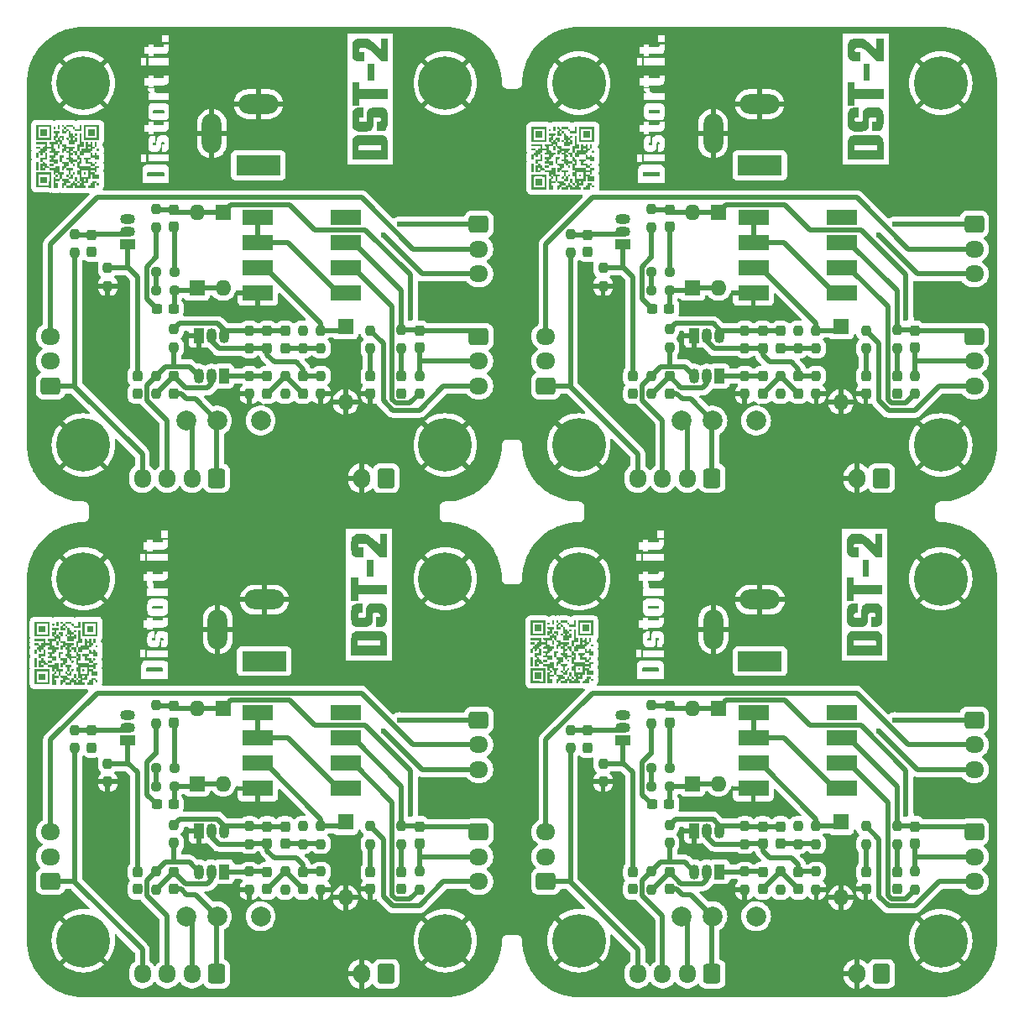
<source format=gbr>
%TF.GenerationSoftware,KiCad,Pcbnew,8.0.3*%
%TF.CreationDate,2025-04-01T20:28:10+03:00*%
%TF.ProjectId,DST-2,4453542d-322e-46b6-9963-61645f706362,rev?*%
%TF.SameCoordinates,Original*%
%TF.FileFunction,Copper,L1,Top*%
%TF.FilePolarity,Positive*%
%FSLAX46Y46*%
G04 Gerber Fmt 4.6, Leading zero omitted, Abs format (unit mm)*
G04 Created by KiCad (PCBNEW 8.0.3) date 2025-04-01 20:28:10*
%MOMM*%
%LPD*%
G01*
G04 APERTURE LIST*
G04 Aperture macros list*
%AMRoundRect*
0 Rectangle with rounded corners*
0 $1 Rounding radius*
0 $2 $3 $4 $5 $6 $7 $8 $9 X,Y pos of 4 corners*
0 Add a 4 corners polygon primitive as box body*
4,1,4,$2,$3,$4,$5,$6,$7,$8,$9,$2,$3,0*
0 Add four circle primitives for the rounded corners*
1,1,$1+$1,$2,$3*
1,1,$1+$1,$4,$5*
1,1,$1+$1,$6,$7*
1,1,$1+$1,$8,$9*
0 Add four rect primitives between the rounded corners*
20,1,$1+$1,$2,$3,$4,$5,0*
20,1,$1+$1,$4,$5,$6,$7,0*
20,1,$1+$1,$6,$7,$8,$9,0*
20,1,$1+$1,$8,$9,$2,$3,0*%
G04 Aperture macros list end*
%TA.AperFunction,NonConductor*%
%ADD10C,0.000000*%
%TD*%
%ADD11C,0.200000*%
%TA.AperFunction,NonConductor*%
%ADD12C,0.200000*%
%TD*%
%TA.AperFunction,ComponentPad*%
%ADD13R,1.600000X1.600000*%
%TD*%
%TA.AperFunction,ComponentPad*%
%ADD14O,1.600000X1.600000*%
%TD*%
%TA.AperFunction,SMDPad,CuDef*%
%ADD15RoundRect,0.237500X0.237500X-0.250000X0.237500X0.250000X-0.237500X0.250000X-0.237500X-0.250000X0*%
%TD*%
%TA.AperFunction,SMDPad,CuDef*%
%ADD16RoundRect,0.237500X-0.250000X-0.237500X0.250000X-0.237500X0.250000X0.237500X-0.250000X0.237500X0*%
%TD*%
%TA.AperFunction,SMDPad,CuDef*%
%ADD17RoundRect,0.237500X0.237500X-0.300000X0.237500X0.300000X-0.237500X0.300000X-0.237500X-0.300000X0*%
%TD*%
%TA.AperFunction,ComponentPad*%
%ADD18R,4.500000X2.000000*%
%TD*%
%TA.AperFunction,ComponentPad*%
%ADD19O,4.000000X2.000000*%
%TD*%
%TA.AperFunction,ComponentPad*%
%ADD20O,2.000000X4.000000*%
%TD*%
%TA.AperFunction,SMDPad,CuDef*%
%ADD21RoundRect,0.237500X-0.237500X0.250000X-0.237500X-0.250000X0.237500X-0.250000X0.237500X0.250000X0*%
%TD*%
%TA.AperFunction,SMDPad,CuDef*%
%ADD22RoundRect,0.237500X0.250000X0.237500X-0.250000X0.237500X-0.250000X-0.237500X0.250000X-0.237500X0*%
%TD*%
%TA.AperFunction,SMDPad,CuDef*%
%ADD23RoundRect,0.237500X-0.237500X0.300000X-0.237500X-0.300000X0.237500X-0.300000X0.237500X0.300000X0*%
%TD*%
%TA.AperFunction,ComponentPad*%
%ADD24RoundRect,0.250000X-0.725000X0.600000X-0.725000X-0.600000X0.725000X-0.600000X0.725000X0.600000X0*%
%TD*%
%TA.AperFunction,ComponentPad*%
%ADD25O,1.950000X1.700000*%
%TD*%
%TA.AperFunction,SMDPad,CuDef*%
%ADD26RoundRect,0.237500X0.300000X0.237500X-0.300000X0.237500X-0.300000X-0.237500X0.300000X-0.237500X0*%
%TD*%
%TA.AperFunction,SMDPad,CuDef*%
%ADD27C,2.000000*%
%TD*%
%TA.AperFunction,ComponentPad*%
%ADD28RoundRect,0.250000X0.600000X0.750000X-0.600000X0.750000X-0.600000X-0.750000X0.600000X-0.750000X0*%
%TD*%
%TA.AperFunction,ComponentPad*%
%ADD29O,1.700000X2.000000*%
%TD*%
%TA.AperFunction,SMDPad,CuDef*%
%ADD30R,3.100000X1.600000*%
%TD*%
%TA.AperFunction,ComponentPad*%
%ADD31C,0.800000*%
%TD*%
%TA.AperFunction,ComponentPad*%
%ADD32C,5.400000*%
%TD*%
%TA.AperFunction,ComponentPad*%
%ADD33O,1.500000X1.050000*%
%TD*%
%TA.AperFunction,ComponentPad*%
%ADD34R,1.500000X1.050000*%
%TD*%
%TA.AperFunction,ComponentPad*%
%ADD35RoundRect,0.250000X0.725000X-0.600000X0.725000X0.600000X-0.725000X0.600000X-0.725000X-0.600000X0*%
%TD*%
%TA.AperFunction,ComponentPad*%
%ADD36O,1.050000X1.500000*%
%TD*%
%TA.AperFunction,ComponentPad*%
%ADD37R,1.050000X1.500000*%
%TD*%
%TA.AperFunction,ComponentPad*%
%ADD38O,1.700000X1.950000*%
%TD*%
%TA.AperFunction,ComponentPad*%
%ADD39RoundRect,0.250000X0.600000X0.725000X-0.600000X0.725000X-0.600000X-0.725000X0.600000X-0.725000X0*%
%TD*%
%TA.AperFunction,ViaPad*%
%ADD40C,0.600000*%
%TD*%
%TA.AperFunction,Conductor*%
%ADD41C,0.500000*%
%TD*%
%TA.AperFunction,Conductor*%
%ADD42C,0.200000*%
%TD*%
G04 APERTURE END LIST*
D10*
%TA.AperFunction,NonConductor*%
G36*
X102966945Y-106684250D02*
G01*
X102966891Y-106810939D01*
X102966683Y-106923036D01*
X102966247Y-107021407D01*
X102965511Y-107106921D01*
X102965009Y-107145128D01*
X102964404Y-107180447D01*
X102963688Y-107212985D01*
X102962852Y-107242851D01*
X102961887Y-107270154D01*
X102960783Y-107295003D01*
X102959532Y-107317505D01*
X102958125Y-107337770D01*
X102956553Y-107355906D01*
X102954806Y-107372022D01*
X102952875Y-107386225D01*
X102951839Y-107392643D01*
X102950753Y-107398625D01*
X102949616Y-107404182D01*
X102948428Y-107409329D01*
X102947188Y-107414080D01*
X102945893Y-107418448D01*
X102944544Y-107422446D01*
X102943139Y-107426088D01*
X102941676Y-107429388D01*
X102940156Y-107432359D01*
X102938575Y-107435015D01*
X102936935Y-107437369D01*
X102935232Y-107439435D01*
X102933467Y-107441227D01*
X102931638Y-107442757D01*
X102929743Y-107444040D01*
X102927783Y-107445090D01*
X102925755Y-107445919D01*
X102923659Y-107446541D01*
X102921493Y-107446970D01*
X102919256Y-107447220D01*
X102916948Y-107447304D01*
X102914566Y-107447235D01*
X102912110Y-107447027D01*
X102906972Y-107446249D01*
X102879880Y-107443618D01*
X102827156Y-107441068D01*
X102657382Y-107436548D01*
X102422785Y-107433352D01*
X102148500Y-107432139D01*
X101450000Y-107428611D01*
X101450000Y-107216944D01*
X101661667Y-107216944D01*
X102130861Y-107220472D01*
X102317007Y-107223669D01*
X102482316Y-107227527D01*
X102608600Y-107231386D01*
X102677667Y-107234583D01*
X102703285Y-107235837D01*
X102713649Y-107234226D01*
X102722536Y-107230063D01*
X102730058Y-107222551D01*
X102736330Y-107210894D01*
X102741465Y-107194298D01*
X102745577Y-107171965D01*
X102748779Y-107143100D01*
X102751185Y-107106908D01*
X102754065Y-107009356D01*
X102755278Y-106691306D01*
X102755278Y-106140972D01*
X102254333Y-106133917D01*
X102151690Y-106132924D01*
X102054297Y-106132593D01*
X101964429Y-106132924D01*
X101884358Y-106133916D01*
X101816359Y-106135570D01*
X101762705Y-106137885D01*
X101725670Y-106140862D01*
X101714095Y-106142598D01*
X101707528Y-106144500D01*
X101701199Y-106148703D01*
X101695429Y-106156131D01*
X101690196Y-106166948D01*
X101685479Y-106181321D01*
X101681259Y-106199415D01*
X101677514Y-106221394D01*
X101671368Y-106277674D01*
X101666876Y-106351481D01*
X101663872Y-106444141D01*
X101662191Y-106556974D01*
X101661667Y-106691306D01*
X101661667Y-107216944D01*
X101450000Y-107216944D01*
X101450000Y-106691306D01*
X101450000Y-105911667D01*
X102966945Y-105911667D01*
X102966945Y-106684250D01*
G37*
%TD.AperFunction*%
%TA.AperFunction,NonConductor*%
G36*
X107553055Y-106899444D02*
G01*
X107553202Y-106916911D01*
X107553730Y-106932352D01*
X107554776Y-106945891D01*
X107556473Y-106957653D01*
X107557607Y-106962905D01*
X107558955Y-106967760D01*
X107560533Y-106972233D01*
X107562357Y-106976339D01*
X107564445Y-106980093D01*
X107566813Y-106983511D01*
X107569479Y-106986609D01*
X107572458Y-106989402D01*
X107575768Y-106991906D01*
X107579426Y-106994136D01*
X107583448Y-106996107D01*
X107587851Y-106997836D01*
X107592652Y-106999337D01*
X107597867Y-107000627D01*
X107603514Y-107001719D01*
X107609610Y-107002632D01*
X107623213Y-107003975D01*
X107638811Y-107004781D01*
X107656537Y-107005174D01*
X107676527Y-107005277D01*
X107696518Y-107005381D01*
X107714244Y-107005773D01*
X107729842Y-107006580D01*
X107743445Y-107007923D01*
X107749540Y-107008835D01*
X107755187Y-107009928D01*
X107760403Y-107011218D01*
X107765204Y-107012719D01*
X107769607Y-107014447D01*
X107773629Y-107016419D01*
X107777287Y-107018649D01*
X107780597Y-107021152D01*
X107783576Y-107023945D01*
X107786242Y-107027043D01*
X107788610Y-107030462D01*
X107790698Y-107034216D01*
X107792522Y-107038322D01*
X107794100Y-107042794D01*
X107795448Y-107047649D01*
X107796582Y-107052902D01*
X107797520Y-107058569D01*
X107798279Y-107064664D01*
X107799324Y-107078203D01*
X107799853Y-107093644D01*
X107800000Y-107111111D01*
X107799853Y-107128577D01*
X107799324Y-107144018D01*
X107798279Y-107157558D01*
X107796582Y-107169319D01*
X107795448Y-107174572D01*
X107794100Y-107179427D01*
X107792522Y-107183900D01*
X107790698Y-107188005D01*
X107788610Y-107191760D01*
X107786242Y-107195178D01*
X107783576Y-107198276D01*
X107780597Y-107201069D01*
X107777287Y-107203573D01*
X107773629Y-107205803D01*
X107769607Y-107207774D01*
X107765204Y-107209503D01*
X107760403Y-107211004D01*
X107755187Y-107212293D01*
X107749540Y-107213386D01*
X107743445Y-107214298D01*
X107729842Y-107215642D01*
X107714244Y-107216448D01*
X107696518Y-107216841D01*
X107676527Y-107216944D01*
X107656537Y-107216841D01*
X107638811Y-107216448D01*
X107623213Y-107215642D01*
X107609610Y-107214298D01*
X107603514Y-107213386D01*
X107597867Y-107212293D01*
X107592652Y-107211004D01*
X107587851Y-107209503D01*
X107583448Y-107207774D01*
X107579426Y-107205803D01*
X107575768Y-107203573D01*
X107572458Y-107201069D01*
X107569479Y-107198276D01*
X107566813Y-107195178D01*
X107564445Y-107191760D01*
X107562357Y-107188005D01*
X107560533Y-107183900D01*
X107558955Y-107179427D01*
X107557607Y-107174572D01*
X107556473Y-107169319D01*
X107555535Y-107163653D01*
X107554776Y-107157558D01*
X107553730Y-107144018D01*
X107553202Y-107128577D01*
X107553055Y-107111111D01*
X107552913Y-107094225D01*
X107552414Y-107079216D01*
X107551451Y-107065974D01*
X107549913Y-107054391D01*
X107548896Y-107049187D01*
X107547694Y-107044358D01*
X107546294Y-107039889D01*
X107544684Y-107035767D01*
X107542848Y-107031978D01*
X107540774Y-107028509D01*
X107538448Y-107025346D01*
X107535857Y-107022475D01*
X107532987Y-107019884D01*
X107529824Y-107017558D01*
X107526355Y-107015484D01*
X107522566Y-107013649D01*
X107518444Y-107012038D01*
X107513975Y-107010639D01*
X107509145Y-107009437D01*
X107503942Y-107008419D01*
X107492359Y-107006882D01*
X107479116Y-107005918D01*
X107464107Y-107005419D01*
X107447222Y-107005277D01*
X107341388Y-107005277D01*
X107341388Y-107463889D01*
X106706388Y-107463889D01*
X106706388Y-107340416D01*
X106706492Y-107320426D01*
X106706885Y-107302700D01*
X106707691Y-107287102D01*
X106709034Y-107273499D01*
X106709946Y-107267403D01*
X106711039Y-107261756D01*
X106712329Y-107256541D01*
X106713830Y-107251740D01*
X106715558Y-107247337D01*
X106717530Y-107243315D01*
X106719760Y-107239657D01*
X106722263Y-107236347D01*
X106725056Y-107233368D01*
X106728154Y-107230702D01*
X106731573Y-107228334D01*
X106735327Y-107226246D01*
X106739433Y-107224422D01*
X106743905Y-107222844D01*
X106748760Y-107221496D01*
X106754013Y-107220362D01*
X106759680Y-107219424D01*
X106765775Y-107218665D01*
X106779314Y-107217619D01*
X106794755Y-107217091D01*
X106812222Y-107216944D01*
X106829107Y-107216802D01*
X106844117Y-107216303D01*
X106857359Y-107215340D01*
X106868942Y-107213802D01*
X106874145Y-107212785D01*
X106878975Y-107211583D01*
X106883444Y-107210183D01*
X106887566Y-107208573D01*
X106891355Y-107206737D01*
X106894824Y-107204663D01*
X106897987Y-107202337D01*
X106900857Y-107199746D01*
X106903448Y-107196876D01*
X106905774Y-107193713D01*
X106907848Y-107190244D01*
X106909683Y-107186455D01*
X106911294Y-107182333D01*
X106912694Y-107177864D01*
X106913895Y-107173034D01*
X106914913Y-107167831D01*
X106916450Y-107156248D01*
X106917414Y-107143005D01*
X106917913Y-107127996D01*
X106918055Y-107111111D01*
X106918197Y-107094225D01*
X106918696Y-107079216D01*
X106919660Y-107065974D01*
X106921197Y-107054391D01*
X106922215Y-107049187D01*
X106923416Y-107044358D01*
X106924816Y-107039889D01*
X106926427Y-107035767D01*
X106928262Y-107031978D01*
X106930336Y-107028509D01*
X106932662Y-107025346D01*
X106935253Y-107022475D01*
X106938123Y-107019884D01*
X106941286Y-107017558D01*
X106944755Y-107015484D01*
X106948544Y-107013649D01*
X106952666Y-107012038D01*
X106957135Y-107010639D01*
X106961965Y-107009437D01*
X106967168Y-107008419D01*
X106978752Y-107006882D01*
X106991994Y-107005918D01*
X107007003Y-107005419D01*
X107023888Y-107005277D01*
X107040774Y-107005135D01*
X107055783Y-107004637D01*
X107069025Y-107003673D01*
X107080608Y-107002135D01*
X107085812Y-107001118D01*
X107090641Y-106999916D01*
X107095110Y-106998516D01*
X107099233Y-106996906D01*
X107103021Y-106995070D01*
X107106491Y-106992996D01*
X107109654Y-106990671D01*
X107112524Y-106988079D01*
X107115115Y-106985209D01*
X107117441Y-106982046D01*
X107119515Y-106978577D01*
X107121350Y-106974788D01*
X107122961Y-106970666D01*
X107124360Y-106966197D01*
X107125562Y-106961368D01*
X107126580Y-106956164D01*
X107128117Y-106944581D01*
X107129081Y-106931339D01*
X107129580Y-106916329D01*
X107129722Y-106899444D01*
X107129722Y-106793611D01*
X107553055Y-106793611D01*
X107553055Y-106899444D01*
G37*
%TD.AperFunction*%
%TA.AperFunction,NonConductor*%
G36*
X102543611Y-107005277D02*
G01*
X101873334Y-107005277D01*
X101873334Y-106370277D01*
X102543611Y-106370277D01*
X102543611Y-107005277D01*
G37*
%TD.AperFunction*%
%TA.AperFunction,NonConductor*%
G36*
X101661667Y-105700000D02*
G01*
X101450000Y-105700000D01*
X101450000Y-104818056D01*
X101661667Y-104818056D01*
X101661667Y-105700000D01*
G37*
%TD.AperFunction*%
%TA.AperFunction,NonConductor*%
G36*
X107696518Y-103512881D02*
G01*
X107714244Y-103513274D01*
X107729842Y-103514080D01*
X107743445Y-103515424D01*
X107749540Y-103516336D01*
X107755187Y-103517429D01*
X107760403Y-103518718D01*
X107765204Y-103520219D01*
X107769607Y-103521948D01*
X107773629Y-103523919D01*
X107777287Y-103526149D01*
X107780597Y-103528653D01*
X107783576Y-103531446D01*
X107786242Y-103534544D01*
X107788610Y-103537962D01*
X107790698Y-103541717D01*
X107792522Y-103545822D01*
X107794100Y-103550295D01*
X107795448Y-103555150D01*
X107796582Y-103560403D01*
X107797520Y-103566069D01*
X107798279Y-103572164D01*
X107799324Y-103585704D01*
X107799853Y-103601145D01*
X107800000Y-103618611D01*
X107799853Y-103636078D01*
X107799324Y-103651519D01*
X107798279Y-103665058D01*
X107796582Y-103676820D01*
X107795448Y-103682072D01*
X107794100Y-103686927D01*
X107792522Y-103691400D01*
X107790698Y-103695506D01*
X107788610Y-103699260D01*
X107786242Y-103702678D01*
X107783576Y-103705776D01*
X107780597Y-103708570D01*
X107777287Y-103711073D01*
X107773629Y-103713303D01*
X107769607Y-103715275D01*
X107765204Y-103717003D01*
X107760403Y-103718504D01*
X107755187Y-103719794D01*
X107749540Y-103720887D01*
X107743445Y-103721799D01*
X107729842Y-103723142D01*
X107714244Y-103723949D01*
X107696518Y-103724341D01*
X107676527Y-103724445D01*
X107656537Y-103724341D01*
X107638811Y-103723949D01*
X107623213Y-103723142D01*
X107609610Y-103721799D01*
X107603514Y-103720887D01*
X107597867Y-103719794D01*
X107592652Y-103718504D01*
X107587851Y-103717003D01*
X107583448Y-103715275D01*
X107579426Y-103713303D01*
X107575768Y-103711073D01*
X107572458Y-103708570D01*
X107569479Y-103705776D01*
X107566813Y-103702678D01*
X107564445Y-103699260D01*
X107562357Y-103695506D01*
X107560533Y-103691400D01*
X107558955Y-103686927D01*
X107557607Y-103682072D01*
X107556473Y-103676820D01*
X107555535Y-103671153D01*
X107554776Y-103665058D01*
X107553730Y-103651519D01*
X107553202Y-103636078D01*
X107553055Y-103618611D01*
X107553202Y-103601145D01*
X107553730Y-103585704D01*
X107554776Y-103572164D01*
X107556473Y-103560403D01*
X107557607Y-103555150D01*
X107558955Y-103550295D01*
X107560533Y-103545822D01*
X107562357Y-103541717D01*
X107564445Y-103537962D01*
X107566813Y-103534544D01*
X107569479Y-103531446D01*
X107572458Y-103528653D01*
X107575768Y-103526149D01*
X107579426Y-103523919D01*
X107583448Y-103521948D01*
X107587851Y-103520219D01*
X107592652Y-103518718D01*
X107597867Y-103517429D01*
X107603514Y-103516336D01*
X107609610Y-103515424D01*
X107623213Y-103514080D01*
X107638811Y-103513274D01*
X107656537Y-103512881D01*
X107676527Y-103512778D01*
X107696518Y-103512881D01*
G37*
%TD.AperFunction*%
%TA.AperFunction,NonConductor*%
G36*
X106370496Y-105911809D02*
G01*
X106385505Y-105912307D01*
X106398747Y-105913271D01*
X106410331Y-105914808D01*
X106415534Y-105915826D01*
X106420364Y-105917028D01*
X106424833Y-105918427D01*
X106428955Y-105920038D01*
X106432744Y-105921874D01*
X106436213Y-105923947D01*
X106439376Y-105926273D01*
X106442246Y-105928864D01*
X106444837Y-105931735D01*
X106447163Y-105934898D01*
X106449237Y-105938367D01*
X106451072Y-105942155D01*
X106452683Y-105946278D01*
X106454083Y-105950747D01*
X106455284Y-105955576D01*
X106456302Y-105960780D01*
X106457839Y-105972363D01*
X106458803Y-105985605D01*
X106459302Y-106000614D01*
X106459444Y-106017500D01*
X106459302Y-106034385D01*
X106458803Y-106049394D01*
X106457839Y-106062636D01*
X106456302Y-106074220D01*
X106455284Y-106079423D01*
X106454083Y-106084253D01*
X106452683Y-106088722D01*
X106451072Y-106092844D01*
X106449237Y-106096633D01*
X106447163Y-106100102D01*
X106444837Y-106103265D01*
X106442246Y-106106135D01*
X106439376Y-106108726D01*
X106436213Y-106111052D01*
X106432744Y-106113126D01*
X106428955Y-106114961D01*
X106424833Y-106116572D01*
X106420364Y-106117972D01*
X106415534Y-106119173D01*
X106410331Y-106120191D01*
X106398747Y-106121728D01*
X106385505Y-106122692D01*
X106370496Y-106123191D01*
X106353611Y-106123333D01*
X106336725Y-106123191D01*
X106321716Y-106122692D01*
X106308474Y-106121728D01*
X106296891Y-106120191D01*
X106291687Y-106119173D01*
X106286858Y-106117972D01*
X106282389Y-106116572D01*
X106278266Y-106114961D01*
X106274478Y-106113126D01*
X106271009Y-106111052D01*
X106267846Y-106108726D01*
X106264975Y-106106135D01*
X106262384Y-106103265D01*
X106260058Y-106100102D01*
X106257985Y-106096633D01*
X106256149Y-106092844D01*
X106254538Y-106088722D01*
X106253139Y-106084253D01*
X106251937Y-106079423D01*
X106250919Y-106074220D01*
X106249382Y-106062636D01*
X106248418Y-106049394D01*
X106247920Y-106034385D01*
X106247778Y-106017500D01*
X106247920Y-106000614D01*
X106248418Y-105985605D01*
X106249382Y-105972363D01*
X106250919Y-105960780D01*
X106251937Y-105955576D01*
X106253139Y-105950747D01*
X106254538Y-105946278D01*
X106256149Y-105942155D01*
X106257985Y-105938367D01*
X106260058Y-105934898D01*
X106262384Y-105931735D01*
X106264975Y-105928864D01*
X106267846Y-105926273D01*
X106271009Y-105923947D01*
X106274478Y-105921874D01*
X106278266Y-105920038D01*
X106282389Y-105918427D01*
X106286858Y-105917028D01*
X106291687Y-105915826D01*
X106296891Y-105914808D01*
X106308474Y-105913271D01*
X106321716Y-105912307D01*
X106336725Y-105911809D01*
X106353611Y-105911667D01*
X106370496Y-105911809D01*
G37*
%TD.AperFunction*%
%TA.AperFunction,NonConductor*%
G36*
X105612778Y-106793611D02*
G01*
X105718611Y-106793611D01*
X105735496Y-106793753D01*
X105750506Y-106794252D01*
X105763748Y-106795215D01*
X105775331Y-106796753D01*
X105780535Y-106797770D01*
X105785364Y-106798972D01*
X105789833Y-106800372D01*
X105793955Y-106801982D01*
X105797744Y-106803818D01*
X105801213Y-106805892D01*
X105804376Y-106808218D01*
X105807246Y-106810809D01*
X105809838Y-106813679D01*
X105812163Y-106816842D01*
X105814237Y-106820311D01*
X105816073Y-106824100D01*
X105817683Y-106828222D01*
X105819083Y-106832691D01*
X105820285Y-106837521D01*
X105821302Y-106842724D01*
X105822840Y-106854308D01*
X105823803Y-106867550D01*
X105824302Y-106882559D01*
X105824444Y-106899444D01*
X105824302Y-106916329D01*
X105823803Y-106931339D01*
X105822840Y-106944581D01*
X105821302Y-106956164D01*
X105820285Y-106961368D01*
X105819083Y-106966197D01*
X105817683Y-106970666D01*
X105816073Y-106974788D01*
X105814237Y-106978577D01*
X105812163Y-106982046D01*
X105809838Y-106985209D01*
X105807246Y-106988079D01*
X105804376Y-106990671D01*
X105801213Y-106992996D01*
X105797744Y-106995070D01*
X105793955Y-106996906D01*
X105789833Y-106998516D01*
X105785364Y-106999916D01*
X105780535Y-107001118D01*
X105775331Y-107002135D01*
X105763748Y-107003673D01*
X105750506Y-107004637D01*
X105735496Y-107005135D01*
X105718611Y-107005277D01*
X105701726Y-107005135D01*
X105686716Y-107004637D01*
X105673474Y-107003673D01*
X105661891Y-107002135D01*
X105656688Y-107001118D01*
X105651858Y-106999916D01*
X105647389Y-106998516D01*
X105643267Y-106996906D01*
X105639478Y-106995070D01*
X105636009Y-106992996D01*
X105632846Y-106990671D01*
X105629976Y-106988079D01*
X105627384Y-106985209D01*
X105625059Y-106982046D01*
X105622985Y-106978577D01*
X105621149Y-106974788D01*
X105619539Y-106970666D01*
X105618139Y-106966197D01*
X105616937Y-106961368D01*
X105615920Y-106956164D01*
X105614382Y-106944581D01*
X105613419Y-106931339D01*
X105612920Y-106916329D01*
X105612778Y-106899444D01*
X105612631Y-106881978D01*
X105612102Y-106866537D01*
X105611057Y-106852997D01*
X105609360Y-106841236D01*
X105608226Y-106835983D01*
X105606878Y-106831128D01*
X105605300Y-106826655D01*
X105603476Y-106822550D01*
X105601388Y-106818795D01*
X105599020Y-106815377D01*
X105596354Y-106812279D01*
X105593375Y-106809486D01*
X105590065Y-106806982D01*
X105586407Y-106804752D01*
X105582385Y-106802781D01*
X105577982Y-106801052D01*
X105573181Y-106799551D01*
X105567966Y-106798262D01*
X105562319Y-106797169D01*
X105556223Y-106796257D01*
X105542620Y-106794913D01*
X105527022Y-106794107D01*
X105509296Y-106793714D01*
X105489305Y-106793611D01*
X105365833Y-106793611D01*
X105365833Y-106370277D01*
X105612778Y-106370277D01*
X105612778Y-106793611D01*
G37*
%TD.AperFunction*%
%TA.AperFunction,NonConductor*%
G36*
X105277467Y-105029869D02*
G01*
X105292908Y-105030398D01*
X105306447Y-105031443D01*
X105318208Y-105033140D01*
X105323461Y-105034274D01*
X105328316Y-105035622D01*
X105332789Y-105037200D01*
X105336895Y-105039024D01*
X105340649Y-105041112D01*
X105344067Y-105043480D01*
X105347165Y-105046146D01*
X105349958Y-105049125D01*
X105352462Y-105052435D01*
X105354692Y-105056093D01*
X105356663Y-105060115D01*
X105358392Y-105064518D01*
X105359893Y-105069319D01*
X105361182Y-105074534D01*
X105362275Y-105080181D01*
X105363187Y-105086277D01*
X105364531Y-105099880D01*
X105365337Y-105115478D01*
X105365730Y-105133204D01*
X105365833Y-105153194D01*
X105365730Y-105173185D01*
X105365337Y-105190911D01*
X105364531Y-105206509D01*
X105363187Y-105220112D01*
X105362275Y-105226207D01*
X105361182Y-105231855D01*
X105359893Y-105237070D01*
X105358392Y-105241871D01*
X105356663Y-105246274D01*
X105354692Y-105250296D01*
X105352462Y-105253954D01*
X105349958Y-105257264D01*
X105347165Y-105260243D01*
X105344067Y-105262909D01*
X105340649Y-105265277D01*
X105336895Y-105267365D01*
X105332789Y-105269189D01*
X105328316Y-105270767D01*
X105323461Y-105272115D01*
X105318208Y-105273249D01*
X105312542Y-105274187D01*
X105306447Y-105274946D01*
X105292908Y-105275991D01*
X105277467Y-105276520D01*
X105260000Y-105276667D01*
X105242533Y-105276520D01*
X105227092Y-105275991D01*
X105213553Y-105274946D01*
X105201792Y-105273249D01*
X105196539Y-105272115D01*
X105191684Y-105270767D01*
X105187211Y-105269189D01*
X105183106Y-105267365D01*
X105179351Y-105265277D01*
X105175933Y-105262909D01*
X105172835Y-105260243D01*
X105170042Y-105257264D01*
X105167538Y-105253954D01*
X105165308Y-105250296D01*
X105163337Y-105246274D01*
X105161608Y-105241871D01*
X105160107Y-105237070D01*
X105158818Y-105231855D01*
X105157725Y-105226207D01*
X105156813Y-105220112D01*
X105155469Y-105206509D01*
X105154663Y-105190911D01*
X105154270Y-105173185D01*
X105154167Y-105153194D01*
X105154270Y-105133204D01*
X105154663Y-105115478D01*
X105155469Y-105099880D01*
X105156813Y-105086277D01*
X105157725Y-105080181D01*
X105158818Y-105074534D01*
X105160107Y-105069319D01*
X105161608Y-105064518D01*
X105163337Y-105060115D01*
X105165308Y-105056093D01*
X105167538Y-105052435D01*
X105170042Y-105049125D01*
X105172835Y-105046146D01*
X105175933Y-105043480D01*
X105179351Y-105041112D01*
X105183106Y-105039024D01*
X105187211Y-105037200D01*
X105191684Y-105035622D01*
X105196539Y-105034274D01*
X105201792Y-105033140D01*
X105207458Y-105032202D01*
X105213553Y-105031443D01*
X105227092Y-105030398D01*
X105242533Y-105029869D01*
X105260000Y-105029722D01*
X105277467Y-105029869D01*
G37*
%TD.AperFunction*%
%TA.AperFunction,NonConductor*%
G36*
X103178611Y-105276667D02*
G01*
X102755278Y-105276667D01*
X102755278Y-105029722D01*
X103178611Y-105029722D01*
X103178611Y-105276667D01*
G37*
%TD.AperFunction*%
%TA.AperFunction,NonConductor*%
G36*
X104272222Y-104288889D02*
G01*
X104272080Y-104305774D01*
X104271582Y-104320784D01*
X104270618Y-104334026D01*
X104269080Y-104345609D01*
X104268063Y-104350813D01*
X104266861Y-104355642D01*
X104265461Y-104360111D01*
X104263851Y-104364233D01*
X104262015Y-104368022D01*
X104259941Y-104371491D01*
X104257616Y-104374654D01*
X104255024Y-104377524D01*
X104252154Y-104380116D01*
X104248991Y-104382441D01*
X104245522Y-104384515D01*
X104241733Y-104386351D01*
X104237611Y-104387962D01*
X104233142Y-104389361D01*
X104228313Y-104390563D01*
X104223109Y-104391580D01*
X104211526Y-104393118D01*
X104198284Y-104394082D01*
X104183274Y-104394580D01*
X104166389Y-104394722D01*
X104060556Y-104394722D01*
X104060556Y-104818056D01*
X104730833Y-104818056D01*
X104730833Y-105276667D01*
X104625000Y-105276667D01*
X104608115Y-105276809D01*
X104593105Y-105277308D01*
X104579863Y-105278271D01*
X104568280Y-105279809D01*
X104563076Y-105280826D01*
X104558247Y-105282028D01*
X104553778Y-105283428D01*
X104549656Y-105285038D01*
X104545867Y-105286874D01*
X104542398Y-105288948D01*
X104539235Y-105291273D01*
X104536365Y-105293865D01*
X104533773Y-105296735D01*
X104531448Y-105299898D01*
X104529374Y-105303367D01*
X104527538Y-105307156D01*
X104525928Y-105311278D01*
X104524528Y-105315747D01*
X104523326Y-105320577D01*
X104522309Y-105325780D01*
X104520771Y-105337363D01*
X104519808Y-105350605D01*
X104519309Y-105365615D01*
X104519167Y-105382500D01*
X104519167Y-105488333D01*
X105154167Y-105488333D01*
X105154167Y-105594167D01*
X105154025Y-105611052D01*
X105153526Y-105626061D01*
X105152562Y-105639303D01*
X105151025Y-105650886D01*
X105150007Y-105656090D01*
X105148805Y-105660919D01*
X105147406Y-105665388D01*
X105145795Y-105669511D01*
X105143960Y-105673299D01*
X105141886Y-105676769D01*
X105139560Y-105679931D01*
X105136969Y-105682802D01*
X105134098Y-105685393D01*
X105130936Y-105687719D01*
X105127466Y-105689793D01*
X105123678Y-105691628D01*
X105119555Y-105693239D01*
X105115086Y-105694638D01*
X105110257Y-105695840D01*
X105105053Y-105696858D01*
X105093470Y-105698395D01*
X105080228Y-105699359D01*
X105065219Y-105699858D01*
X105048333Y-105700000D01*
X104942500Y-105700000D01*
X104942500Y-106123333D01*
X105048333Y-106123333D01*
X105065219Y-106123191D01*
X105080228Y-106122692D01*
X105093470Y-106121728D01*
X105105053Y-106120191D01*
X105110257Y-106119173D01*
X105115086Y-106117972D01*
X105119555Y-106116572D01*
X105123678Y-106114961D01*
X105127466Y-106113126D01*
X105130936Y-106111052D01*
X105134098Y-106108726D01*
X105136969Y-106106135D01*
X105139560Y-106103265D01*
X105141886Y-106100102D01*
X105143960Y-106096633D01*
X105145795Y-106092844D01*
X105147406Y-106088722D01*
X105148805Y-106084253D01*
X105150007Y-106079423D01*
X105151025Y-106074220D01*
X105152562Y-106062636D01*
X105153526Y-106049394D01*
X105154025Y-106034385D01*
X105154167Y-106017500D01*
X105154309Y-106000614D01*
X105154808Y-105985605D01*
X105155771Y-105972363D01*
X105157309Y-105960780D01*
X105158326Y-105955576D01*
X105159528Y-105950747D01*
X105160928Y-105946278D01*
X105162538Y-105942155D01*
X105164374Y-105938367D01*
X105166448Y-105934898D01*
X105168773Y-105931735D01*
X105171365Y-105928864D01*
X105174235Y-105926273D01*
X105177398Y-105923947D01*
X105180867Y-105921874D01*
X105184656Y-105920038D01*
X105188778Y-105918427D01*
X105193247Y-105917028D01*
X105198076Y-105915826D01*
X105203280Y-105914808D01*
X105214863Y-105913271D01*
X105228105Y-105912307D01*
X105243115Y-105911809D01*
X105260000Y-105911667D01*
X105276885Y-105911809D01*
X105291895Y-105912307D01*
X105305137Y-105913271D01*
X105316720Y-105914808D01*
X105321924Y-105915826D01*
X105326753Y-105917028D01*
X105331222Y-105918427D01*
X105335344Y-105920038D01*
X105339133Y-105921874D01*
X105342602Y-105923947D01*
X105345765Y-105926273D01*
X105348635Y-105928864D01*
X105351227Y-105931735D01*
X105353552Y-105934898D01*
X105355626Y-105938367D01*
X105357462Y-105942155D01*
X105359072Y-105946278D01*
X105360472Y-105950747D01*
X105361674Y-105955576D01*
X105362691Y-105960780D01*
X105364229Y-105972363D01*
X105365193Y-105985605D01*
X105365691Y-106000614D01*
X105365833Y-106017500D01*
X105365691Y-106034385D01*
X105365193Y-106049394D01*
X105364229Y-106062636D01*
X105362691Y-106074220D01*
X105361674Y-106079423D01*
X105360472Y-106084253D01*
X105359072Y-106088722D01*
X105357462Y-106092844D01*
X105355626Y-106096633D01*
X105353552Y-106100102D01*
X105351227Y-106103265D01*
X105348635Y-106106135D01*
X105345765Y-106108726D01*
X105342602Y-106111052D01*
X105339133Y-106113126D01*
X105335344Y-106114961D01*
X105331222Y-106116572D01*
X105326753Y-106117972D01*
X105321924Y-106119173D01*
X105316720Y-106120191D01*
X105305137Y-106121728D01*
X105291895Y-106122692D01*
X105276885Y-106123191D01*
X105260000Y-106123333D01*
X105154167Y-106123333D01*
X105154167Y-106581944D01*
X104730833Y-106581944D01*
X104730833Y-106476111D01*
X104730691Y-106459226D01*
X104730193Y-106444216D01*
X104729229Y-106430974D01*
X104727692Y-106419391D01*
X104726674Y-106414187D01*
X104725472Y-106409358D01*
X104724073Y-106404889D01*
X104722462Y-106400767D01*
X104720626Y-106396978D01*
X104718553Y-106393509D01*
X104716227Y-106390346D01*
X104713636Y-106387475D01*
X104710765Y-106384884D01*
X104707602Y-106382558D01*
X104704133Y-106380485D01*
X104700344Y-106378649D01*
X104696222Y-106377038D01*
X104691753Y-106375639D01*
X104686924Y-106374437D01*
X104681720Y-106373419D01*
X104670137Y-106371882D01*
X104656895Y-106370918D01*
X104641885Y-106370420D01*
X104625000Y-106370277D01*
X104607533Y-106370131D01*
X104592093Y-106369602D01*
X104578553Y-106368557D01*
X104566792Y-106366860D01*
X104561539Y-106365725D01*
X104556684Y-106364378D01*
X104552211Y-106362800D01*
X104548106Y-106360976D01*
X104544351Y-106358888D01*
X104540933Y-106356519D01*
X104537835Y-106353854D01*
X104535042Y-106350875D01*
X104532538Y-106347565D01*
X104530308Y-106343907D01*
X104528337Y-106339885D01*
X104526608Y-106335482D01*
X104525107Y-106330681D01*
X104523818Y-106325465D01*
X104522725Y-106319818D01*
X104521813Y-106313723D01*
X104520469Y-106300120D01*
X104519663Y-106284522D01*
X104519270Y-106266795D01*
X104519167Y-106246805D01*
X104730833Y-106246805D01*
X104730937Y-106266795D01*
X104731330Y-106284522D01*
X104732136Y-106300120D01*
X104733479Y-106313723D01*
X104734391Y-106319818D01*
X104735484Y-106325465D01*
X104736774Y-106330681D01*
X104738275Y-106335482D01*
X104740003Y-106339885D01*
X104741975Y-106343907D01*
X104744205Y-106347565D01*
X104746708Y-106350875D01*
X104749502Y-106353854D01*
X104752600Y-106356519D01*
X104756018Y-106358888D01*
X104759772Y-106360976D01*
X104763878Y-106362800D01*
X104768350Y-106364378D01*
X104773205Y-106365725D01*
X104778458Y-106366860D01*
X104784125Y-106367798D01*
X104790220Y-106368557D01*
X104803759Y-106369602D01*
X104819200Y-106370131D01*
X104836666Y-106370277D01*
X104854133Y-106370131D01*
X104869574Y-106369602D01*
X104883113Y-106368557D01*
X104894875Y-106366860D01*
X104900128Y-106365725D01*
X104904983Y-106364378D01*
X104909456Y-106362800D01*
X104913561Y-106360976D01*
X104917316Y-106358888D01*
X104920734Y-106356519D01*
X104923832Y-106353854D01*
X104926625Y-106350875D01*
X104929129Y-106347565D01*
X104931359Y-106343907D01*
X104933330Y-106339885D01*
X104935059Y-106335482D01*
X104936560Y-106330681D01*
X104937849Y-106325465D01*
X104938942Y-106319818D01*
X104939854Y-106313723D01*
X104941198Y-106300120D01*
X104942004Y-106284522D01*
X104942397Y-106266795D01*
X104942500Y-106246805D01*
X104942397Y-106226815D01*
X104942004Y-106209088D01*
X104941198Y-106193491D01*
X104939854Y-106179888D01*
X104938942Y-106173792D01*
X104937849Y-106168145D01*
X104936560Y-106162930D01*
X104935059Y-106158129D01*
X104933330Y-106153726D01*
X104931359Y-106149704D01*
X104929129Y-106146046D01*
X104926625Y-106142736D01*
X104923832Y-106139757D01*
X104920734Y-106137091D01*
X104917316Y-106134723D01*
X104913561Y-106132635D01*
X104909456Y-106130810D01*
X104904983Y-106129233D01*
X104900128Y-106127885D01*
X104894875Y-106126751D01*
X104889209Y-106125812D01*
X104883113Y-106125054D01*
X104869574Y-106124008D01*
X104854133Y-106123479D01*
X104836666Y-106123333D01*
X104819200Y-106123479D01*
X104803759Y-106124008D01*
X104790220Y-106125054D01*
X104778458Y-106126751D01*
X104773205Y-106127885D01*
X104768350Y-106129233D01*
X104763878Y-106130810D01*
X104759772Y-106132635D01*
X104756018Y-106134723D01*
X104752600Y-106137091D01*
X104749502Y-106139757D01*
X104746708Y-106142736D01*
X104744205Y-106146046D01*
X104741975Y-106149704D01*
X104740003Y-106153726D01*
X104738275Y-106158129D01*
X104736774Y-106162930D01*
X104735484Y-106168145D01*
X104734391Y-106173792D01*
X104733479Y-106179888D01*
X104732136Y-106193491D01*
X104731330Y-106209088D01*
X104730937Y-106226815D01*
X104730833Y-106246805D01*
X104519167Y-106246805D01*
X104519270Y-106226815D01*
X104519663Y-106209088D01*
X104520469Y-106193491D01*
X104521813Y-106179888D01*
X104522725Y-106173792D01*
X104523818Y-106168145D01*
X104525107Y-106162930D01*
X104526608Y-106158129D01*
X104528337Y-106153726D01*
X104530308Y-106149704D01*
X104532538Y-106146046D01*
X104535042Y-106142736D01*
X104537835Y-106139757D01*
X104540933Y-106137091D01*
X104544351Y-106134723D01*
X104548106Y-106132635D01*
X104552211Y-106130810D01*
X104556684Y-106129233D01*
X104561539Y-106127885D01*
X104566792Y-106126751D01*
X104572458Y-106125812D01*
X104578553Y-106125054D01*
X104592093Y-106124008D01*
X104607533Y-106123479D01*
X104625000Y-106123333D01*
X104730833Y-106123333D01*
X104730833Y-105700000D01*
X104625000Y-105700000D01*
X104608115Y-105699858D01*
X104593105Y-105699359D01*
X104579863Y-105698395D01*
X104568280Y-105696858D01*
X104563076Y-105695840D01*
X104558247Y-105694638D01*
X104553778Y-105693239D01*
X104549656Y-105691628D01*
X104545867Y-105689793D01*
X104542398Y-105687719D01*
X104539235Y-105685393D01*
X104536365Y-105682802D01*
X104533773Y-105679931D01*
X104531448Y-105676769D01*
X104529374Y-105673299D01*
X104527538Y-105669511D01*
X104525928Y-105665388D01*
X104524528Y-105660919D01*
X104523326Y-105656090D01*
X104522309Y-105650886D01*
X104520771Y-105639303D01*
X104519808Y-105626061D01*
X104519309Y-105611052D01*
X104519167Y-105594167D01*
X104519020Y-105576700D01*
X104518492Y-105561259D01*
X104517446Y-105547720D01*
X104515749Y-105535958D01*
X104514615Y-105530705D01*
X104513267Y-105525850D01*
X104511689Y-105521378D01*
X104509865Y-105517272D01*
X104507777Y-105513518D01*
X104505409Y-105510099D01*
X104502743Y-105507001D01*
X104499764Y-105504208D01*
X104496454Y-105501705D01*
X104492796Y-105499475D01*
X104488774Y-105497503D01*
X104484371Y-105495775D01*
X104479570Y-105494273D01*
X104474355Y-105492984D01*
X104468708Y-105491891D01*
X104462612Y-105490979D01*
X104449009Y-105489635D01*
X104433411Y-105488829D01*
X104415685Y-105488437D01*
X104395695Y-105488333D01*
X104375704Y-105488437D01*
X104357978Y-105488829D01*
X104342380Y-105489635D01*
X104328777Y-105490979D01*
X104322682Y-105491891D01*
X104317034Y-105492984D01*
X104311819Y-105494273D01*
X104307018Y-105495775D01*
X104302615Y-105497503D01*
X104298593Y-105499475D01*
X104294935Y-105501705D01*
X104291625Y-105504208D01*
X104288646Y-105507001D01*
X104285980Y-105510099D01*
X104283612Y-105513518D01*
X104281524Y-105517272D01*
X104279700Y-105521378D01*
X104278122Y-105525850D01*
X104276774Y-105530705D01*
X104275640Y-105535958D01*
X104274702Y-105541625D01*
X104273943Y-105547720D01*
X104272898Y-105561259D01*
X104272369Y-105576700D01*
X104272222Y-105594167D01*
X104272080Y-105611052D01*
X104271582Y-105626061D01*
X104270618Y-105639303D01*
X104269080Y-105650886D01*
X104268063Y-105656090D01*
X104266861Y-105660919D01*
X104265461Y-105665388D01*
X104263851Y-105669511D01*
X104262015Y-105673299D01*
X104259941Y-105676769D01*
X104257616Y-105679931D01*
X104255024Y-105682802D01*
X104252154Y-105685393D01*
X104248991Y-105687719D01*
X104245522Y-105689793D01*
X104241733Y-105691628D01*
X104237611Y-105693239D01*
X104233142Y-105694638D01*
X104228313Y-105695840D01*
X104223109Y-105696858D01*
X104211526Y-105698395D01*
X104198284Y-105699359D01*
X104183274Y-105699858D01*
X104166389Y-105700000D01*
X104060556Y-105700000D01*
X104060556Y-105276667D01*
X104166389Y-105276667D01*
X104183856Y-105276520D01*
X104199297Y-105275991D01*
X104212836Y-105274946D01*
X104224597Y-105273249D01*
X104229850Y-105272115D01*
X104234705Y-105270767D01*
X104239178Y-105269189D01*
X104243284Y-105267365D01*
X104247038Y-105265277D01*
X104250456Y-105262909D01*
X104253554Y-105260243D01*
X104256347Y-105257264D01*
X104258851Y-105253954D01*
X104261081Y-105250296D01*
X104263052Y-105246274D01*
X104264781Y-105241871D01*
X104266282Y-105237070D01*
X104267571Y-105231855D01*
X104268664Y-105226207D01*
X104269577Y-105220112D01*
X104270920Y-105206509D01*
X104271726Y-105190911D01*
X104272119Y-105173185D01*
X104272222Y-105153194D01*
X104272119Y-105133204D01*
X104271726Y-105115478D01*
X104270920Y-105099880D01*
X104269577Y-105086277D01*
X104268664Y-105080181D01*
X104267571Y-105074534D01*
X104266282Y-105069319D01*
X104264781Y-105064518D01*
X104263052Y-105060115D01*
X104261081Y-105056093D01*
X104258851Y-105052435D01*
X104256347Y-105049125D01*
X104253554Y-105046146D01*
X104250456Y-105043480D01*
X104247038Y-105041112D01*
X104243284Y-105039024D01*
X104239178Y-105037200D01*
X104234705Y-105035622D01*
X104229850Y-105034274D01*
X104224597Y-105033140D01*
X104218931Y-105032202D01*
X104212836Y-105031443D01*
X104199297Y-105030398D01*
X104183856Y-105029869D01*
X104166389Y-105029722D01*
X104149504Y-105029580D01*
X104134494Y-105029081D01*
X104121252Y-105028118D01*
X104109669Y-105026580D01*
X104104465Y-105025563D01*
X104099636Y-105024361D01*
X104095167Y-105022961D01*
X104091045Y-105021351D01*
X104087256Y-105019515D01*
X104083787Y-105017441D01*
X104080624Y-105015116D01*
X104077754Y-105012524D01*
X104075162Y-105009654D01*
X104072837Y-105006491D01*
X104070763Y-105003022D01*
X104068927Y-104999233D01*
X104067317Y-104995111D01*
X104065917Y-104990642D01*
X104064715Y-104985812D01*
X104063698Y-104980609D01*
X104062160Y-104969026D01*
X104061196Y-104955784D01*
X104060698Y-104940774D01*
X104060414Y-104907004D01*
X104059915Y-104891994D01*
X104058951Y-104878752D01*
X104057414Y-104867169D01*
X104056396Y-104861965D01*
X104055194Y-104857136D01*
X104053795Y-104852667D01*
X104052184Y-104848545D01*
X104050349Y-104844756D01*
X104048275Y-104841287D01*
X104045949Y-104838124D01*
X104043358Y-104835254D01*
X104040488Y-104832662D01*
X104037325Y-104830337D01*
X104033855Y-104828263D01*
X104030067Y-104826427D01*
X104025944Y-104824817D01*
X104021475Y-104823417D01*
X104016646Y-104822215D01*
X104011442Y-104821198D01*
X103999859Y-104819660D01*
X103986617Y-104818697D01*
X103971608Y-104818198D01*
X103954722Y-104818056D01*
X103848889Y-104818056D01*
X103848889Y-104183056D01*
X104272222Y-104183056D01*
X104272222Y-104288889D01*
G37*
%TD.AperFunction*%
%TA.AperFunction,NonConductor*%
G36*
X105154167Y-101219723D02*
G01*
X105154309Y-101236608D01*
X105154808Y-101251617D01*
X105155771Y-101264859D01*
X105157309Y-101276443D01*
X105158326Y-101281646D01*
X105159528Y-101286476D01*
X105160928Y-101290945D01*
X105162538Y-101295067D01*
X105164374Y-101298856D01*
X105166448Y-101302325D01*
X105168773Y-101305488D01*
X105171365Y-101308358D01*
X105174235Y-101310949D01*
X105177398Y-101313275D01*
X105180867Y-101315349D01*
X105184656Y-101317184D01*
X105188778Y-101318795D01*
X105193247Y-101320194D01*
X105198076Y-101321396D01*
X105203280Y-101322414D01*
X105214863Y-101323951D01*
X105228105Y-101324915D01*
X105243115Y-101325414D01*
X105260000Y-101325556D01*
X105276885Y-101325698D01*
X105291895Y-101326197D01*
X105305137Y-101327160D01*
X105316720Y-101328698D01*
X105321924Y-101329715D01*
X105326753Y-101330917D01*
X105331222Y-101332317D01*
X105335344Y-101333927D01*
X105339133Y-101335763D01*
X105342602Y-101337837D01*
X105345765Y-101340163D01*
X105348635Y-101342754D01*
X105351227Y-101345624D01*
X105353552Y-101348787D01*
X105355626Y-101352256D01*
X105357462Y-101356045D01*
X105359072Y-101360167D01*
X105360472Y-101364636D01*
X105361674Y-101369466D01*
X105362691Y-101374669D01*
X105364229Y-101386252D01*
X105365193Y-101399495D01*
X105365691Y-101414504D01*
X105365833Y-101431389D01*
X105365833Y-101537223D01*
X105824444Y-101537223D01*
X105824444Y-101113889D01*
X106036111Y-101113889D01*
X106036111Y-101748889D01*
X105365833Y-101748889D01*
X105365833Y-101643056D01*
X105365691Y-101626171D01*
X105365193Y-101611161D01*
X105364229Y-101597919D01*
X105362691Y-101586336D01*
X105361674Y-101581132D01*
X105360472Y-101576303D01*
X105359072Y-101571834D01*
X105357462Y-101567712D01*
X105355626Y-101563923D01*
X105353552Y-101560454D01*
X105351227Y-101557291D01*
X105348635Y-101554420D01*
X105345765Y-101551829D01*
X105342602Y-101549503D01*
X105339133Y-101547430D01*
X105335344Y-101545594D01*
X105331222Y-101543983D01*
X105326753Y-101542584D01*
X105321924Y-101541382D01*
X105316720Y-101540364D01*
X105305137Y-101538827D01*
X105291895Y-101537863D01*
X105276885Y-101537365D01*
X105260000Y-101537223D01*
X105243115Y-101537080D01*
X105228105Y-101536582D01*
X105214863Y-101535618D01*
X105203280Y-101534081D01*
X105198076Y-101533063D01*
X105193247Y-101531861D01*
X105188778Y-101530462D01*
X105184656Y-101528851D01*
X105180867Y-101527015D01*
X105177398Y-101524942D01*
X105174235Y-101522616D01*
X105171365Y-101520025D01*
X105168773Y-101517154D01*
X105166448Y-101513991D01*
X105164374Y-101510522D01*
X105162538Y-101506733D01*
X105160928Y-101502611D01*
X105159528Y-101498142D01*
X105158326Y-101493313D01*
X105157309Y-101488109D01*
X105155771Y-101476526D01*
X105154808Y-101463284D01*
X105154309Y-101448274D01*
X105154167Y-101431389D01*
X105154167Y-101325556D01*
X104519167Y-101325556D01*
X104519167Y-101431389D01*
X104519309Y-101448274D01*
X104519808Y-101463284D01*
X104520771Y-101476526D01*
X104522309Y-101488109D01*
X104523326Y-101493313D01*
X104524528Y-101498142D01*
X104525928Y-101502611D01*
X104527538Y-101506733D01*
X104529374Y-101510522D01*
X104531448Y-101513991D01*
X104533773Y-101517154D01*
X104536365Y-101520025D01*
X104539235Y-101522616D01*
X104542398Y-101524942D01*
X104545867Y-101527015D01*
X104549656Y-101528851D01*
X104553778Y-101530462D01*
X104558247Y-101531861D01*
X104563076Y-101533063D01*
X104568280Y-101534081D01*
X104579863Y-101535618D01*
X104593105Y-101536582D01*
X104608115Y-101537080D01*
X104625000Y-101537223D01*
X104641885Y-101537365D01*
X104656895Y-101537863D01*
X104670137Y-101538827D01*
X104681720Y-101540364D01*
X104686924Y-101541382D01*
X104691753Y-101542584D01*
X104696222Y-101543983D01*
X104700344Y-101545594D01*
X104704133Y-101547430D01*
X104707602Y-101549503D01*
X104710765Y-101551829D01*
X104713636Y-101554420D01*
X104716227Y-101557291D01*
X104718553Y-101560454D01*
X104720626Y-101563923D01*
X104722462Y-101567712D01*
X104724073Y-101571834D01*
X104725472Y-101576303D01*
X104726674Y-101581132D01*
X104727692Y-101586336D01*
X104729229Y-101597919D01*
X104730193Y-101611161D01*
X104730691Y-101626171D01*
X104730833Y-101643056D01*
X104730976Y-101659941D01*
X104731474Y-101674951D01*
X104732438Y-101688193D01*
X104733975Y-101699776D01*
X104734993Y-101704979D01*
X104736195Y-101709809D01*
X104737594Y-101714278D01*
X104739205Y-101718400D01*
X104741041Y-101722189D01*
X104743114Y-101725658D01*
X104745440Y-101728821D01*
X104748031Y-101731691D01*
X104750902Y-101734282D01*
X104754065Y-101736608D01*
X104757534Y-101738682D01*
X104761323Y-101740518D01*
X104765445Y-101742128D01*
X104769914Y-101743528D01*
X104774743Y-101744729D01*
X104779947Y-101745747D01*
X104791530Y-101747285D01*
X104804772Y-101748248D01*
X104819781Y-101748747D01*
X104836666Y-101748889D01*
X104854133Y-101749036D01*
X104869574Y-101749564D01*
X104883113Y-101750610D01*
X104894875Y-101752307D01*
X104900128Y-101753441D01*
X104904983Y-101754789D01*
X104909456Y-101756367D01*
X104913561Y-101758191D01*
X104917316Y-101760279D01*
X104920734Y-101762647D01*
X104923832Y-101765313D01*
X104926625Y-101768292D01*
X104929129Y-101771602D01*
X104931359Y-101775260D01*
X104933330Y-101779282D01*
X104935059Y-101783685D01*
X104936560Y-101788486D01*
X104937849Y-101793701D01*
X104938942Y-101799348D01*
X104939854Y-101805444D01*
X104941198Y-101819047D01*
X104942004Y-101834644D01*
X104942397Y-101852371D01*
X104942500Y-101872361D01*
X104942603Y-101892352D01*
X104942996Y-101910078D01*
X104943802Y-101925676D01*
X104945146Y-101939279D01*
X104946058Y-101945374D01*
X104947151Y-101951021D01*
X104948440Y-101956237D01*
X104949941Y-101961038D01*
X104951670Y-101965441D01*
X104953641Y-101969463D01*
X104955871Y-101973121D01*
X104958375Y-101976431D01*
X104961168Y-101979410D01*
X104964266Y-101982076D01*
X104967685Y-101984444D01*
X104971439Y-101986532D01*
X104975544Y-101988356D01*
X104980017Y-101989934D01*
X104984872Y-101991282D01*
X104990125Y-101992416D01*
X104995791Y-101993354D01*
X105001887Y-101994113D01*
X105015426Y-101995158D01*
X105030867Y-101995687D01*
X105048333Y-101995834D01*
X105065219Y-101995976D01*
X105080228Y-101996474D01*
X105093470Y-101997438D01*
X105105053Y-101998976D01*
X105110257Y-101999993D01*
X105115086Y-102001195D01*
X105119555Y-102002594D01*
X105123678Y-102004205D01*
X105127466Y-102006041D01*
X105130936Y-102008115D01*
X105134098Y-102010440D01*
X105136969Y-102013032D01*
X105139560Y-102015902D01*
X105141886Y-102019065D01*
X105143960Y-102022534D01*
X105145795Y-102026323D01*
X105147406Y-102030445D01*
X105148805Y-102034914D01*
X105150007Y-102039743D01*
X105151025Y-102044947D01*
X105152562Y-102056530D01*
X105153526Y-102069772D01*
X105154025Y-102084782D01*
X105154167Y-102101667D01*
X105154309Y-102118552D01*
X105154808Y-102133562D01*
X105155771Y-102146804D01*
X105157309Y-102158387D01*
X105158326Y-102163590D01*
X105159528Y-102168420D01*
X105160928Y-102172889D01*
X105162538Y-102177011D01*
X105164374Y-102180800D01*
X105166448Y-102184269D01*
X105168773Y-102187432D01*
X105171365Y-102190302D01*
X105174235Y-102192894D01*
X105177398Y-102195219D01*
X105180867Y-102197293D01*
X105184656Y-102199129D01*
X105188778Y-102200739D01*
X105193247Y-102202139D01*
X105198076Y-102203341D01*
X105203280Y-102204358D01*
X105214863Y-102205896D01*
X105228105Y-102206859D01*
X105243115Y-102207358D01*
X105260000Y-102207500D01*
X105276885Y-102207358D01*
X105291895Y-102206859D01*
X105305137Y-102205896D01*
X105316720Y-102204358D01*
X105321924Y-102203341D01*
X105326753Y-102202139D01*
X105331222Y-102200739D01*
X105335344Y-102199129D01*
X105339133Y-102197293D01*
X105342602Y-102195219D01*
X105345765Y-102192894D01*
X105348635Y-102190302D01*
X105351227Y-102187432D01*
X105353552Y-102184269D01*
X105355626Y-102180800D01*
X105357462Y-102177011D01*
X105359072Y-102172889D01*
X105360472Y-102168420D01*
X105361674Y-102163590D01*
X105362691Y-102158387D01*
X105364229Y-102146804D01*
X105365193Y-102133562D01*
X105365691Y-102118552D01*
X105365833Y-102101667D01*
X105365980Y-102084200D01*
X105366509Y-102068759D01*
X105367554Y-102055220D01*
X105369251Y-102043459D01*
X105370385Y-102038206D01*
X105371733Y-102033351D01*
X105373311Y-102028878D01*
X105375135Y-102024772D01*
X105377223Y-102021018D01*
X105379591Y-102017600D01*
X105382257Y-102014502D01*
X105385236Y-102011709D01*
X105388546Y-102009205D01*
X105392204Y-102006975D01*
X105396226Y-102005004D01*
X105400629Y-102003275D01*
X105405430Y-102001774D01*
X105410645Y-102000484D01*
X105416293Y-101999391D01*
X105422388Y-101998479D01*
X105435991Y-101997136D01*
X105451589Y-101996330D01*
X105469315Y-101995937D01*
X105489305Y-101995834D01*
X105509296Y-101995937D01*
X105527022Y-101996330D01*
X105542620Y-101997136D01*
X105556223Y-101998479D01*
X105562319Y-101999391D01*
X105567966Y-102000484D01*
X105573181Y-102001774D01*
X105577982Y-102003275D01*
X105582385Y-102005004D01*
X105586407Y-102006975D01*
X105590065Y-102009205D01*
X105593375Y-102011709D01*
X105596354Y-102014502D01*
X105599020Y-102017600D01*
X105601388Y-102021018D01*
X105603476Y-102024772D01*
X105605300Y-102028878D01*
X105606878Y-102033351D01*
X105608226Y-102038206D01*
X105609360Y-102043459D01*
X105610298Y-102049125D01*
X105611057Y-102055220D01*
X105612102Y-102068759D01*
X105612631Y-102084200D01*
X105612778Y-102101667D01*
X105612631Y-102119134D01*
X105612102Y-102134574D01*
X105611057Y-102148114D01*
X105609360Y-102159875D01*
X105608226Y-102165128D01*
X105606878Y-102169983D01*
X105605300Y-102174456D01*
X105603476Y-102178561D01*
X105601388Y-102182316D01*
X105599020Y-102185734D01*
X105596354Y-102188832D01*
X105593375Y-102191625D01*
X105590065Y-102194129D01*
X105586407Y-102196359D01*
X105582385Y-102198330D01*
X105577982Y-102200059D01*
X105573181Y-102201560D01*
X105567966Y-102202849D01*
X105562319Y-102203942D01*
X105556223Y-102204854D01*
X105542620Y-102206198D01*
X105527022Y-102207004D01*
X105509296Y-102207397D01*
X105489305Y-102207500D01*
X105469315Y-102207604D01*
X105451589Y-102207996D01*
X105435991Y-102208802D01*
X105422388Y-102210146D01*
X105416293Y-102211058D01*
X105410645Y-102212151D01*
X105405430Y-102213440D01*
X105400629Y-102214942D01*
X105396226Y-102216670D01*
X105392204Y-102218642D01*
X105388546Y-102220871D01*
X105385236Y-102223375D01*
X105382257Y-102226168D01*
X105379591Y-102229266D01*
X105377223Y-102232685D01*
X105375135Y-102236439D01*
X105373311Y-102240545D01*
X105371733Y-102245017D01*
X105370385Y-102249872D01*
X105369251Y-102255125D01*
X105368313Y-102260792D01*
X105367554Y-102266887D01*
X105366509Y-102280426D01*
X105365980Y-102295867D01*
X105365833Y-102313334D01*
X105365980Y-102330800D01*
X105366509Y-102346241D01*
X105367554Y-102359780D01*
X105369251Y-102371542D01*
X105370385Y-102376795D01*
X105371733Y-102381650D01*
X105373311Y-102386123D01*
X105375135Y-102390228D01*
X105377223Y-102393982D01*
X105379591Y-102397401D01*
X105382257Y-102400499D01*
X105385236Y-102403292D01*
X105388546Y-102405796D01*
X105392204Y-102408026D01*
X105396226Y-102409997D01*
X105400629Y-102411726D01*
X105405430Y-102413227D01*
X105410645Y-102414516D01*
X105416293Y-102415609D01*
X105422388Y-102416521D01*
X105435991Y-102417865D01*
X105451589Y-102418671D01*
X105469315Y-102419064D01*
X105489305Y-102419167D01*
X105612778Y-102419167D01*
X105612778Y-102842500D01*
X105489305Y-102842500D01*
X105468734Y-102842608D01*
X105450576Y-102843031D01*
X105434681Y-102843919D01*
X105420900Y-102845422D01*
X105414755Y-102846451D01*
X105409082Y-102847689D01*
X105403863Y-102849157D01*
X105399079Y-102850872D01*
X105394710Y-102852853D01*
X105390739Y-102855119D01*
X105387146Y-102857688D01*
X105383913Y-102860580D01*
X105381021Y-102863813D01*
X105378452Y-102867406D01*
X105376186Y-102871377D01*
X105374205Y-102875745D01*
X105372490Y-102880530D01*
X105371022Y-102885749D01*
X105369784Y-102891422D01*
X105368755Y-102897567D01*
X105367252Y-102911348D01*
X105366364Y-102927243D01*
X105365941Y-102945401D01*
X105365833Y-102965972D01*
X105365833Y-103089445D01*
X104730833Y-103089445D01*
X104730833Y-102630834D01*
X104625000Y-102630834D01*
X104608115Y-102630691D01*
X104593105Y-102630193D01*
X104579863Y-102629229D01*
X104568280Y-102627692D01*
X104563076Y-102626674D01*
X104558247Y-102625472D01*
X104553778Y-102624073D01*
X104549656Y-102622462D01*
X104545867Y-102620627D01*
X104542398Y-102618553D01*
X104539235Y-102616227D01*
X104536365Y-102613636D01*
X104533773Y-102610765D01*
X104531448Y-102607602D01*
X104529374Y-102604133D01*
X104527538Y-102600344D01*
X104525928Y-102596222D01*
X104524528Y-102591753D01*
X104523326Y-102586924D01*
X104522309Y-102581720D01*
X104520771Y-102570137D01*
X104519808Y-102556895D01*
X104519309Y-102541886D01*
X104519167Y-102525000D01*
X104730833Y-102525000D01*
X104730976Y-102541886D01*
X104731474Y-102556895D01*
X104732438Y-102570137D01*
X104733975Y-102581720D01*
X104734993Y-102586924D01*
X104736195Y-102591753D01*
X104737594Y-102596222D01*
X104739205Y-102600344D01*
X104741041Y-102604133D01*
X104743114Y-102607602D01*
X104745440Y-102610765D01*
X104748031Y-102613636D01*
X104750902Y-102616227D01*
X104754065Y-102618553D01*
X104757534Y-102620627D01*
X104761323Y-102622462D01*
X104765445Y-102624073D01*
X104769914Y-102625472D01*
X104774743Y-102626674D01*
X104779947Y-102627692D01*
X104791530Y-102629229D01*
X104804772Y-102630193D01*
X104819781Y-102630691D01*
X104836666Y-102630834D01*
X104853552Y-102630691D01*
X104868561Y-102630193D01*
X104881803Y-102629229D01*
X104893387Y-102627692D01*
X104898590Y-102626674D01*
X104903420Y-102625472D01*
X104907889Y-102624073D01*
X104912011Y-102622462D01*
X104915800Y-102620627D01*
X104919269Y-102618553D01*
X104922432Y-102616227D01*
X104925302Y-102613636D01*
X104927893Y-102610765D01*
X104930219Y-102607602D01*
X104932293Y-102604133D01*
X104934128Y-102600344D01*
X104935739Y-102596222D01*
X104937139Y-102591753D01*
X104938340Y-102586924D01*
X104939358Y-102581720D01*
X104940895Y-102570137D01*
X104941859Y-102556895D01*
X104942358Y-102541886D01*
X104942500Y-102525000D01*
X105154167Y-102525000D01*
X105154309Y-102541886D01*
X105154808Y-102556895D01*
X105155771Y-102570137D01*
X105157309Y-102581720D01*
X105158326Y-102586924D01*
X105159528Y-102591753D01*
X105160928Y-102596222D01*
X105162538Y-102600344D01*
X105164374Y-102604133D01*
X105166448Y-102607602D01*
X105168773Y-102610765D01*
X105171365Y-102613636D01*
X105174235Y-102616227D01*
X105177398Y-102618553D01*
X105180867Y-102620627D01*
X105184656Y-102622462D01*
X105188778Y-102624073D01*
X105193247Y-102625472D01*
X105198076Y-102626674D01*
X105203280Y-102627692D01*
X105214863Y-102629229D01*
X105228105Y-102630193D01*
X105243115Y-102630691D01*
X105260000Y-102630834D01*
X105276885Y-102630691D01*
X105291895Y-102630193D01*
X105305137Y-102629229D01*
X105316720Y-102627692D01*
X105321924Y-102626674D01*
X105326753Y-102625472D01*
X105331222Y-102624073D01*
X105335344Y-102622462D01*
X105339133Y-102620627D01*
X105342602Y-102618553D01*
X105345765Y-102616227D01*
X105348635Y-102613636D01*
X105351227Y-102610765D01*
X105353552Y-102607602D01*
X105355626Y-102604133D01*
X105357462Y-102600344D01*
X105359072Y-102596222D01*
X105360472Y-102591753D01*
X105361674Y-102586924D01*
X105362691Y-102581720D01*
X105364229Y-102570137D01*
X105365193Y-102556895D01*
X105365691Y-102541886D01*
X105365833Y-102525000D01*
X105365691Y-102508115D01*
X105365193Y-102493106D01*
X105364229Y-102479864D01*
X105362691Y-102468280D01*
X105361674Y-102463077D01*
X105360472Y-102458247D01*
X105359072Y-102453778D01*
X105357462Y-102449656D01*
X105355626Y-102445867D01*
X105353552Y-102442398D01*
X105351227Y-102439235D01*
X105348635Y-102436365D01*
X105345765Y-102433774D01*
X105342602Y-102431448D01*
X105339133Y-102429374D01*
X105335344Y-102427539D01*
X105331222Y-102425928D01*
X105326753Y-102424528D01*
X105321924Y-102423327D01*
X105316720Y-102422309D01*
X105305137Y-102420771D01*
X105291895Y-102419808D01*
X105276885Y-102419309D01*
X105260000Y-102419167D01*
X105243115Y-102419309D01*
X105228105Y-102419808D01*
X105214863Y-102420771D01*
X105203280Y-102422309D01*
X105198076Y-102423327D01*
X105193247Y-102424528D01*
X105188778Y-102425928D01*
X105184656Y-102427539D01*
X105180867Y-102429374D01*
X105177398Y-102431448D01*
X105174235Y-102433774D01*
X105171365Y-102436365D01*
X105168773Y-102439235D01*
X105166448Y-102442398D01*
X105164374Y-102445867D01*
X105162538Y-102449656D01*
X105160928Y-102453778D01*
X105159528Y-102458247D01*
X105158326Y-102463077D01*
X105157309Y-102468280D01*
X105155771Y-102479864D01*
X105154808Y-102493106D01*
X105154309Y-102508115D01*
X105154167Y-102525000D01*
X104942500Y-102525000D01*
X104942358Y-102508115D01*
X104941859Y-102493106D01*
X104940895Y-102479864D01*
X104939358Y-102468280D01*
X104938340Y-102463077D01*
X104937139Y-102458247D01*
X104935739Y-102453778D01*
X104934128Y-102449656D01*
X104932293Y-102445867D01*
X104930219Y-102442398D01*
X104927893Y-102439235D01*
X104925302Y-102436365D01*
X104922432Y-102433774D01*
X104919269Y-102431448D01*
X104915800Y-102429374D01*
X104912011Y-102427539D01*
X104907889Y-102425928D01*
X104903420Y-102424528D01*
X104898590Y-102423327D01*
X104893387Y-102422309D01*
X104881803Y-102420771D01*
X104868561Y-102419808D01*
X104853552Y-102419309D01*
X104836666Y-102419167D01*
X104819781Y-102419309D01*
X104804772Y-102419808D01*
X104791530Y-102420771D01*
X104779947Y-102422309D01*
X104774743Y-102423327D01*
X104769914Y-102424528D01*
X104765445Y-102425928D01*
X104761323Y-102427539D01*
X104757534Y-102429374D01*
X104754065Y-102431448D01*
X104750902Y-102433774D01*
X104748031Y-102436365D01*
X104745440Y-102439235D01*
X104743114Y-102442398D01*
X104741041Y-102445867D01*
X104739205Y-102449656D01*
X104737594Y-102453778D01*
X104736195Y-102458247D01*
X104734993Y-102463077D01*
X104733975Y-102468280D01*
X104732438Y-102479864D01*
X104731474Y-102493106D01*
X104730976Y-102508115D01*
X104730833Y-102525000D01*
X104519167Y-102525000D01*
X104519309Y-102508115D01*
X104519808Y-102493106D01*
X104520771Y-102479864D01*
X104522309Y-102468280D01*
X104523326Y-102463077D01*
X104524528Y-102458247D01*
X104525928Y-102453778D01*
X104527538Y-102449656D01*
X104529374Y-102445867D01*
X104531448Y-102442398D01*
X104533773Y-102439235D01*
X104536365Y-102436365D01*
X104539235Y-102433774D01*
X104542398Y-102431448D01*
X104545867Y-102429374D01*
X104549656Y-102427539D01*
X104553778Y-102425928D01*
X104558247Y-102424528D01*
X104563076Y-102423327D01*
X104568280Y-102422309D01*
X104579863Y-102420771D01*
X104593105Y-102419808D01*
X104608115Y-102419309D01*
X104625000Y-102419167D01*
X104730833Y-102419167D01*
X104730833Y-101748889D01*
X104625000Y-101748889D01*
X104607533Y-101749036D01*
X104592093Y-101749564D01*
X104578553Y-101750610D01*
X104566792Y-101752307D01*
X104561539Y-101753441D01*
X104556684Y-101754789D01*
X104552211Y-101756367D01*
X104548106Y-101758191D01*
X104544351Y-101760279D01*
X104540933Y-101762647D01*
X104537835Y-101765313D01*
X104535042Y-101768292D01*
X104532538Y-101771602D01*
X104530308Y-101775260D01*
X104528337Y-101779282D01*
X104526608Y-101783685D01*
X104525107Y-101788486D01*
X104523818Y-101793701D01*
X104522725Y-101799348D01*
X104521813Y-101805444D01*
X104520469Y-101819047D01*
X104519663Y-101834644D01*
X104519270Y-101852371D01*
X104519167Y-101872361D01*
X104519167Y-101995834D01*
X104060556Y-101995834D01*
X104060556Y-101643056D01*
X104272222Y-101643056D01*
X104272369Y-101660522D01*
X104272898Y-101675963D01*
X104273943Y-101689503D01*
X104275640Y-101701264D01*
X104276774Y-101706517D01*
X104278122Y-101711372D01*
X104279700Y-101715845D01*
X104281524Y-101719950D01*
X104283612Y-101723705D01*
X104285980Y-101727123D01*
X104288646Y-101730221D01*
X104291625Y-101733014D01*
X104294935Y-101735518D01*
X104298593Y-101737748D01*
X104302615Y-101739719D01*
X104307018Y-101741448D01*
X104311819Y-101742949D01*
X104317034Y-101744238D01*
X104322682Y-101745331D01*
X104328777Y-101746243D01*
X104342380Y-101747587D01*
X104357978Y-101748393D01*
X104375704Y-101748786D01*
X104395695Y-101748889D01*
X104415685Y-101748786D01*
X104433411Y-101748393D01*
X104449009Y-101747587D01*
X104462612Y-101746243D01*
X104468708Y-101745331D01*
X104474355Y-101744238D01*
X104479570Y-101742949D01*
X104484371Y-101741448D01*
X104488774Y-101739719D01*
X104492796Y-101737748D01*
X104496454Y-101735518D01*
X104499764Y-101733014D01*
X104502743Y-101730221D01*
X104505409Y-101727123D01*
X104507777Y-101723705D01*
X104509865Y-101719950D01*
X104511689Y-101715845D01*
X104513267Y-101711372D01*
X104514615Y-101706517D01*
X104515749Y-101701264D01*
X104516687Y-101695598D01*
X104517446Y-101689503D01*
X104518492Y-101675963D01*
X104519020Y-101660522D01*
X104519167Y-101643056D01*
X104519020Y-101625589D01*
X104518492Y-101610148D01*
X104517446Y-101596609D01*
X104515749Y-101584847D01*
X104514615Y-101579595D01*
X104513267Y-101574740D01*
X104511689Y-101570267D01*
X104509865Y-101566161D01*
X104507777Y-101562407D01*
X104505409Y-101558989D01*
X104502743Y-101555891D01*
X104499764Y-101553097D01*
X104496454Y-101550594D01*
X104492796Y-101548364D01*
X104488774Y-101546392D01*
X104484371Y-101544664D01*
X104479570Y-101543163D01*
X104474355Y-101541873D01*
X104468708Y-101540780D01*
X104462612Y-101539868D01*
X104449009Y-101538525D01*
X104433411Y-101537719D01*
X104415685Y-101537326D01*
X104395695Y-101537223D01*
X104375704Y-101537326D01*
X104357978Y-101537719D01*
X104342380Y-101538525D01*
X104328777Y-101539868D01*
X104322682Y-101540780D01*
X104317034Y-101541873D01*
X104311819Y-101543163D01*
X104307018Y-101544664D01*
X104302615Y-101546392D01*
X104298593Y-101548364D01*
X104294935Y-101550594D01*
X104291625Y-101553097D01*
X104288646Y-101555891D01*
X104285980Y-101558989D01*
X104283612Y-101562407D01*
X104281524Y-101566161D01*
X104279700Y-101570267D01*
X104278122Y-101574740D01*
X104276774Y-101579595D01*
X104275640Y-101584847D01*
X104274702Y-101590514D01*
X104273943Y-101596609D01*
X104272898Y-101610148D01*
X104272369Y-101625589D01*
X104272222Y-101643056D01*
X104060556Y-101643056D01*
X104060556Y-101537223D01*
X104166389Y-101537223D01*
X104183274Y-101537080D01*
X104198284Y-101536582D01*
X104211526Y-101535618D01*
X104223109Y-101534081D01*
X104228313Y-101533063D01*
X104233142Y-101531861D01*
X104237611Y-101530462D01*
X104241733Y-101528851D01*
X104245522Y-101527015D01*
X104248991Y-101524942D01*
X104252154Y-101522616D01*
X104255024Y-101520025D01*
X104257616Y-101517154D01*
X104259941Y-101513991D01*
X104262015Y-101510522D01*
X104263851Y-101506733D01*
X104265461Y-101502611D01*
X104266861Y-101498142D01*
X104268063Y-101493313D01*
X104269080Y-101488109D01*
X104270618Y-101476526D01*
X104271582Y-101463284D01*
X104272080Y-101448274D01*
X104272222Y-101431389D01*
X104272080Y-101414504D01*
X104271582Y-101399495D01*
X104270618Y-101386252D01*
X104269080Y-101374669D01*
X104268063Y-101369466D01*
X104266861Y-101364636D01*
X104265461Y-101360167D01*
X104263851Y-101356045D01*
X104262015Y-101352256D01*
X104259941Y-101348787D01*
X104257616Y-101345624D01*
X104255024Y-101342754D01*
X104252154Y-101340163D01*
X104248991Y-101337837D01*
X104245522Y-101335763D01*
X104241733Y-101333927D01*
X104237611Y-101332317D01*
X104233142Y-101330917D01*
X104228313Y-101329715D01*
X104223109Y-101328698D01*
X104211526Y-101327160D01*
X104198284Y-101326197D01*
X104183274Y-101325698D01*
X104166389Y-101325556D01*
X104149504Y-101325414D01*
X104134494Y-101324915D01*
X104121252Y-101323951D01*
X104109669Y-101322414D01*
X104104465Y-101321396D01*
X104099636Y-101320194D01*
X104095167Y-101318795D01*
X104091045Y-101317184D01*
X104087256Y-101315349D01*
X104083787Y-101313275D01*
X104080624Y-101310949D01*
X104077754Y-101308358D01*
X104075162Y-101305488D01*
X104072837Y-101302325D01*
X104070763Y-101298856D01*
X104068927Y-101295067D01*
X104067317Y-101290945D01*
X104065917Y-101286476D01*
X104064715Y-101281646D01*
X104063698Y-101276443D01*
X104062160Y-101264859D01*
X104061196Y-101251617D01*
X104060698Y-101236608D01*
X104060556Y-101219723D01*
X104060698Y-101202837D01*
X104061196Y-101187828D01*
X104062160Y-101174586D01*
X104063698Y-101163003D01*
X104064715Y-101157799D01*
X104065917Y-101152970D01*
X104067317Y-101148501D01*
X104068927Y-101144378D01*
X104070763Y-101140589D01*
X104072837Y-101137120D01*
X104075162Y-101133957D01*
X104077754Y-101131087D01*
X104080624Y-101128496D01*
X104083787Y-101126170D01*
X104087256Y-101124096D01*
X104091045Y-101122261D01*
X104095167Y-101120650D01*
X104099636Y-101119251D01*
X104104465Y-101118049D01*
X104109669Y-101117031D01*
X104121252Y-101115494D01*
X104134494Y-101114530D01*
X104149504Y-101114031D01*
X104166389Y-101113889D01*
X104183274Y-101114031D01*
X104198284Y-101114530D01*
X104211526Y-101115494D01*
X104223109Y-101117031D01*
X104228313Y-101118049D01*
X104233142Y-101119251D01*
X104237611Y-101120650D01*
X104241733Y-101122261D01*
X104245522Y-101124096D01*
X104248991Y-101126170D01*
X104252154Y-101128496D01*
X104255024Y-101131087D01*
X104257616Y-101133957D01*
X104259941Y-101137120D01*
X104262015Y-101140589D01*
X104263851Y-101144378D01*
X104265461Y-101148501D01*
X104266861Y-101152970D01*
X104268063Y-101157799D01*
X104269080Y-101163003D01*
X104270618Y-101174586D01*
X104271582Y-101187828D01*
X104272080Y-101202837D01*
X104272222Y-101219723D01*
X104272369Y-101237189D01*
X104272898Y-101252630D01*
X104273943Y-101266169D01*
X104275640Y-101277931D01*
X104276774Y-101283184D01*
X104278122Y-101288039D01*
X104279700Y-101292511D01*
X104281524Y-101296617D01*
X104283612Y-101300371D01*
X104285980Y-101303790D01*
X104288646Y-101306888D01*
X104291625Y-101309681D01*
X104294935Y-101312185D01*
X104298593Y-101314414D01*
X104302615Y-101316386D01*
X104307018Y-101318114D01*
X104311819Y-101319616D01*
X104317034Y-101320905D01*
X104322682Y-101321998D01*
X104328777Y-101322910D01*
X104342380Y-101324254D01*
X104357978Y-101325060D01*
X104375704Y-101325452D01*
X104395695Y-101325556D01*
X104415685Y-101325452D01*
X104433411Y-101325060D01*
X104449009Y-101324254D01*
X104462612Y-101322910D01*
X104468708Y-101321998D01*
X104474355Y-101320905D01*
X104479570Y-101319616D01*
X104484371Y-101318114D01*
X104488774Y-101316386D01*
X104492796Y-101314414D01*
X104496454Y-101312185D01*
X104499764Y-101309681D01*
X104502743Y-101306888D01*
X104505409Y-101303790D01*
X104507777Y-101300371D01*
X104509865Y-101296617D01*
X104511689Y-101292511D01*
X104513267Y-101288039D01*
X104514615Y-101283184D01*
X104515749Y-101277931D01*
X104516687Y-101272265D01*
X104517446Y-101266169D01*
X104518492Y-101252630D01*
X104519020Y-101237189D01*
X104519167Y-101219723D01*
X104519167Y-101113889D01*
X105154167Y-101113889D01*
X105154167Y-101219723D01*
G37*
%TD.AperFunction*%
%TA.AperFunction,NonConductor*%
G36*
X103848889Y-101872361D02*
G01*
X103848786Y-101892352D01*
X103848393Y-101910078D01*
X103847587Y-101925676D01*
X103846243Y-101939279D01*
X103845331Y-101945374D01*
X103844238Y-101951021D01*
X103842949Y-101956237D01*
X103841448Y-101961038D01*
X103839719Y-101965441D01*
X103837748Y-101969463D01*
X103835518Y-101973121D01*
X103833014Y-101976431D01*
X103830221Y-101979410D01*
X103827123Y-101982076D01*
X103823705Y-101984444D01*
X103819950Y-101986532D01*
X103815845Y-101988356D01*
X103811372Y-101989934D01*
X103806517Y-101991282D01*
X103801264Y-101992416D01*
X103795598Y-101993354D01*
X103789502Y-101994113D01*
X103775963Y-101995158D01*
X103760522Y-101995687D01*
X103743056Y-101995834D01*
X103637222Y-101995834D01*
X103637222Y-102419167D01*
X103743056Y-102419167D01*
X103759941Y-102419025D01*
X103774950Y-102418526D01*
X103788193Y-102417562D01*
X103799776Y-102416025D01*
X103804979Y-102415007D01*
X103809809Y-102413805D01*
X103814278Y-102412406D01*
X103818400Y-102410795D01*
X103822189Y-102408960D01*
X103825658Y-102406886D01*
X103828821Y-102404560D01*
X103831691Y-102401969D01*
X103834282Y-102399099D01*
X103836608Y-102395936D01*
X103838682Y-102392467D01*
X103840517Y-102388678D01*
X103842128Y-102384556D01*
X103843528Y-102380087D01*
X103844729Y-102375257D01*
X103845747Y-102370054D01*
X103847284Y-102358470D01*
X103848248Y-102345228D01*
X103848747Y-102330219D01*
X103848889Y-102313334D01*
X103848889Y-102207500D01*
X104272222Y-102207500D01*
X104272222Y-102630834D01*
X104060556Y-102630834D01*
X104060556Y-103089445D01*
X104519167Y-103089445D01*
X104519167Y-103301111D01*
X105365833Y-103301111D01*
X105365833Y-103406945D01*
X105365691Y-103423830D01*
X105365193Y-103438839D01*
X105364229Y-103452081D01*
X105362691Y-103463665D01*
X105361674Y-103468868D01*
X105360472Y-103473698D01*
X105359072Y-103478167D01*
X105357462Y-103482289D01*
X105355626Y-103486078D01*
X105353552Y-103489547D01*
X105351227Y-103492710D01*
X105348635Y-103495580D01*
X105345765Y-103498171D01*
X105342602Y-103500497D01*
X105339133Y-103502571D01*
X105335344Y-103504406D01*
X105331222Y-103506017D01*
X105326753Y-103507417D01*
X105321924Y-103508618D01*
X105316720Y-103509636D01*
X105305137Y-103511173D01*
X105291895Y-103512137D01*
X105276885Y-103512636D01*
X105260000Y-103512778D01*
X105243115Y-103512920D01*
X105228105Y-103513419D01*
X105214863Y-103514383D01*
X105203280Y-103515920D01*
X105198076Y-103516938D01*
X105193247Y-103518139D01*
X105188778Y-103519539D01*
X105184656Y-103521149D01*
X105180867Y-103522985D01*
X105177398Y-103525059D01*
X105174235Y-103527385D01*
X105171365Y-103529976D01*
X105168773Y-103532846D01*
X105166448Y-103536009D01*
X105164374Y-103539478D01*
X105162538Y-103543267D01*
X105160928Y-103547389D01*
X105159528Y-103551858D01*
X105158326Y-103556688D01*
X105157309Y-103561891D01*
X105155771Y-103573474D01*
X105154808Y-103586716D01*
X105154309Y-103601726D01*
X105154167Y-103618611D01*
X105154167Y-103724445D01*
X105612778Y-103724445D01*
X105612778Y-103089445D01*
X105824444Y-103089445D01*
X105824444Y-101995834D01*
X106036111Y-101995834D01*
X106036111Y-102842500D01*
X106247778Y-102842500D01*
X106247778Y-103301111D01*
X105824444Y-103301111D01*
X105824444Y-103724445D01*
X105930278Y-103724445D01*
X105947163Y-103724303D01*
X105962172Y-103723804D01*
X105975414Y-103722840D01*
X105986997Y-103721303D01*
X105992201Y-103720285D01*
X105997030Y-103719083D01*
X106001499Y-103717684D01*
X106005622Y-103716073D01*
X106009410Y-103714238D01*
X106012880Y-103712164D01*
X106016042Y-103709838D01*
X106018913Y-103707247D01*
X106021504Y-103704376D01*
X106023830Y-103701213D01*
X106025904Y-103697744D01*
X106027739Y-103693955D01*
X106029350Y-103689833D01*
X106030749Y-103685364D01*
X106031951Y-103680535D01*
X106032969Y-103675331D01*
X106034506Y-103663748D01*
X106035470Y-103650506D01*
X106035969Y-103635496D01*
X106036111Y-103618611D01*
X106036111Y-103512778D01*
X106459444Y-103512778D01*
X106459444Y-103406945D01*
X106706388Y-103406945D01*
X106706531Y-103423830D01*
X106707029Y-103438839D01*
X106707993Y-103452081D01*
X106709530Y-103463665D01*
X106710548Y-103468868D01*
X106711750Y-103473698D01*
X106713149Y-103478167D01*
X106714760Y-103482289D01*
X106716596Y-103486078D01*
X106718669Y-103489547D01*
X106720995Y-103492710D01*
X106723586Y-103495580D01*
X106726457Y-103498171D01*
X106729620Y-103500497D01*
X106733089Y-103502571D01*
X106736878Y-103504406D01*
X106741000Y-103506017D01*
X106745469Y-103507417D01*
X106750298Y-103508618D01*
X106755502Y-103509636D01*
X106767085Y-103511173D01*
X106780327Y-103512137D01*
X106795337Y-103512636D01*
X106812222Y-103512778D01*
X106829107Y-103512636D01*
X106844117Y-103512137D01*
X106857359Y-103511173D01*
X106868942Y-103509636D01*
X106874145Y-103508618D01*
X106878975Y-103507417D01*
X106883444Y-103506017D01*
X106887566Y-103504406D01*
X106891355Y-103502571D01*
X106894824Y-103500497D01*
X106897987Y-103498171D01*
X106900857Y-103495580D01*
X106903448Y-103492710D01*
X106905774Y-103489547D01*
X106907848Y-103486078D01*
X106909683Y-103482289D01*
X106911294Y-103478167D01*
X106912694Y-103473698D01*
X106913895Y-103468868D01*
X106914913Y-103463665D01*
X106916450Y-103452081D01*
X106917414Y-103438839D01*
X106917913Y-103423830D01*
X106918055Y-103406945D01*
X106917913Y-103390059D01*
X106917414Y-103375050D01*
X106916450Y-103361808D01*
X106914913Y-103350225D01*
X106913895Y-103345021D01*
X106912694Y-103340192D01*
X106911294Y-103335722D01*
X106909683Y-103331600D01*
X106907848Y-103327811D01*
X106905774Y-103324342D01*
X106903448Y-103321179D01*
X106900857Y-103318309D01*
X106897987Y-103315718D01*
X106894824Y-103313392D01*
X106891355Y-103311318D01*
X106887566Y-103309483D01*
X106883444Y-103307872D01*
X106878975Y-103306473D01*
X106874145Y-103305271D01*
X106868942Y-103304253D01*
X106857359Y-103302716D01*
X106844117Y-103301752D01*
X106829107Y-103301253D01*
X106812222Y-103301111D01*
X106795337Y-103301253D01*
X106780327Y-103301752D01*
X106767085Y-103302716D01*
X106755502Y-103304253D01*
X106750298Y-103305271D01*
X106745469Y-103306473D01*
X106741000Y-103307872D01*
X106736878Y-103309483D01*
X106733089Y-103311318D01*
X106729620Y-103313392D01*
X106726457Y-103315718D01*
X106723586Y-103318309D01*
X106720995Y-103321179D01*
X106718669Y-103324342D01*
X106716596Y-103327811D01*
X106714760Y-103331600D01*
X106713149Y-103335722D01*
X106711750Y-103340192D01*
X106710548Y-103345021D01*
X106709530Y-103350225D01*
X106707993Y-103361808D01*
X106707029Y-103375050D01*
X106706531Y-103390059D01*
X106706388Y-103406945D01*
X106459444Y-103406945D01*
X106459444Y-102842500D01*
X106582916Y-102842500D01*
X106603488Y-102842608D01*
X106621646Y-102843031D01*
X106637541Y-102843919D01*
X106651322Y-102845422D01*
X106657467Y-102846451D01*
X106663140Y-102847689D01*
X106668359Y-102849157D01*
X106673143Y-102850872D01*
X106677512Y-102852853D01*
X106681483Y-102855119D01*
X106685076Y-102857688D01*
X106688309Y-102860580D01*
X106691201Y-102863813D01*
X106693770Y-102867406D01*
X106696036Y-102871377D01*
X106698017Y-102875745D01*
X106699732Y-102880530D01*
X106701199Y-102885749D01*
X106702438Y-102891422D01*
X106703467Y-102897567D01*
X106704970Y-102911348D01*
X106705858Y-102927243D01*
X106706281Y-102945401D01*
X106706388Y-102965972D01*
X106706492Y-102985963D01*
X106706885Y-103003689D01*
X106707691Y-103019287D01*
X106709034Y-103032890D01*
X106709946Y-103038985D01*
X106711039Y-103044633D01*
X106712329Y-103049848D01*
X106713830Y-103054649D01*
X106715558Y-103059052D01*
X106717530Y-103063074D01*
X106719760Y-103066732D01*
X106722263Y-103070042D01*
X106725056Y-103073021D01*
X106728154Y-103075687D01*
X106731573Y-103078055D01*
X106735327Y-103080143D01*
X106739433Y-103081967D01*
X106743905Y-103083545D01*
X106748760Y-103084893D01*
X106754013Y-103086027D01*
X106759680Y-103086965D01*
X106765775Y-103087724D01*
X106779314Y-103088769D01*
X106794755Y-103089298D01*
X106812222Y-103089445D01*
X106829689Y-103089298D01*
X106845129Y-103088769D01*
X106858669Y-103087724D01*
X106870430Y-103086027D01*
X106875683Y-103084893D01*
X106880538Y-103083545D01*
X106885011Y-103081967D01*
X106889116Y-103080143D01*
X106892871Y-103078055D01*
X106896289Y-103075687D01*
X106899387Y-103073021D01*
X106902180Y-103070042D01*
X106904684Y-103066732D01*
X106906914Y-103063074D01*
X106908885Y-103059052D01*
X106910614Y-103054649D01*
X106912115Y-103049848D01*
X106913404Y-103044633D01*
X106914497Y-103038985D01*
X106915409Y-103032890D01*
X106916753Y-103019287D01*
X106917559Y-103003689D01*
X106917952Y-102985963D01*
X106918055Y-102965972D01*
X106918158Y-102945982D01*
X106918551Y-102928256D01*
X106919357Y-102912658D01*
X106920701Y-102899055D01*
X106921613Y-102892959D01*
X106922706Y-102887312D01*
X106923995Y-102882097D01*
X106925496Y-102877296D01*
X106927225Y-102872893D01*
X106929196Y-102868871D01*
X106931426Y-102865213D01*
X106933930Y-102861903D01*
X106936723Y-102858924D01*
X106939821Y-102856258D01*
X106943240Y-102853890D01*
X106946994Y-102851802D01*
X106951100Y-102849978D01*
X106955572Y-102848400D01*
X106960427Y-102847052D01*
X106965680Y-102845918D01*
X106971346Y-102844980D01*
X106977442Y-102844221D01*
X106990981Y-102843175D01*
X107006422Y-102842647D01*
X107023888Y-102842500D01*
X107129722Y-102842500D01*
X107129722Y-103301111D01*
X107341388Y-103301111D01*
X107341388Y-102842500D01*
X107553055Y-102842500D01*
X107553055Y-103301111D01*
X107447222Y-103301111D01*
X107430336Y-103301253D01*
X107415327Y-103301752D01*
X107402085Y-103302716D01*
X107390502Y-103304253D01*
X107385298Y-103305271D01*
X107380469Y-103306473D01*
X107376000Y-103307872D01*
X107371878Y-103309483D01*
X107368089Y-103311318D01*
X107364620Y-103313392D01*
X107361457Y-103315718D01*
X107358586Y-103318309D01*
X107355995Y-103321179D01*
X107353669Y-103324342D01*
X107351595Y-103327811D01*
X107349760Y-103331600D01*
X107348149Y-103335722D01*
X107346750Y-103340192D01*
X107345548Y-103345021D01*
X107344530Y-103350225D01*
X107342993Y-103361808D01*
X107342029Y-103375050D01*
X107341530Y-103390059D01*
X107341388Y-103406945D01*
X107341246Y-103423830D01*
X107340748Y-103438839D01*
X107339784Y-103452081D01*
X107338246Y-103463665D01*
X107337229Y-103468868D01*
X107336027Y-103473698D01*
X107334627Y-103478167D01*
X107333017Y-103482289D01*
X107331181Y-103486078D01*
X107329107Y-103489547D01*
X107326782Y-103492710D01*
X107324190Y-103495580D01*
X107321320Y-103498171D01*
X107318157Y-103500497D01*
X107314688Y-103502571D01*
X107310899Y-103504406D01*
X107306777Y-103506017D01*
X107302308Y-103507417D01*
X107297479Y-103508618D01*
X107292275Y-103509636D01*
X107280692Y-103511173D01*
X107267450Y-103512137D01*
X107252440Y-103512636D01*
X107235555Y-103512778D01*
X107218670Y-103512920D01*
X107203661Y-103513419D01*
X107190419Y-103514383D01*
X107178835Y-103515920D01*
X107173632Y-103516938D01*
X107168802Y-103518139D01*
X107164333Y-103519539D01*
X107160211Y-103521149D01*
X107156422Y-103522985D01*
X107152953Y-103525059D01*
X107149790Y-103527385D01*
X107146920Y-103529976D01*
X107144329Y-103532846D01*
X107142003Y-103536009D01*
X107139929Y-103539478D01*
X107138093Y-103543267D01*
X107136483Y-103547389D01*
X107135083Y-103551858D01*
X107133881Y-103556688D01*
X107132864Y-103561891D01*
X107131326Y-103573474D01*
X107130363Y-103586716D01*
X107129864Y-103601726D01*
X107129722Y-103618611D01*
X107129580Y-103635496D01*
X107129081Y-103650506D01*
X107128117Y-103663748D01*
X107126580Y-103675331D01*
X107125562Y-103680535D01*
X107124360Y-103685364D01*
X107122961Y-103689833D01*
X107121350Y-103693955D01*
X107119515Y-103697744D01*
X107117441Y-103701213D01*
X107115115Y-103704376D01*
X107112524Y-103707247D01*
X107109654Y-103709838D01*
X107106491Y-103712164D01*
X107103021Y-103714238D01*
X107099233Y-103716073D01*
X107095110Y-103717684D01*
X107090641Y-103719083D01*
X107085812Y-103720285D01*
X107080608Y-103721303D01*
X107069025Y-103722840D01*
X107055783Y-103723804D01*
X107040774Y-103724303D01*
X107023888Y-103724445D01*
X107007003Y-103724587D01*
X106991994Y-103725085D01*
X106978752Y-103726049D01*
X106967168Y-103727587D01*
X106961965Y-103728604D01*
X106957135Y-103729806D01*
X106952666Y-103731205D01*
X106948544Y-103732816D01*
X106944755Y-103734652D01*
X106941286Y-103736725D01*
X106938123Y-103739051D01*
X106935253Y-103741642D01*
X106932662Y-103744513D01*
X106930336Y-103747676D01*
X106928262Y-103751145D01*
X106926427Y-103754934D01*
X106924816Y-103759056D01*
X106923416Y-103763525D01*
X106922215Y-103768354D01*
X106921197Y-103773558D01*
X106919660Y-103785141D01*
X106918696Y-103798383D01*
X106918197Y-103813393D01*
X106918055Y-103830278D01*
X106918197Y-103847163D01*
X106918696Y-103862173D01*
X106919660Y-103875415D01*
X106921197Y-103886998D01*
X106922215Y-103892201D01*
X106923416Y-103897031D01*
X106924816Y-103901500D01*
X106926427Y-103905622D01*
X106928262Y-103909411D01*
X106930336Y-103912880D01*
X106932662Y-103916043D01*
X106935253Y-103918913D01*
X106938123Y-103921505D01*
X106941286Y-103923830D01*
X106944755Y-103925904D01*
X106948544Y-103927740D01*
X106952666Y-103929350D01*
X106957135Y-103930750D01*
X106961965Y-103931952D01*
X106967168Y-103932969D01*
X106978752Y-103934507D01*
X106991994Y-103935471D01*
X107007003Y-103935969D01*
X107023888Y-103936111D01*
X107041355Y-103936258D01*
X107056796Y-103936787D01*
X107070335Y-103937832D01*
X107082097Y-103939529D01*
X107087350Y-103940663D01*
X107092205Y-103942011D01*
X107096677Y-103943589D01*
X107100783Y-103945413D01*
X107104537Y-103947501D01*
X107107956Y-103949869D01*
X107111054Y-103952535D01*
X107113847Y-103955514D01*
X107116351Y-103958824D01*
X107118580Y-103962482D01*
X107120552Y-103966504D01*
X107122280Y-103970907D01*
X107123782Y-103975708D01*
X107125071Y-103980923D01*
X107126164Y-103986570D01*
X107127076Y-103992666D01*
X107128420Y-104006269D01*
X107129226Y-104021867D01*
X107129618Y-104039593D01*
X107129722Y-104059584D01*
X107129825Y-104079574D01*
X107130218Y-104097300D01*
X107131024Y-104112898D01*
X107132368Y-104126501D01*
X107133280Y-104132596D01*
X107134373Y-104138244D01*
X107135662Y-104143459D01*
X107137163Y-104148260D01*
X107138892Y-104152663D01*
X107140863Y-104156685D01*
X107143093Y-104160343D01*
X107145597Y-104163653D01*
X107148390Y-104166632D01*
X107151488Y-104169298D01*
X107154906Y-104171666D01*
X107158661Y-104173754D01*
X107162766Y-104175578D01*
X107167239Y-104177156D01*
X107172094Y-104178504D01*
X107177347Y-104179638D01*
X107183013Y-104180576D01*
X107189108Y-104181335D01*
X107202648Y-104182381D01*
X107218089Y-104182909D01*
X107235555Y-104183056D01*
X107253022Y-104182909D01*
X107268463Y-104182381D01*
X107282002Y-104181335D01*
X107293764Y-104179638D01*
X107299016Y-104178504D01*
X107303871Y-104177156D01*
X107308344Y-104175578D01*
X107312450Y-104173754D01*
X107316204Y-104171666D01*
X107319622Y-104169298D01*
X107322720Y-104166632D01*
X107325513Y-104163653D01*
X107328017Y-104160343D01*
X107330247Y-104156685D01*
X107332218Y-104152663D01*
X107333947Y-104148260D01*
X107335448Y-104143459D01*
X107336738Y-104138244D01*
X107337830Y-104132596D01*
X107338743Y-104126501D01*
X107340086Y-104112898D01*
X107340892Y-104097300D01*
X107341285Y-104079574D01*
X107341388Y-104059584D01*
X107341492Y-104039593D01*
X107341884Y-104021867D01*
X107342691Y-104006269D01*
X107344034Y-103992666D01*
X107344946Y-103986570D01*
X107346039Y-103980923D01*
X107347329Y-103975708D01*
X107348830Y-103970907D01*
X107350558Y-103966504D01*
X107352530Y-103962482D01*
X107354760Y-103958824D01*
X107357263Y-103955514D01*
X107360056Y-103952535D01*
X107363154Y-103949869D01*
X107366573Y-103947501D01*
X107370327Y-103945413D01*
X107374433Y-103943589D01*
X107378905Y-103942011D01*
X107383760Y-103940663D01*
X107389013Y-103939529D01*
X107394680Y-103938591D01*
X107400775Y-103937832D01*
X107414314Y-103936787D01*
X107429755Y-103936258D01*
X107447222Y-103936111D01*
X107464688Y-103936258D01*
X107480129Y-103936787D01*
X107493669Y-103937832D01*
X107505430Y-103939529D01*
X107510683Y-103940663D01*
X107515538Y-103942011D01*
X107520011Y-103943589D01*
X107524116Y-103945413D01*
X107527871Y-103947501D01*
X107531289Y-103949869D01*
X107534387Y-103952535D01*
X107537180Y-103955514D01*
X107539684Y-103958824D01*
X107541914Y-103962482D01*
X107543885Y-103966504D01*
X107545614Y-103970907D01*
X107547115Y-103975708D01*
X107548404Y-103980923D01*
X107549497Y-103986570D01*
X107550409Y-103992666D01*
X107551753Y-104006269D01*
X107552559Y-104021867D01*
X107552952Y-104039593D01*
X107553055Y-104059584D01*
X107553163Y-104080155D01*
X107553586Y-104098313D01*
X107554474Y-104114208D01*
X107555977Y-104127989D01*
X107557005Y-104134134D01*
X107558244Y-104139807D01*
X107559712Y-104145026D01*
X107561427Y-104149810D01*
X107563408Y-104154179D01*
X107565674Y-104158150D01*
X107568243Y-104161743D01*
X107571135Y-104164976D01*
X107574368Y-104167868D01*
X107577961Y-104170437D01*
X107581932Y-104172703D01*
X107586300Y-104174684D01*
X107591085Y-104176399D01*
X107596304Y-104177867D01*
X107601977Y-104179105D01*
X107608121Y-104180134D01*
X107621903Y-104181637D01*
X107637798Y-104182525D01*
X107655956Y-104182948D01*
X107676527Y-104183056D01*
X107800000Y-104183056D01*
X107800000Y-104606389D01*
X107341388Y-104606389D01*
X107341388Y-104394722D01*
X106918055Y-104394722D01*
X106918055Y-104500555D01*
X106917913Y-104517441D01*
X106917414Y-104532450D01*
X106916450Y-104545692D01*
X106914913Y-104557276D01*
X106913895Y-104562479D01*
X106912694Y-104567309D01*
X106911294Y-104571778D01*
X106909683Y-104575900D01*
X106907848Y-104579689D01*
X106905774Y-104583158D01*
X106903448Y-104586321D01*
X106900857Y-104589191D01*
X106897987Y-104591782D01*
X106894824Y-104594108D01*
X106891355Y-104596182D01*
X106887566Y-104598017D01*
X106883444Y-104599628D01*
X106878975Y-104601027D01*
X106874145Y-104602229D01*
X106868942Y-104603247D01*
X106857359Y-104604784D01*
X106844117Y-104605748D01*
X106829107Y-104606247D01*
X106812222Y-104606389D01*
X106795337Y-104606531D01*
X106780327Y-104607030D01*
X106767085Y-104607993D01*
X106755502Y-104609531D01*
X106750298Y-104610549D01*
X106745469Y-104611750D01*
X106741000Y-104613150D01*
X106736878Y-104614760D01*
X106733089Y-104616596D01*
X106729620Y-104618670D01*
X106726457Y-104620996D01*
X106723586Y-104623587D01*
X106720995Y-104626457D01*
X106718669Y-104629620D01*
X106716596Y-104633089D01*
X106714760Y-104636878D01*
X106713149Y-104641000D01*
X106711750Y-104645469D01*
X106710548Y-104650299D01*
X106709530Y-104655502D01*
X106707993Y-104667085D01*
X106707029Y-104680328D01*
X106706531Y-104695337D01*
X106706388Y-104712222D01*
X106706388Y-104818056D01*
X107129722Y-104818056D01*
X107129722Y-104923889D01*
X107129864Y-104940774D01*
X107130363Y-104955784D01*
X107131326Y-104969026D01*
X107132864Y-104980609D01*
X107133881Y-104985812D01*
X107135083Y-104990642D01*
X107136483Y-104995111D01*
X107138093Y-104999233D01*
X107139929Y-105003022D01*
X107142003Y-105006491D01*
X107144329Y-105009654D01*
X107146920Y-105012524D01*
X107149790Y-105015116D01*
X107152953Y-105017441D01*
X107156422Y-105019515D01*
X107160211Y-105021351D01*
X107164333Y-105022961D01*
X107168802Y-105024361D01*
X107173632Y-105025563D01*
X107178835Y-105026580D01*
X107190419Y-105028118D01*
X107203661Y-105029081D01*
X107218670Y-105029580D01*
X107235555Y-105029722D01*
X107252440Y-105029580D01*
X107267450Y-105029081D01*
X107280692Y-105028118D01*
X107292275Y-105026580D01*
X107297479Y-105025563D01*
X107302308Y-105024361D01*
X107306777Y-105022961D01*
X107310899Y-105021351D01*
X107314688Y-105019515D01*
X107318157Y-105017441D01*
X107321320Y-105015116D01*
X107324190Y-105012524D01*
X107326782Y-105009654D01*
X107329107Y-105006491D01*
X107331181Y-105003022D01*
X107333017Y-104999233D01*
X107334627Y-104995111D01*
X107336027Y-104990642D01*
X107337229Y-104985812D01*
X107338246Y-104980609D01*
X107339784Y-104969026D01*
X107340748Y-104955784D01*
X107341246Y-104940774D01*
X107341530Y-104907004D01*
X107342029Y-104891994D01*
X107342993Y-104878752D01*
X107344530Y-104867169D01*
X107345548Y-104861965D01*
X107346750Y-104857136D01*
X107348149Y-104852667D01*
X107349760Y-104848545D01*
X107351595Y-104844756D01*
X107353669Y-104841287D01*
X107355995Y-104838124D01*
X107358586Y-104835254D01*
X107361457Y-104832662D01*
X107364620Y-104830337D01*
X107368089Y-104828263D01*
X107371878Y-104826427D01*
X107376000Y-104824817D01*
X107380469Y-104823417D01*
X107385298Y-104822215D01*
X107390502Y-104821198D01*
X107402085Y-104819660D01*
X107415327Y-104818697D01*
X107430336Y-104818198D01*
X107447222Y-104818056D01*
X107464107Y-104818198D01*
X107479116Y-104818697D01*
X107492359Y-104819660D01*
X107503942Y-104821198D01*
X107509145Y-104822215D01*
X107513975Y-104823417D01*
X107518444Y-104824817D01*
X107522566Y-104826427D01*
X107526355Y-104828263D01*
X107529824Y-104830337D01*
X107532987Y-104832662D01*
X107535857Y-104835254D01*
X107538448Y-104838124D01*
X107540774Y-104841287D01*
X107542848Y-104844756D01*
X107544684Y-104848545D01*
X107546294Y-104852667D01*
X107547694Y-104857136D01*
X107548896Y-104861965D01*
X107549913Y-104867169D01*
X107551451Y-104878752D01*
X107552414Y-104891994D01*
X107552913Y-104907004D01*
X107553055Y-104923889D01*
X107552913Y-104940774D01*
X107552414Y-104955784D01*
X107551451Y-104969026D01*
X107549913Y-104980609D01*
X107548896Y-104985812D01*
X107547694Y-104990642D01*
X107546294Y-104995111D01*
X107544684Y-104999233D01*
X107542848Y-105003022D01*
X107540774Y-105006491D01*
X107538448Y-105009654D01*
X107535857Y-105012524D01*
X107532987Y-105015116D01*
X107529824Y-105017441D01*
X107526355Y-105019515D01*
X107522566Y-105021351D01*
X107518444Y-105022961D01*
X107513975Y-105024361D01*
X107509145Y-105025563D01*
X107503942Y-105026580D01*
X107492359Y-105028118D01*
X107479116Y-105029081D01*
X107464107Y-105029580D01*
X107447222Y-105029722D01*
X107429755Y-105029869D01*
X107414314Y-105030398D01*
X107400775Y-105031443D01*
X107389013Y-105033140D01*
X107383760Y-105034274D01*
X107378905Y-105035622D01*
X107374433Y-105037200D01*
X107370327Y-105039024D01*
X107366573Y-105041112D01*
X107363154Y-105043480D01*
X107360056Y-105046146D01*
X107357263Y-105049125D01*
X107354760Y-105052435D01*
X107352530Y-105056093D01*
X107350558Y-105060115D01*
X107348830Y-105064518D01*
X107347329Y-105069319D01*
X107346039Y-105074534D01*
X107344946Y-105080181D01*
X107344034Y-105086277D01*
X107342691Y-105099880D01*
X107341884Y-105115478D01*
X107341492Y-105133204D01*
X107341388Y-105153194D01*
X107341388Y-105276667D01*
X106918055Y-105276667D01*
X106918055Y-105488333D01*
X107341388Y-105488333D01*
X107341388Y-105276667D01*
X107800000Y-105276667D01*
X107800000Y-105382500D01*
X107799853Y-105399967D01*
X107799324Y-105415408D01*
X107798279Y-105428947D01*
X107796582Y-105440708D01*
X107795448Y-105445961D01*
X107794100Y-105450816D01*
X107792522Y-105455289D01*
X107790698Y-105459395D01*
X107788610Y-105463149D01*
X107786242Y-105466567D01*
X107783576Y-105469665D01*
X107780597Y-105472458D01*
X107777287Y-105474962D01*
X107773629Y-105477192D01*
X107769607Y-105479163D01*
X107765204Y-105480892D01*
X107760403Y-105482393D01*
X107755187Y-105483682D01*
X107749540Y-105484775D01*
X107743445Y-105485687D01*
X107729842Y-105487031D01*
X107714244Y-105487837D01*
X107696518Y-105488230D01*
X107676527Y-105488333D01*
X107553055Y-105488333D01*
X107553055Y-105911667D01*
X107447222Y-105911667D01*
X107430336Y-105911809D01*
X107415327Y-105912307D01*
X107402085Y-105913271D01*
X107390502Y-105914808D01*
X107385298Y-105915826D01*
X107380469Y-105917028D01*
X107376000Y-105918427D01*
X107371878Y-105920038D01*
X107368089Y-105921874D01*
X107364620Y-105923947D01*
X107361457Y-105926273D01*
X107358586Y-105928864D01*
X107355995Y-105931735D01*
X107353669Y-105934898D01*
X107351595Y-105938367D01*
X107349760Y-105942155D01*
X107348149Y-105946278D01*
X107346750Y-105950747D01*
X107345548Y-105955576D01*
X107344530Y-105960780D01*
X107342993Y-105972363D01*
X107342029Y-105985605D01*
X107341530Y-106000614D01*
X107341388Y-106017500D01*
X107341388Y-106123333D01*
X107800000Y-106123333D01*
X107800000Y-106581944D01*
X107129722Y-106581944D01*
X107129722Y-106123333D01*
X106918055Y-106123333D01*
X106918055Y-106581944D01*
X106706388Y-106581944D01*
X106706388Y-107005277D01*
X106247778Y-107005277D01*
X106247778Y-107111111D01*
X106247920Y-107127996D01*
X106248418Y-107143005D01*
X106249382Y-107156248D01*
X106250919Y-107167831D01*
X106251937Y-107173034D01*
X106253139Y-107177864D01*
X106254538Y-107182333D01*
X106256149Y-107186455D01*
X106257985Y-107190244D01*
X106260058Y-107193713D01*
X106262384Y-107196876D01*
X106264975Y-107199746D01*
X106267846Y-107202337D01*
X106271009Y-107204663D01*
X106274478Y-107206737D01*
X106278266Y-107208573D01*
X106282389Y-107210183D01*
X106286858Y-107211583D01*
X106291687Y-107212785D01*
X106296891Y-107213802D01*
X106308474Y-107215340D01*
X106321716Y-107216303D01*
X106336725Y-107216802D01*
X106353611Y-107216944D01*
X106371077Y-107217091D01*
X106386518Y-107217619D01*
X106400058Y-107218665D01*
X106411819Y-107220362D01*
X106417072Y-107221496D01*
X106421927Y-107222844D01*
X106426400Y-107224422D01*
X106430505Y-107226246D01*
X106434260Y-107228334D01*
X106437678Y-107230702D01*
X106440776Y-107233368D01*
X106443569Y-107236347D01*
X106446073Y-107239657D01*
X106448303Y-107243315D01*
X106450274Y-107247337D01*
X106452003Y-107251740D01*
X106453504Y-107256541D01*
X106454793Y-107261756D01*
X106455886Y-107267403D01*
X106456798Y-107273499D01*
X106458142Y-107287102D01*
X106458948Y-107302700D01*
X106459341Y-107320426D01*
X106459444Y-107340416D01*
X106459444Y-107463889D01*
X105365833Y-107463889D01*
X105365833Y-107340416D01*
X105365730Y-107320426D01*
X105365337Y-107302700D01*
X105364531Y-107287102D01*
X105363187Y-107273499D01*
X105362275Y-107267403D01*
X105361182Y-107261756D01*
X105359893Y-107256541D01*
X105358392Y-107251740D01*
X105356663Y-107247337D01*
X105354692Y-107243315D01*
X105352462Y-107239657D01*
X105349958Y-107236347D01*
X105347165Y-107233368D01*
X105344067Y-107230702D01*
X105340649Y-107228334D01*
X105336895Y-107226246D01*
X105332789Y-107224422D01*
X105328316Y-107222844D01*
X105323461Y-107221496D01*
X105318208Y-107220362D01*
X105312542Y-107219424D01*
X105306447Y-107218665D01*
X105292908Y-107217619D01*
X105277467Y-107217091D01*
X105260000Y-107216944D01*
X105242533Y-107217091D01*
X105227092Y-107217619D01*
X105213553Y-107218665D01*
X105201792Y-107220362D01*
X105196539Y-107221496D01*
X105191684Y-107222844D01*
X105187211Y-107224422D01*
X105183106Y-107226246D01*
X105179351Y-107228334D01*
X105175933Y-107230702D01*
X105172835Y-107233368D01*
X105170042Y-107236347D01*
X105167538Y-107239657D01*
X105165308Y-107243315D01*
X105163337Y-107247337D01*
X105161608Y-107251740D01*
X105160107Y-107256541D01*
X105158818Y-107261756D01*
X105157725Y-107267403D01*
X105156813Y-107273499D01*
X105155469Y-107287102D01*
X105154663Y-107302700D01*
X105154270Y-107320426D01*
X105154167Y-107340416D01*
X105154167Y-107463889D01*
X104519167Y-107463889D01*
X104519167Y-107340416D01*
X104519059Y-107319845D01*
X104518636Y-107301687D01*
X104517748Y-107285792D01*
X104516245Y-107272010D01*
X104515216Y-107265866D01*
X104513978Y-107260193D01*
X104512510Y-107254974D01*
X104510795Y-107250189D01*
X104508814Y-107245821D01*
X104506548Y-107241850D01*
X104503979Y-107238257D01*
X104501087Y-107235024D01*
X104497854Y-107232132D01*
X104494261Y-107229563D01*
X104490290Y-107227297D01*
X104485922Y-107225316D01*
X104481137Y-107223601D01*
X104475918Y-107222133D01*
X104470245Y-107220894D01*
X104464100Y-107219866D01*
X104450319Y-107218363D01*
X104434424Y-107217475D01*
X104416266Y-107217052D01*
X104395695Y-107216944D01*
X104375123Y-107217052D01*
X104356965Y-107217475D01*
X104341070Y-107218363D01*
X104327289Y-107219866D01*
X104321144Y-107220894D01*
X104315471Y-107222133D01*
X104310252Y-107223601D01*
X104305468Y-107225316D01*
X104301099Y-107227297D01*
X104297128Y-107229563D01*
X104293535Y-107232132D01*
X104290302Y-107235024D01*
X104287410Y-107238257D01*
X104284841Y-107241850D01*
X104282575Y-107245821D01*
X104280594Y-107250189D01*
X104278879Y-107254974D01*
X104277412Y-107260193D01*
X104276173Y-107265866D01*
X104275144Y-107272010D01*
X104273641Y-107285792D01*
X104272753Y-107301687D01*
X104272330Y-107319845D01*
X104272222Y-107340416D01*
X104272119Y-107360407D01*
X104271726Y-107378133D01*
X104270920Y-107393731D01*
X104269577Y-107407334D01*
X104268664Y-107413429D01*
X104267571Y-107419076D01*
X104266282Y-107424292D01*
X104264781Y-107429093D01*
X104263052Y-107433496D01*
X104261081Y-107437518D01*
X104258851Y-107441176D01*
X104256347Y-107444486D01*
X104253554Y-107447465D01*
X104250456Y-107450131D01*
X104247038Y-107452499D01*
X104243284Y-107454587D01*
X104239178Y-107456411D01*
X104234705Y-107457989D01*
X104229850Y-107459337D01*
X104224597Y-107460471D01*
X104218931Y-107461409D01*
X104212836Y-107462168D01*
X104199297Y-107463213D01*
X104183856Y-107463742D01*
X104166389Y-107463889D01*
X104060556Y-107463889D01*
X104060556Y-107005277D01*
X104166389Y-107005277D01*
X104183274Y-107005135D01*
X104198284Y-107004637D01*
X104211526Y-107003673D01*
X104223109Y-107002135D01*
X104228313Y-107001118D01*
X104233142Y-106999916D01*
X104237611Y-106998516D01*
X104241733Y-106996906D01*
X104245522Y-106995070D01*
X104248991Y-106992996D01*
X104252154Y-106990671D01*
X104255024Y-106988079D01*
X104257616Y-106985209D01*
X104259941Y-106982046D01*
X104262015Y-106978577D01*
X104263851Y-106974788D01*
X104265461Y-106970666D01*
X104266861Y-106966197D01*
X104268063Y-106961368D01*
X104269080Y-106956164D01*
X104270618Y-106944581D01*
X104271582Y-106931339D01*
X104272080Y-106916329D01*
X104272222Y-106899444D01*
X104272080Y-106882559D01*
X104271582Y-106867550D01*
X104270618Y-106854307D01*
X104269080Y-106842724D01*
X104268063Y-106837521D01*
X104266861Y-106832691D01*
X104265461Y-106828222D01*
X104263851Y-106824100D01*
X104262015Y-106820311D01*
X104259941Y-106816842D01*
X104257616Y-106813679D01*
X104255024Y-106810809D01*
X104252154Y-106808218D01*
X104248991Y-106805892D01*
X104245522Y-106803818D01*
X104241733Y-106801982D01*
X104237611Y-106800372D01*
X104233142Y-106798972D01*
X104228313Y-106797770D01*
X104223109Y-106796753D01*
X104211526Y-106795215D01*
X104198284Y-106794252D01*
X104183274Y-106793753D01*
X104166389Y-106793611D01*
X104149504Y-106793469D01*
X104134494Y-106792970D01*
X104121252Y-106792006D01*
X104109669Y-106790469D01*
X104104465Y-106789451D01*
X104099636Y-106788249D01*
X104095167Y-106786850D01*
X104091045Y-106785239D01*
X104087256Y-106783404D01*
X104083787Y-106781330D01*
X104080624Y-106779004D01*
X104077754Y-106776413D01*
X104075162Y-106773543D01*
X104072837Y-106770380D01*
X104070763Y-106766910D01*
X104068927Y-106763122D01*
X104067317Y-106758999D01*
X104065917Y-106754530D01*
X104064715Y-106749701D01*
X104063698Y-106744497D01*
X104062160Y-106732914D01*
X104061196Y-106719672D01*
X104060698Y-106704663D01*
X104060556Y-106687777D01*
X104060414Y-106670892D01*
X104059915Y-106655883D01*
X104058951Y-106642641D01*
X104057414Y-106631057D01*
X104056396Y-106625854D01*
X104055194Y-106621024D01*
X104053795Y-106616555D01*
X104052184Y-106612433D01*
X104050349Y-106608644D01*
X104048275Y-106605175D01*
X104045949Y-106602012D01*
X104043358Y-106599142D01*
X104040487Y-106596551D01*
X104037325Y-106594225D01*
X104033855Y-106592151D01*
X104030067Y-106590316D01*
X104025944Y-106588705D01*
X104021475Y-106587305D01*
X104016646Y-106586104D01*
X104011442Y-106585086D01*
X103999859Y-106583549D01*
X103986617Y-106582585D01*
X103971608Y-106582086D01*
X103954722Y-106581944D01*
X103937837Y-106582086D01*
X103922828Y-106582585D01*
X103909586Y-106583549D01*
X103898002Y-106585086D01*
X103892799Y-106586104D01*
X103887969Y-106587305D01*
X103883500Y-106588705D01*
X103879378Y-106590316D01*
X103875589Y-106592151D01*
X103872120Y-106594225D01*
X103868957Y-106596551D01*
X103866087Y-106599142D01*
X103863496Y-106602012D01*
X103861170Y-106605175D01*
X103859096Y-106608644D01*
X103857261Y-106612433D01*
X103855650Y-106616555D01*
X103854250Y-106621024D01*
X103853049Y-106625854D01*
X103852031Y-106631057D01*
X103850494Y-106642641D01*
X103849530Y-106655883D01*
X103849031Y-106670892D01*
X103848889Y-106687777D01*
X103848889Y-106793611D01*
X103425556Y-106793611D01*
X103425556Y-106899444D01*
X103425698Y-106916329D01*
X103426196Y-106931339D01*
X103427160Y-106944581D01*
X103428698Y-106956164D01*
X103429715Y-106961368D01*
X103430917Y-106966197D01*
X103432317Y-106970666D01*
X103433927Y-106974788D01*
X103435763Y-106978577D01*
X103437837Y-106982046D01*
X103440162Y-106985209D01*
X103442754Y-106988079D01*
X103445624Y-106990671D01*
X103448787Y-106992996D01*
X103452256Y-106995070D01*
X103456045Y-106996906D01*
X103460167Y-106998516D01*
X103464636Y-106999916D01*
X103469465Y-107001118D01*
X103474669Y-107002135D01*
X103486252Y-107003673D01*
X103499494Y-107004637D01*
X103514504Y-107005135D01*
X103531389Y-107005277D01*
X103637222Y-107005277D01*
X103637222Y-107463889D01*
X103178611Y-107463889D01*
X103178611Y-106476111D01*
X103425556Y-106476111D01*
X103425556Y-106581944D01*
X103848889Y-106581944D01*
X103848889Y-106123333D01*
X103743056Y-106123333D01*
X103726170Y-106123191D01*
X103711161Y-106122692D01*
X103697919Y-106121728D01*
X103686336Y-106120191D01*
X103681132Y-106119173D01*
X103676303Y-106117972D01*
X103671834Y-106116572D01*
X103667711Y-106114961D01*
X103663923Y-106113126D01*
X103660453Y-106111052D01*
X103657291Y-106108726D01*
X103654420Y-106106135D01*
X103651829Y-106103265D01*
X103649503Y-106100102D01*
X103647429Y-106096633D01*
X103645594Y-106092844D01*
X103643983Y-106088722D01*
X103642584Y-106084253D01*
X103641382Y-106079423D01*
X103640364Y-106074220D01*
X103638827Y-106062636D01*
X103637863Y-106049394D01*
X103637364Y-106034385D01*
X103637222Y-106017500D01*
X103637080Y-106000614D01*
X103636582Y-105985605D01*
X103635618Y-105972363D01*
X103634080Y-105960780D01*
X103633063Y-105955576D01*
X103631861Y-105950747D01*
X103630461Y-105946278D01*
X103628851Y-105942155D01*
X103627015Y-105938367D01*
X103624941Y-105934898D01*
X103622616Y-105931735D01*
X103620024Y-105928864D01*
X103617154Y-105926273D01*
X103613991Y-105923947D01*
X103610522Y-105921874D01*
X103606733Y-105920038D01*
X103602611Y-105918427D01*
X103598142Y-105917028D01*
X103593313Y-105915826D01*
X103588109Y-105914808D01*
X103576526Y-105913271D01*
X103563284Y-105912307D01*
X103548274Y-105911809D01*
X103531389Y-105911667D01*
X103514504Y-105911809D01*
X103499494Y-105912307D01*
X103486252Y-105913271D01*
X103474669Y-105914808D01*
X103469465Y-105915826D01*
X103464636Y-105917028D01*
X103460167Y-105918427D01*
X103456045Y-105920038D01*
X103452256Y-105921874D01*
X103448787Y-105923947D01*
X103445624Y-105926273D01*
X103442754Y-105928864D01*
X103440162Y-105931735D01*
X103437837Y-105934898D01*
X103435763Y-105938367D01*
X103433927Y-105942155D01*
X103432317Y-105946278D01*
X103430917Y-105950747D01*
X103429715Y-105955576D01*
X103428698Y-105960780D01*
X103427160Y-105972363D01*
X103426196Y-105985605D01*
X103425698Y-106000614D01*
X103425556Y-106017500D01*
X103425698Y-106034385D01*
X103426196Y-106049394D01*
X103427160Y-106062636D01*
X103428698Y-106074220D01*
X103429715Y-106079423D01*
X103430917Y-106084253D01*
X103432317Y-106088722D01*
X103433927Y-106092844D01*
X103435763Y-106096633D01*
X103437837Y-106100102D01*
X103440162Y-106103265D01*
X103442754Y-106106135D01*
X103445624Y-106108726D01*
X103448787Y-106111052D01*
X103452256Y-106113126D01*
X103456045Y-106114961D01*
X103460167Y-106116572D01*
X103464636Y-106117972D01*
X103469465Y-106119173D01*
X103474669Y-106120191D01*
X103486252Y-106121728D01*
X103499494Y-106122692D01*
X103514504Y-106123191D01*
X103531389Y-106123333D01*
X103548856Y-106123479D01*
X103564297Y-106124008D01*
X103577836Y-106125054D01*
X103589597Y-106126751D01*
X103594850Y-106127885D01*
X103599705Y-106129233D01*
X103604178Y-106130810D01*
X103608284Y-106132635D01*
X103612038Y-106134723D01*
X103615456Y-106137091D01*
X103618554Y-106139757D01*
X103621347Y-106142736D01*
X103623851Y-106146046D01*
X103626081Y-106149704D01*
X103628052Y-106153726D01*
X103629781Y-106158129D01*
X103631282Y-106162930D01*
X103632571Y-106168145D01*
X103633664Y-106173792D01*
X103634576Y-106179888D01*
X103635920Y-106193491D01*
X103636726Y-106209088D01*
X103637119Y-106226815D01*
X103637222Y-106246805D01*
X103637119Y-106266795D01*
X103636726Y-106284522D01*
X103635920Y-106300120D01*
X103634576Y-106313723D01*
X103633664Y-106319818D01*
X103632571Y-106325465D01*
X103631282Y-106330681D01*
X103629781Y-106335482D01*
X103628052Y-106339885D01*
X103626081Y-106343907D01*
X103623851Y-106347565D01*
X103621347Y-106350875D01*
X103618554Y-106353854D01*
X103615456Y-106356519D01*
X103612038Y-106358888D01*
X103608284Y-106360976D01*
X103604178Y-106362800D01*
X103599705Y-106364378D01*
X103594850Y-106365725D01*
X103589597Y-106366860D01*
X103583931Y-106367798D01*
X103577836Y-106368557D01*
X103564297Y-106369602D01*
X103548856Y-106370131D01*
X103531389Y-106370277D01*
X103514504Y-106370420D01*
X103499494Y-106370918D01*
X103486252Y-106371882D01*
X103474669Y-106373419D01*
X103469465Y-106374437D01*
X103464636Y-106375639D01*
X103460167Y-106377038D01*
X103456045Y-106378649D01*
X103452256Y-106380485D01*
X103448787Y-106382558D01*
X103445624Y-106384884D01*
X103442754Y-106387475D01*
X103440162Y-106390346D01*
X103437837Y-106393509D01*
X103435763Y-106396978D01*
X103433927Y-106400767D01*
X103432317Y-106404889D01*
X103430917Y-106409358D01*
X103429715Y-106414187D01*
X103428698Y-106419391D01*
X103427160Y-106430974D01*
X103426196Y-106444216D01*
X103425698Y-106459226D01*
X103425556Y-106476111D01*
X103178611Y-106476111D01*
X103178611Y-106370277D01*
X103302083Y-106370277D01*
X103322655Y-106370170D01*
X103340813Y-106369747D01*
X103356708Y-106368859D01*
X103370489Y-106367356D01*
X103376634Y-106366327D01*
X103382307Y-106365088D01*
X103387526Y-106363621D01*
X103392310Y-106361906D01*
X103396679Y-106359925D01*
X103400650Y-106357659D01*
X103404243Y-106355090D01*
X103407476Y-106352198D01*
X103410368Y-106348965D01*
X103412937Y-106345372D01*
X103415203Y-106341401D01*
X103417184Y-106337032D01*
X103418899Y-106332248D01*
X103420366Y-106327029D01*
X103421605Y-106321356D01*
X103422634Y-106315211D01*
X103424137Y-106301430D01*
X103425025Y-106285535D01*
X103425448Y-106267377D01*
X103425556Y-106246805D01*
X103425448Y-106226234D01*
X103425025Y-106208075D01*
X103424137Y-106192181D01*
X103422634Y-106178399D01*
X103421605Y-106172254D01*
X103420366Y-106166582D01*
X103418899Y-106161363D01*
X103417184Y-106156578D01*
X103415203Y-106152210D01*
X103412937Y-106148238D01*
X103410368Y-106144646D01*
X103407476Y-106141413D01*
X103404243Y-106138521D01*
X103400650Y-106135951D01*
X103396679Y-106133686D01*
X103392310Y-106131705D01*
X103387526Y-106129990D01*
X103382307Y-106128522D01*
X103376634Y-106127283D01*
X103370489Y-106126254D01*
X103356708Y-106124752D01*
X103340813Y-106123864D01*
X103322655Y-106123441D01*
X103302083Y-106123333D01*
X103178611Y-106123333D01*
X103178611Y-106017500D01*
X103178611Y-105700000D01*
X102755278Y-105700000D01*
X102755278Y-105488333D01*
X102331945Y-105488333D01*
X102331945Y-105700000D01*
X101873334Y-105700000D01*
X101873334Y-105382500D01*
X102085000Y-105382500D01*
X102085147Y-105399967D01*
X102085675Y-105415408D01*
X102086721Y-105428947D01*
X102088418Y-105440708D01*
X102089552Y-105445961D01*
X102090900Y-105450816D01*
X102092478Y-105455289D01*
X102094302Y-105459395D01*
X102096390Y-105463149D01*
X102098758Y-105466567D01*
X102101424Y-105469665D01*
X102104403Y-105472458D01*
X102107713Y-105474962D01*
X102111371Y-105477192D01*
X102115393Y-105479163D01*
X102119796Y-105480892D01*
X102124597Y-105482393D01*
X102129812Y-105483682D01*
X102135459Y-105484775D01*
X102141555Y-105485687D01*
X102155158Y-105487031D01*
X102170755Y-105487837D01*
X102188482Y-105488230D01*
X102208472Y-105488333D01*
X102228463Y-105488230D01*
X102246189Y-105487837D01*
X102261787Y-105487031D01*
X102275390Y-105485687D01*
X102281485Y-105484775D01*
X102287132Y-105483682D01*
X102292348Y-105482393D01*
X102297149Y-105480892D01*
X102301552Y-105479163D01*
X102305574Y-105477192D01*
X102309232Y-105474962D01*
X102312542Y-105472458D01*
X102315521Y-105469665D01*
X102318187Y-105466567D01*
X102320555Y-105463149D01*
X102322643Y-105459395D01*
X102324467Y-105455289D01*
X102326045Y-105450816D01*
X102327393Y-105445961D01*
X102328527Y-105440708D01*
X102329465Y-105435042D01*
X102330224Y-105428947D01*
X102331269Y-105415408D01*
X102331798Y-105399967D01*
X102331945Y-105382500D01*
X102331798Y-105365033D01*
X102331269Y-105349592D01*
X102330224Y-105336053D01*
X102328527Y-105324292D01*
X102327393Y-105319039D01*
X102326045Y-105314184D01*
X102324467Y-105309711D01*
X102322643Y-105305605D01*
X102320555Y-105301851D01*
X102318187Y-105298433D01*
X102315521Y-105295335D01*
X102312542Y-105292542D01*
X102309232Y-105290038D01*
X102305574Y-105287808D01*
X102301552Y-105285837D01*
X102297149Y-105284108D01*
X102292348Y-105282607D01*
X102287132Y-105281318D01*
X102281485Y-105280225D01*
X102275390Y-105279313D01*
X102261787Y-105277969D01*
X102246189Y-105277163D01*
X102228463Y-105276770D01*
X102208472Y-105276667D01*
X102188482Y-105276770D01*
X102170755Y-105277163D01*
X102155158Y-105277969D01*
X102141555Y-105279313D01*
X102135459Y-105280225D01*
X102129812Y-105281318D01*
X102124597Y-105282607D01*
X102119796Y-105284108D01*
X102115393Y-105285837D01*
X102111371Y-105287808D01*
X102107713Y-105290038D01*
X102104403Y-105292542D01*
X102101424Y-105295335D01*
X102098758Y-105298433D01*
X102096390Y-105301851D01*
X102094302Y-105305605D01*
X102092478Y-105309711D01*
X102090900Y-105314184D01*
X102089552Y-105319039D01*
X102088418Y-105324292D01*
X102087480Y-105329958D01*
X102086721Y-105336053D01*
X102085675Y-105349592D01*
X102085147Y-105365033D01*
X102085000Y-105382500D01*
X101873334Y-105382500D01*
X101873334Y-105029722D01*
X101979167Y-105029722D01*
X101996052Y-105029580D01*
X102011062Y-105029081D01*
X102024304Y-105028118D01*
X102035887Y-105026580D01*
X102041090Y-105025563D01*
X102045920Y-105024361D01*
X102050389Y-105022961D01*
X102054511Y-105021351D01*
X102058300Y-105019515D01*
X102061769Y-105017441D01*
X102064932Y-105015116D01*
X102067802Y-105012524D01*
X102070393Y-105009654D01*
X102072719Y-105006491D01*
X102074793Y-105003022D01*
X102076629Y-104999233D01*
X102078239Y-104995111D01*
X102079639Y-104990642D01*
X102080841Y-104985812D01*
X102081858Y-104980609D01*
X102083396Y-104969026D01*
X102084359Y-104955784D01*
X102084858Y-104940774D01*
X102085000Y-104923889D01*
X102084858Y-104907004D01*
X102084359Y-104891994D01*
X102083396Y-104878752D01*
X102081858Y-104867169D01*
X102080841Y-104861965D01*
X102079639Y-104857136D01*
X102078239Y-104852667D01*
X102076629Y-104848545D01*
X102074793Y-104844756D01*
X102072719Y-104841287D01*
X102070393Y-104838124D01*
X102067802Y-104835254D01*
X102064932Y-104832662D01*
X102061769Y-104830337D01*
X102058300Y-104828263D01*
X102054511Y-104826427D01*
X102050389Y-104824817D01*
X102045920Y-104823417D01*
X102041090Y-104822215D01*
X102035887Y-104821198D01*
X102024304Y-104819660D01*
X102011062Y-104818697D01*
X101996052Y-104818198D01*
X101979167Y-104818056D01*
X101873334Y-104818056D01*
X101873334Y-104712222D01*
X102085000Y-104712222D01*
X102085147Y-104729689D01*
X102085675Y-104745130D01*
X102086721Y-104758669D01*
X102088418Y-104770431D01*
X102089552Y-104775683D01*
X102090900Y-104780538D01*
X102092478Y-104785011D01*
X102094302Y-104789117D01*
X102096390Y-104792871D01*
X102098758Y-104796289D01*
X102101424Y-104799387D01*
X102104403Y-104802181D01*
X102107713Y-104804684D01*
X102111371Y-104806914D01*
X102115393Y-104808886D01*
X102119796Y-104810614D01*
X102124597Y-104812115D01*
X102129812Y-104813405D01*
X102135459Y-104814498D01*
X102141555Y-104815410D01*
X102155158Y-104816754D01*
X102170755Y-104817560D01*
X102188482Y-104817952D01*
X102208472Y-104818056D01*
X102228463Y-104818159D01*
X102246189Y-104818552D01*
X102261787Y-104819358D01*
X102275390Y-104820702D01*
X102281485Y-104821614D01*
X102287132Y-104822707D01*
X102292348Y-104823996D01*
X102297149Y-104825497D01*
X102301552Y-104827226D01*
X102305574Y-104829197D01*
X102309232Y-104831427D01*
X102312542Y-104833931D01*
X102315521Y-104836724D01*
X102318187Y-104839822D01*
X102320555Y-104843240D01*
X102322643Y-104846994D01*
X102324467Y-104851100D01*
X102326045Y-104855573D01*
X102327393Y-104860428D01*
X102328527Y-104865681D01*
X102329465Y-104871347D01*
X102330224Y-104877442D01*
X102331269Y-104890981D01*
X102331798Y-104906422D01*
X102331945Y-104923889D01*
X102332087Y-104940774D01*
X102332585Y-104955784D01*
X102333549Y-104969026D01*
X102335086Y-104980609D01*
X102336104Y-104985812D01*
X102337306Y-104990642D01*
X102338705Y-104995111D01*
X102340316Y-104999233D01*
X102342152Y-105003022D01*
X102344225Y-105006491D01*
X102346551Y-105009654D01*
X102349143Y-105012524D01*
X102352013Y-105015116D01*
X102355176Y-105017441D01*
X102358645Y-105019515D01*
X102362434Y-105021351D01*
X102366556Y-105022961D01*
X102371025Y-105024361D01*
X102375854Y-105025563D01*
X102381058Y-105026580D01*
X102392641Y-105028118D01*
X102405883Y-105029081D01*
X102420893Y-105029580D01*
X102437778Y-105029722D01*
X102455245Y-105029869D01*
X102470685Y-105030398D01*
X102484225Y-105031443D01*
X102495986Y-105033140D01*
X102501239Y-105034274D01*
X102506094Y-105035622D01*
X102510567Y-105037200D01*
X102514672Y-105039024D01*
X102518427Y-105041112D01*
X102521845Y-105043480D01*
X102524943Y-105046146D01*
X102527736Y-105049125D01*
X102530240Y-105052435D01*
X102532470Y-105056093D01*
X102534441Y-105060115D01*
X102536170Y-105064518D01*
X102537671Y-105069319D01*
X102538960Y-105074534D01*
X102540053Y-105080181D01*
X102540965Y-105086277D01*
X102542309Y-105099880D01*
X102543115Y-105115478D01*
X102543508Y-105133204D01*
X102543611Y-105153194D01*
X102543715Y-105173185D01*
X102544107Y-105190911D01*
X102544913Y-105206509D01*
X102546257Y-105220112D01*
X102547169Y-105226207D01*
X102548262Y-105231855D01*
X102549551Y-105237070D01*
X102551053Y-105241871D01*
X102552781Y-105246274D01*
X102554753Y-105250296D01*
X102556983Y-105253954D01*
X102559486Y-105257264D01*
X102562279Y-105260243D01*
X102565377Y-105262909D01*
X102568796Y-105265277D01*
X102572550Y-105267365D01*
X102576656Y-105269189D01*
X102581128Y-105270767D01*
X102585983Y-105272115D01*
X102591236Y-105273249D01*
X102596903Y-105274187D01*
X102602998Y-105274946D01*
X102616537Y-105275991D01*
X102631978Y-105276520D01*
X102649445Y-105276667D01*
X102666330Y-105276809D01*
X102681339Y-105277308D01*
X102694581Y-105278271D01*
X102706165Y-105279809D01*
X102711368Y-105280826D01*
X102716198Y-105282028D01*
X102720667Y-105283428D01*
X102724789Y-105285038D01*
X102728578Y-105286874D01*
X102732047Y-105288948D01*
X102735210Y-105291273D01*
X102738080Y-105293865D01*
X102740671Y-105296735D01*
X102742997Y-105299898D01*
X102745071Y-105303367D01*
X102746906Y-105307156D01*
X102748517Y-105311278D01*
X102749916Y-105315747D01*
X102751118Y-105320577D01*
X102752136Y-105325780D01*
X102753673Y-105337363D01*
X102754637Y-105350605D01*
X102755136Y-105365615D01*
X102755278Y-105382500D01*
X102755278Y-105488333D01*
X103425556Y-105488333D01*
X103425556Y-105276667D01*
X103848889Y-105276667D01*
X103848889Y-105911667D01*
X104272222Y-105911667D01*
X104272222Y-106017500D01*
X104272080Y-106034385D01*
X104271582Y-106049394D01*
X104270618Y-106062636D01*
X104269080Y-106074220D01*
X104268063Y-106079423D01*
X104266861Y-106084253D01*
X104265461Y-106088722D01*
X104263851Y-106092844D01*
X104262015Y-106096633D01*
X104259941Y-106100102D01*
X104257616Y-106103265D01*
X104255024Y-106106135D01*
X104252154Y-106108726D01*
X104248991Y-106111052D01*
X104245522Y-106113126D01*
X104241733Y-106114961D01*
X104237611Y-106116572D01*
X104233142Y-106117972D01*
X104228313Y-106119173D01*
X104223109Y-106120191D01*
X104211526Y-106121728D01*
X104198284Y-106122692D01*
X104183274Y-106123191D01*
X104166389Y-106123333D01*
X104060556Y-106123333D01*
X104060556Y-106581944D01*
X104730833Y-106581944D01*
X104730833Y-106687777D01*
X104730976Y-106704663D01*
X104731474Y-106719672D01*
X104732438Y-106732914D01*
X104733975Y-106744497D01*
X104734993Y-106749701D01*
X104736195Y-106754530D01*
X104737594Y-106758999D01*
X104739205Y-106763122D01*
X104741041Y-106766910D01*
X104743114Y-106770380D01*
X104745440Y-106773543D01*
X104748031Y-106776413D01*
X104750902Y-106779004D01*
X104754065Y-106781330D01*
X104757534Y-106783404D01*
X104761323Y-106785239D01*
X104765445Y-106786850D01*
X104769914Y-106788249D01*
X104774743Y-106789451D01*
X104779947Y-106790469D01*
X104791530Y-106792006D01*
X104804772Y-106792970D01*
X104819781Y-106793469D01*
X104836666Y-106793611D01*
X104853552Y-106793753D01*
X104868561Y-106794252D01*
X104881803Y-106795215D01*
X104893387Y-106796753D01*
X104898590Y-106797770D01*
X104903420Y-106798972D01*
X104907889Y-106800372D01*
X104912011Y-106801982D01*
X104915800Y-106803818D01*
X104919269Y-106805892D01*
X104922432Y-106808218D01*
X104925302Y-106810809D01*
X104927893Y-106813679D01*
X104930219Y-106816842D01*
X104932293Y-106820311D01*
X104934128Y-106824100D01*
X104935739Y-106828222D01*
X104937139Y-106832691D01*
X104938340Y-106837521D01*
X104939358Y-106842724D01*
X104940895Y-106854307D01*
X104941859Y-106867550D01*
X104942358Y-106882559D01*
X104942500Y-106899444D01*
X104942500Y-107005277D01*
X104519167Y-107005277D01*
X104519167Y-107216944D01*
X104942500Y-107216944D01*
X104942500Y-107111111D01*
X104942642Y-107094225D01*
X104943141Y-107079216D01*
X104944104Y-107065974D01*
X104945642Y-107054391D01*
X104946660Y-107049187D01*
X104947861Y-107044358D01*
X104949261Y-107039889D01*
X104950872Y-107035767D01*
X104952707Y-107031978D01*
X104954781Y-107028509D01*
X104957107Y-107025346D01*
X104959698Y-107022475D01*
X104962568Y-107019884D01*
X104965731Y-107017558D01*
X104969200Y-107015484D01*
X104972989Y-107013649D01*
X104977111Y-107012038D01*
X104981580Y-107010639D01*
X104986410Y-107009437D01*
X104991613Y-107008419D01*
X105003197Y-107006882D01*
X105016439Y-107005918D01*
X105031448Y-107005419D01*
X105048333Y-107005277D01*
X105065219Y-107005135D01*
X105080228Y-107004637D01*
X105093470Y-107003673D01*
X105105053Y-107002135D01*
X105110257Y-107001118D01*
X105115086Y-106999916D01*
X105119555Y-106998516D01*
X105123678Y-106996906D01*
X105127466Y-106995070D01*
X105130936Y-106992996D01*
X105134098Y-106990671D01*
X105136969Y-106988079D01*
X105139560Y-106985209D01*
X105141886Y-106982046D01*
X105143960Y-106978577D01*
X105145795Y-106974788D01*
X105147406Y-106970666D01*
X105148805Y-106966197D01*
X105150007Y-106961368D01*
X105151025Y-106956164D01*
X105152562Y-106944581D01*
X105153526Y-106931339D01*
X105154025Y-106916329D01*
X105154167Y-106899444D01*
X105154309Y-106882559D01*
X105154808Y-106867550D01*
X105155771Y-106854307D01*
X105157309Y-106842724D01*
X105158326Y-106837521D01*
X105159528Y-106832691D01*
X105160928Y-106828222D01*
X105162538Y-106824100D01*
X105164374Y-106820311D01*
X105166448Y-106816842D01*
X105168773Y-106813679D01*
X105171365Y-106810809D01*
X105174235Y-106808218D01*
X105177398Y-106805892D01*
X105180867Y-106803818D01*
X105184656Y-106801982D01*
X105188778Y-106800372D01*
X105193247Y-106798972D01*
X105198076Y-106797770D01*
X105203280Y-106796753D01*
X105214863Y-106795215D01*
X105228105Y-106794252D01*
X105243115Y-106793753D01*
X105260000Y-106793611D01*
X105276885Y-106793753D01*
X105291895Y-106794252D01*
X105305137Y-106795215D01*
X105316720Y-106796753D01*
X105321924Y-106797770D01*
X105326753Y-106798972D01*
X105331222Y-106800372D01*
X105335344Y-106801982D01*
X105339133Y-106803818D01*
X105342602Y-106805892D01*
X105345765Y-106808218D01*
X105348635Y-106810809D01*
X105351227Y-106813679D01*
X105353552Y-106816842D01*
X105355626Y-106820311D01*
X105357462Y-106824100D01*
X105359072Y-106828222D01*
X105360472Y-106832691D01*
X105361674Y-106837521D01*
X105362691Y-106842724D01*
X105364229Y-106854307D01*
X105365193Y-106867550D01*
X105365691Y-106882559D01*
X105365833Y-106899444D01*
X105365980Y-106916911D01*
X105366509Y-106932352D01*
X105367554Y-106945891D01*
X105369251Y-106957653D01*
X105370385Y-106962905D01*
X105371733Y-106967760D01*
X105373311Y-106972233D01*
X105375135Y-106976339D01*
X105377223Y-106980093D01*
X105379591Y-106983511D01*
X105382257Y-106986609D01*
X105385236Y-106989402D01*
X105388546Y-106991906D01*
X105392204Y-106994136D01*
X105396226Y-106996107D01*
X105400629Y-106997836D01*
X105405430Y-106999337D01*
X105410645Y-107000627D01*
X105416293Y-107001719D01*
X105422388Y-107002632D01*
X105435991Y-107003975D01*
X105451589Y-107004781D01*
X105469315Y-107005174D01*
X105489305Y-107005277D01*
X105509296Y-107005381D01*
X105527022Y-107005773D01*
X105542620Y-107006580D01*
X105556223Y-107007923D01*
X105562319Y-107008835D01*
X105567966Y-107009928D01*
X105573181Y-107011218D01*
X105577982Y-107012719D01*
X105582385Y-107014447D01*
X105586407Y-107016419D01*
X105590065Y-107018649D01*
X105593375Y-107021152D01*
X105596354Y-107023945D01*
X105599020Y-107027043D01*
X105601388Y-107030462D01*
X105603476Y-107034216D01*
X105605300Y-107038322D01*
X105606878Y-107042794D01*
X105608226Y-107047649D01*
X105609360Y-107052902D01*
X105610298Y-107058569D01*
X105611057Y-107064664D01*
X105612102Y-107078203D01*
X105612631Y-107093644D01*
X105612778Y-107111111D01*
X105612920Y-107127996D01*
X105613419Y-107143005D01*
X105614382Y-107156248D01*
X105615920Y-107167831D01*
X105616937Y-107173034D01*
X105618139Y-107177864D01*
X105619539Y-107182333D01*
X105621149Y-107186455D01*
X105622985Y-107190244D01*
X105625059Y-107193713D01*
X105627384Y-107196876D01*
X105629976Y-107199746D01*
X105632846Y-107202337D01*
X105636009Y-107204663D01*
X105639478Y-107206737D01*
X105643267Y-107208573D01*
X105647389Y-107210183D01*
X105651858Y-107211583D01*
X105656688Y-107212785D01*
X105661891Y-107213802D01*
X105673474Y-107215340D01*
X105686716Y-107216303D01*
X105701726Y-107216802D01*
X105718611Y-107216944D01*
X105735496Y-107216802D01*
X105750506Y-107216303D01*
X105763748Y-107215340D01*
X105775331Y-107213802D01*
X105780535Y-107212785D01*
X105785364Y-107211583D01*
X105789833Y-107210183D01*
X105793955Y-107208573D01*
X105797744Y-107206737D01*
X105801213Y-107204663D01*
X105804376Y-107202337D01*
X105807246Y-107199746D01*
X105809838Y-107196876D01*
X105812163Y-107193713D01*
X105814237Y-107190244D01*
X105816073Y-107186455D01*
X105817683Y-107182333D01*
X105819083Y-107177864D01*
X105820285Y-107173034D01*
X105821302Y-107167831D01*
X105822840Y-107156248D01*
X105823803Y-107143005D01*
X105824302Y-107127996D01*
X105824444Y-107111111D01*
X105824586Y-107094225D01*
X105825085Y-107079216D01*
X105826049Y-107065974D01*
X105827586Y-107054391D01*
X105828604Y-107049187D01*
X105829806Y-107044358D01*
X105831205Y-107039889D01*
X105832816Y-107035767D01*
X105834651Y-107031978D01*
X105836725Y-107028509D01*
X105839051Y-107025346D01*
X105841642Y-107022475D01*
X105844512Y-107019884D01*
X105847675Y-107017558D01*
X105851145Y-107015484D01*
X105854933Y-107013649D01*
X105859056Y-107012038D01*
X105863525Y-107010639D01*
X105868354Y-107009437D01*
X105873558Y-107008419D01*
X105885141Y-107006882D01*
X105898383Y-107005918D01*
X105913392Y-107005419D01*
X105930278Y-107005277D01*
X105947163Y-107005135D01*
X105962172Y-107004637D01*
X105975414Y-107003673D01*
X105986997Y-107002135D01*
X105992201Y-107001118D01*
X105997030Y-106999916D01*
X106001499Y-106998516D01*
X106005622Y-106996906D01*
X106009410Y-106995070D01*
X106012880Y-106992996D01*
X106016042Y-106990671D01*
X106018913Y-106988079D01*
X106021504Y-106985209D01*
X106023830Y-106982046D01*
X106025904Y-106978577D01*
X106027739Y-106974788D01*
X106029350Y-106970666D01*
X106030749Y-106966197D01*
X106031951Y-106961368D01*
X106032969Y-106956164D01*
X106034506Y-106944581D01*
X106035470Y-106931339D01*
X106035969Y-106916329D01*
X106036111Y-106899444D01*
X106035969Y-106882559D01*
X106035470Y-106867550D01*
X106034506Y-106854307D01*
X106032969Y-106842724D01*
X106031951Y-106837521D01*
X106030749Y-106832691D01*
X106029350Y-106828222D01*
X106027739Y-106824100D01*
X106025904Y-106820311D01*
X106023830Y-106816842D01*
X106021504Y-106813679D01*
X106018913Y-106810809D01*
X106016042Y-106808218D01*
X106012880Y-106805892D01*
X106009410Y-106803818D01*
X106005622Y-106801982D01*
X106001499Y-106800372D01*
X105997030Y-106798972D01*
X105992201Y-106797770D01*
X105986997Y-106796753D01*
X105975414Y-106795215D01*
X105962172Y-106794252D01*
X105947163Y-106793753D01*
X105930278Y-106793611D01*
X105824444Y-106793611D01*
X105824444Y-106687777D01*
X106247778Y-106687777D01*
X106247920Y-106704663D01*
X106248418Y-106719672D01*
X106249382Y-106732914D01*
X106250919Y-106744497D01*
X106251937Y-106749701D01*
X106253139Y-106754530D01*
X106254538Y-106758999D01*
X106256149Y-106763122D01*
X106257985Y-106766910D01*
X106260058Y-106770380D01*
X106262384Y-106773543D01*
X106264975Y-106776413D01*
X106267846Y-106779004D01*
X106271009Y-106781330D01*
X106274478Y-106783404D01*
X106278266Y-106785239D01*
X106282389Y-106786850D01*
X106286858Y-106788249D01*
X106291687Y-106789451D01*
X106296891Y-106790469D01*
X106308474Y-106792006D01*
X106321716Y-106792970D01*
X106336725Y-106793469D01*
X106353611Y-106793611D01*
X106370496Y-106793469D01*
X106385505Y-106792970D01*
X106398747Y-106792006D01*
X106410331Y-106790469D01*
X106415534Y-106789451D01*
X106420364Y-106788249D01*
X106424833Y-106786850D01*
X106428955Y-106785239D01*
X106432744Y-106783404D01*
X106436213Y-106781330D01*
X106439376Y-106779004D01*
X106442246Y-106776413D01*
X106444837Y-106773543D01*
X106447163Y-106770380D01*
X106449237Y-106766910D01*
X106451072Y-106763122D01*
X106452683Y-106758999D01*
X106454083Y-106754530D01*
X106455284Y-106749701D01*
X106456302Y-106744497D01*
X106457839Y-106732914D01*
X106458803Y-106719672D01*
X106459302Y-106704663D01*
X106459444Y-106687777D01*
X106459302Y-106670892D01*
X106458803Y-106655883D01*
X106457839Y-106642641D01*
X106456302Y-106631057D01*
X106455284Y-106625854D01*
X106454083Y-106621024D01*
X106452683Y-106616555D01*
X106451072Y-106612433D01*
X106449237Y-106608644D01*
X106447163Y-106605175D01*
X106444837Y-106602012D01*
X106442246Y-106599142D01*
X106439376Y-106596551D01*
X106436213Y-106594225D01*
X106432744Y-106592151D01*
X106428955Y-106590316D01*
X106424833Y-106588705D01*
X106420364Y-106587305D01*
X106415534Y-106586104D01*
X106410331Y-106585086D01*
X106398747Y-106583549D01*
X106385505Y-106582585D01*
X106370496Y-106582086D01*
X106353611Y-106581944D01*
X106336725Y-106582086D01*
X106321716Y-106582585D01*
X106308474Y-106583549D01*
X106296891Y-106585086D01*
X106291687Y-106586104D01*
X106286858Y-106587305D01*
X106282389Y-106588705D01*
X106278266Y-106590316D01*
X106274478Y-106592151D01*
X106271009Y-106594225D01*
X106267846Y-106596551D01*
X106264975Y-106599142D01*
X106262384Y-106602012D01*
X106260058Y-106605175D01*
X106257985Y-106608644D01*
X106256149Y-106612433D01*
X106254538Y-106616555D01*
X106253139Y-106621024D01*
X106251937Y-106625854D01*
X106250919Y-106631057D01*
X106249382Y-106642641D01*
X106248418Y-106655883D01*
X106247920Y-106670892D01*
X106247778Y-106687777D01*
X105824444Y-106687777D01*
X105824444Y-106370277D01*
X105824444Y-106123333D01*
X105612778Y-106123333D01*
X105612778Y-105700000D01*
X105718611Y-105700000D01*
X106036111Y-105700000D01*
X106036111Y-106370277D01*
X106706388Y-106370277D01*
X106706388Y-105911667D01*
X106706388Y-105700000D01*
X106918055Y-105700000D01*
X106918055Y-105911667D01*
X107341388Y-105911667D01*
X107341388Y-105700000D01*
X106918055Y-105700000D01*
X106706388Y-105700000D01*
X106036111Y-105700000D01*
X105718611Y-105700000D01*
X105735496Y-105699858D01*
X105750506Y-105699359D01*
X105763748Y-105698395D01*
X105775331Y-105696858D01*
X105780535Y-105695840D01*
X105785364Y-105694638D01*
X105789833Y-105693239D01*
X105793955Y-105691628D01*
X105797744Y-105689793D01*
X105801213Y-105687719D01*
X105804376Y-105685393D01*
X105807246Y-105682802D01*
X105809838Y-105679931D01*
X105812163Y-105676769D01*
X105814237Y-105673299D01*
X105816073Y-105669511D01*
X105817683Y-105665388D01*
X105819083Y-105660919D01*
X105820285Y-105656090D01*
X105821302Y-105650886D01*
X105822840Y-105639303D01*
X105823803Y-105626061D01*
X105824302Y-105611052D01*
X105824444Y-105594167D01*
X105824302Y-105577281D01*
X105823803Y-105562272D01*
X105822840Y-105549030D01*
X105821302Y-105537447D01*
X105820285Y-105532243D01*
X105819083Y-105527414D01*
X105817683Y-105522945D01*
X105816073Y-105518822D01*
X105814237Y-105515034D01*
X105812163Y-105511564D01*
X105809838Y-105508402D01*
X105807246Y-105505531D01*
X105804376Y-105502940D01*
X105801213Y-105500614D01*
X105797744Y-105498540D01*
X105793955Y-105496705D01*
X105789833Y-105495094D01*
X105785364Y-105493695D01*
X105780535Y-105492493D01*
X105775331Y-105491475D01*
X105763748Y-105489938D01*
X105750506Y-105488974D01*
X105735496Y-105488475D01*
X105718611Y-105488333D01*
X105612778Y-105488333D01*
X105612778Y-104818056D01*
X105718611Y-104818056D01*
X105735496Y-104817914D01*
X105750506Y-104817415D01*
X105763748Y-104816451D01*
X105775331Y-104814914D01*
X105780535Y-104813896D01*
X105785364Y-104812694D01*
X105789833Y-104811295D01*
X105793955Y-104809684D01*
X105797744Y-104807849D01*
X105801213Y-104805775D01*
X105804376Y-104803449D01*
X105807246Y-104800858D01*
X105809838Y-104797987D01*
X105812163Y-104794825D01*
X105814237Y-104791355D01*
X105816073Y-104787567D01*
X105817683Y-104783444D01*
X105819083Y-104778975D01*
X105820285Y-104774146D01*
X105821302Y-104768942D01*
X105822840Y-104757359D01*
X105823803Y-104744117D01*
X105824302Y-104729108D01*
X105824444Y-104712222D01*
X105824302Y-104695337D01*
X105823803Y-104680328D01*
X105822840Y-104667085D01*
X105821302Y-104655502D01*
X105820285Y-104650299D01*
X105819083Y-104645469D01*
X105817683Y-104641000D01*
X105816073Y-104636878D01*
X105814237Y-104633089D01*
X105812163Y-104629620D01*
X105809838Y-104626457D01*
X105807246Y-104623587D01*
X105804376Y-104620996D01*
X105801213Y-104618670D01*
X105797744Y-104616596D01*
X105793955Y-104614760D01*
X105789833Y-104613150D01*
X105785364Y-104611750D01*
X105780535Y-104610549D01*
X105775331Y-104609531D01*
X105763748Y-104607993D01*
X105750506Y-104607030D01*
X105735496Y-104606531D01*
X105718611Y-104606389D01*
X105612778Y-104606389D01*
X105612778Y-104818056D01*
X105154167Y-104818056D01*
X105154167Y-104923889D01*
X105154025Y-104940774D01*
X105153526Y-104955784D01*
X105152562Y-104969026D01*
X105151025Y-104980609D01*
X105150007Y-104985812D01*
X105148805Y-104990642D01*
X105147406Y-104995111D01*
X105145795Y-104999233D01*
X105143960Y-105003022D01*
X105141886Y-105006491D01*
X105139560Y-105009654D01*
X105136969Y-105012524D01*
X105134098Y-105015116D01*
X105130936Y-105017441D01*
X105127466Y-105019515D01*
X105123678Y-105021351D01*
X105119555Y-105022961D01*
X105115086Y-105024361D01*
X105110257Y-105025563D01*
X105105053Y-105026580D01*
X105093470Y-105028118D01*
X105080228Y-105029081D01*
X105065219Y-105029580D01*
X105048333Y-105029722D01*
X105031448Y-105029580D01*
X105016439Y-105029081D01*
X105003197Y-105028118D01*
X104991613Y-105026580D01*
X104986410Y-105025563D01*
X104981580Y-105024361D01*
X104977111Y-105022961D01*
X104972989Y-105021351D01*
X104969200Y-105019515D01*
X104965731Y-105017441D01*
X104962568Y-105015116D01*
X104959698Y-105012524D01*
X104957107Y-105009654D01*
X104954781Y-105006491D01*
X104952707Y-105003022D01*
X104950872Y-104999233D01*
X104949261Y-104995111D01*
X104947861Y-104990642D01*
X104946660Y-104985812D01*
X104945642Y-104980609D01*
X104944104Y-104969026D01*
X104943141Y-104955784D01*
X104942642Y-104940774D01*
X104942500Y-104923889D01*
X104942358Y-104907004D01*
X104941859Y-104891994D01*
X104940895Y-104878752D01*
X104939358Y-104867169D01*
X104938340Y-104861965D01*
X104937139Y-104857136D01*
X104935739Y-104852667D01*
X104934128Y-104848545D01*
X104932293Y-104844756D01*
X104930219Y-104841287D01*
X104927893Y-104838124D01*
X104925302Y-104835254D01*
X104922432Y-104832662D01*
X104919269Y-104830337D01*
X104915800Y-104828263D01*
X104912011Y-104826427D01*
X104907889Y-104824817D01*
X104903420Y-104823417D01*
X104898590Y-104822215D01*
X104893387Y-104821198D01*
X104881803Y-104819660D01*
X104868561Y-104818697D01*
X104853552Y-104818198D01*
X104836666Y-104818056D01*
X104819781Y-104817914D01*
X104804772Y-104817415D01*
X104791530Y-104816451D01*
X104779947Y-104814914D01*
X104774743Y-104813896D01*
X104769914Y-104812694D01*
X104765445Y-104811295D01*
X104761323Y-104809684D01*
X104757534Y-104807849D01*
X104754065Y-104805775D01*
X104750902Y-104803449D01*
X104748031Y-104800858D01*
X104745440Y-104797987D01*
X104743114Y-104794825D01*
X104741041Y-104791355D01*
X104739205Y-104787567D01*
X104737594Y-104783444D01*
X104736195Y-104778975D01*
X104734993Y-104774146D01*
X104733975Y-104768942D01*
X104732438Y-104757359D01*
X104731474Y-104744117D01*
X104730976Y-104729108D01*
X104730833Y-104712222D01*
X104730691Y-104695337D01*
X104730193Y-104680328D01*
X104729229Y-104667085D01*
X104727692Y-104655502D01*
X104726674Y-104650299D01*
X104725472Y-104645469D01*
X104724073Y-104641000D01*
X104722462Y-104636878D01*
X104720626Y-104633089D01*
X104718553Y-104629620D01*
X104716227Y-104626457D01*
X104713636Y-104623587D01*
X104710765Y-104620996D01*
X104707602Y-104618670D01*
X104704133Y-104616596D01*
X104700344Y-104614760D01*
X104696222Y-104613150D01*
X104691753Y-104611750D01*
X104686924Y-104610549D01*
X104681720Y-104609531D01*
X104670137Y-104607993D01*
X104656895Y-104607030D01*
X104641885Y-104606531D01*
X104625000Y-104606389D01*
X104608115Y-104606247D01*
X104593105Y-104605748D01*
X104579863Y-104604784D01*
X104568280Y-104603247D01*
X104563077Y-104602229D01*
X104558247Y-104601027D01*
X104553778Y-104599628D01*
X104549656Y-104598017D01*
X104545867Y-104596182D01*
X104542398Y-104594108D01*
X104539235Y-104591782D01*
X104536365Y-104589191D01*
X104533773Y-104586321D01*
X104531448Y-104583158D01*
X104529374Y-104579689D01*
X104527538Y-104575900D01*
X104525928Y-104571778D01*
X104524528Y-104567309D01*
X104523326Y-104562479D01*
X104522309Y-104557276D01*
X104520771Y-104545692D01*
X104519808Y-104532450D01*
X104519309Y-104517441D01*
X104519167Y-104500555D01*
X104519309Y-104483670D01*
X104519808Y-104468661D01*
X104520771Y-104455419D01*
X104522309Y-104443836D01*
X104523326Y-104438632D01*
X104524528Y-104433803D01*
X104525928Y-104429334D01*
X104527538Y-104425211D01*
X104529374Y-104421423D01*
X104531448Y-104417953D01*
X104533773Y-104414791D01*
X104536365Y-104411920D01*
X104539235Y-104409329D01*
X104542398Y-104407003D01*
X104545867Y-104404929D01*
X104549656Y-104403094D01*
X104553778Y-104401483D01*
X104558247Y-104400084D01*
X104563077Y-104398882D01*
X104568280Y-104397864D01*
X104579863Y-104396327D01*
X104593105Y-104395363D01*
X104608115Y-104394865D01*
X104625000Y-104394722D01*
X104730833Y-104394722D01*
X104730833Y-104288889D01*
X104942500Y-104288889D01*
X104942642Y-104305774D01*
X104943141Y-104320784D01*
X104944104Y-104334026D01*
X104945642Y-104345609D01*
X104946660Y-104350813D01*
X104947861Y-104355642D01*
X104949261Y-104360111D01*
X104950872Y-104364233D01*
X104952707Y-104368022D01*
X104954781Y-104371491D01*
X104957107Y-104374654D01*
X104959698Y-104377524D01*
X104962568Y-104380116D01*
X104965731Y-104382441D01*
X104969200Y-104384515D01*
X104972989Y-104386351D01*
X104977111Y-104387962D01*
X104981580Y-104389361D01*
X104986410Y-104390563D01*
X104991613Y-104391580D01*
X105003197Y-104393118D01*
X105016439Y-104394082D01*
X105031448Y-104394580D01*
X105048333Y-104394722D01*
X105065219Y-104394865D01*
X105080228Y-104395363D01*
X105093470Y-104396327D01*
X105105053Y-104397864D01*
X105110257Y-104398882D01*
X105115086Y-104400084D01*
X105119555Y-104401483D01*
X105123678Y-104403094D01*
X105127466Y-104404929D01*
X105130936Y-104407003D01*
X105134098Y-104409329D01*
X105136969Y-104411920D01*
X105139560Y-104414791D01*
X105141886Y-104417953D01*
X105143960Y-104421423D01*
X105145795Y-104425211D01*
X105147406Y-104429334D01*
X105148805Y-104433803D01*
X105150007Y-104438632D01*
X105151025Y-104443836D01*
X105152562Y-104455419D01*
X105153526Y-104468661D01*
X105154025Y-104483670D01*
X105154167Y-104500555D01*
X105154167Y-104606389D01*
X105612778Y-104606389D01*
X105612778Y-104183056D01*
X105718611Y-104183056D01*
X105735496Y-104183198D01*
X105750506Y-104183697D01*
X105763748Y-104184660D01*
X105775331Y-104186198D01*
X105780535Y-104187215D01*
X105785364Y-104188417D01*
X105789833Y-104189817D01*
X105793955Y-104191427D01*
X105797744Y-104193263D01*
X105801213Y-104195337D01*
X105804376Y-104197662D01*
X105807246Y-104200254D01*
X105809838Y-104203124D01*
X105812163Y-104206287D01*
X105814237Y-104209756D01*
X105816073Y-104213545D01*
X105817683Y-104217667D01*
X105819083Y-104222136D01*
X105820285Y-104226965D01*
X105821302Y-104232169D01*
X105822840Y-104243752D01*
X105823803Y-104256994D01*
X105824302Y-104272004D01*
X105824444Y-104288889D01*
X105824586Y-104305774D01*
X105825085Y-104320784D01*
X105826049Y-104334026D01*
X105827586Y-104345609D01*
X105828604Y-104350813D01*
X105829806Y-104355642D01*
X105831205Y-104360111D01*
X105832816Y-104364233D01*
X105834651Y-104368022D01*
X105836725Y-104371491D01*
X105839051Y-104374654D01*
X105841642Y-104377524D01*
X105844512Y-104380116D01*
X105847675Y-104382441D01*
X105851145Y-104384515D01*
X105854933Y-104386351D01*
X105859056Y-104387962D01*
X105863525Y-104389361D01*
X105868354Y-104390563D01*
X105873558Y-104391580D01*
X105885141Y-104393118D01*
X105898383Y-104394082D01*
X105913392Y-104394580D01*
X105930278Y-104394722D01*
X106036111Y-104394722D01*
X106036111Y-105029722D01*
X105930278Y-105029722D01*
X105912811Y-105029869D01*
X105897370Y-105030398D01*
X105883831Y-105031443D01*
X105872069Y-105033140D01*
X105866817Y-105034274D01*
X105861962Y-105035622D01*
X105857489Y-105037200D01*
X105853383Y-105039024D01*
X105849629Y-105041112D01*
X105846211Y-105043480D01*
X105843113Y-105046146D01*
X105840319Y-105049125D01*
X105837816Y-105052435D01*
X105835586Y-105056093D01*
X105833614Y-105060115D01*
X105831886Y-105064518D01*
X105830385Y-105069319D01*
X105829095Y-105074534D01*
X105828002Y-105080181D01*
X105827090Y-105086277D01*
X105825746Y-105099880D01*
X105824940Y-105115478D01*
X105824548Y-105133204D01*
X105824444Y-105153194D01*
X105824444Y-105276667D01*
X106918055Y-105276667D01*
X106918055Y-105029722D01*
X106459444Y-105029722D01*
X106459444Y-104606389D01*
X106353611Y-104606389D01*
X106336725Y-104606247D01*
X106321716Y-104605748D01*
X106308474Y-104604784D01*
X106296891Y-104603247D01*
X106291687Y-104602229D01*
X106286858Y-104601027D01*
X106282389Y-104599628D01*
X106278266Y-104598017D01*
X106274478Y-104596182D01*
X106271009Y-104594108D01*
X106267846Y-104591782D01*
X106264975Y-104589191D01*
X106262384Y-104586321D01*
X106260058Y-104583158D01*
X106257985Y-104579689D01*
X106256149Y-104575900D01*
X106254538Y-104571778D01*
X106253139Y-104567309D01*
X106251937Y-104562479D01*
X106250919Y-104557276D01*
X106249382Y-104545692D01*
X106248418Y-104532450D01*
X106247920Y-104517441D01*
X106247778Y-104500555D01*
X106247778Y-104394722D01*
X106918055Y-104394722D01*
X106918055Y-103936111D01*
X106247778Y-103936111D01*
X106247778Y-104183056D01*
X105824444Y-104183056D01*
X105824444Y-103724445D01*
X105612778Y-103724445D01*
X105612778Y-104183056D01*
X105489305Y-104183056D01*
X105468734Y-104182948D01*
X105450576Y-104182525D01*
X105434681Y-104181637D01*
X105420900Y-104180134D01*
X105414755Y-104179105D01*
X105409082Y-104177867D01*
X105403863Y-104176399D01*
X105399078Y-104174684D01*
X105394710Y-104172703D01*
X105390739Y-104170437D01*
X105387146Y-104167868D01*
X105383913Y-104164976D01*
X105381021Y-104161743D01*
X105378452Y-104158150D01*
X105376186Y-104154179D01*
X105374205Y-104149810D01*
X105372490Y-104145026D01*
X105371022Y-104139807D01*
X105369784Y-104134134D01*
X105368755Y-104127989D01*
X105367252Y-104114208D01*
X105366364Y-104098313D01*
X105365941Y-104080155D01*
X105365833Y-104059584D01*
X105365730Y-104039593D01*
X105365337Y-104021867D01*
X105364531Y-104006269D01*
X105363187Y-103992666D01*
X105362275Y-103986570D01*
X105361182Y-103980923D01*
X105359893Y-103975708D01*
X105358392Y-103970907D01*
X105356663Y-103966504D01*
X105354692Y-103962482D01*
X105352462Y-103958824D01*
X105349958Y-103955514D01*
X105347165Y-103952535D01*
X105344067Y-103949869D01*
X105340649Y-103947501D01*
X105336895Y-103945413D01*
X105332789Y-103943589D01*
X105328316Y-103942011D01*
X105323461Y-103940663D01*
X105318208Y-103939529D01*
X105312542Y-103938591D01*
X105306447Y-103937832D01*
X105292908Y-103936787D01*
X105277467Y-103936258D01*
X105260000Y-103936111D01*
X105243115Y-103935969D01*
X105228105Y-103935471D01*
X105214863Y-103934507D01*
X105203280Y-103932969D01*
X105198076Y-103931952D01*
X105193247Y-103930750D01*
X105188778Y-103929350D01*
X105184656Y-103927740D01*
X105180867Y-103925904D01*
X105177398Y-103923830D01*
X105174235Y-103921505D01*
X105171365Y-103918913D01*
X105168773Y-103916043D01*
X105166448Y-103912880D01*
X105164374Y-103909411D01*
X105162538Y-103905622D01*
X105160928Y-103901500D01*
X105159528Y-103897031D01*
X105158326Y-103892201D01*
X105157309Y-103886998D01*
X105155771Y-103875415D01*
X105154808Y-103862173D01*
X105154309Y-103847163D01*
X105154167Y-103830278D01*
X105154025Y-103813393D01*
X105153526Y-103798383D01*
X105152562Y-103785141D01*
X105151025Y-103773558D01*
X105150007Y-103768354D01*
X105148805Y-103763525D01*
X105147406Y-103759056D01*
X105145795Y-103754934D01*
X105143960Y-103751145D01*
X105141886Y-103747676D01*
X105139560Y-103744513D01*
X105136969Y-103741642D01*
X105134098Y-103739051D01*
X105130936Y-103736725D01*
X105127466Y-103734652D01*
X105123678Y-103732816D01*
X105119555Y-103731205D01*
X105115086Y-103729806D01*
X105110257Y-103728604D01*
X105105053Y-103727587D01*
X105093470Y-103726049D01*
X105080228Y-103725085D01*
X105065219Y-103724587D01*
X105048333Y-103724445D01*
X105031448Y-103724587D01*
X105016439Y-103725085D01*
X105003197Y-103726049D01*
X104991613Y-103727587D01*
X104986410Y-103728604D01*
X104981580Y-103729806D01*
X104977111Y-103731205D01*
X104972989Y-103732816D01*
X104969200Y-103734652D01*
X104965731Y-103736725D01*
X104962568Y-103739051D01*
X104959698Y-103741642D01*
X104957107Y-103744513D01*
X104954781Y-103747676D01*
X104952707Y-103751145D01*
X104950872Y-103754934D01*
X104949261Y-103759056D01*
X104947861Y-103763525D01*
X104946660Y-103768354D01*
X104945642Y-103773558D01*
X104944104Y-103785141D01*
X104943141Y-103798383D01*
X104942642Y-103813393D01*
X104942500Y-103830278D01*
X104942642Y-103847163D01*
X104943141Y-103862173D01*
X104944104Y-103875415D01*
X104945642Y-103886998D01*
X104946660Y-103892201D01*
X104947861Y-103897031D01*
X104949261Y-103901500D01*
X104950872Y-103905622D01*
X104952707Y-103909411D01*
X104954781Y-103912880D01*
X104957107Y-103916043D01*
X104959698Y-103918913D01*
X104962568Y-103921505D01*
X104965731Y-103923830D01*
X104969200Y-103925904D01*
X104972989Y-103927740D01*
X104977111Y-103929350D01*
X104981580Y-103930750D01*
X104986410Y-103931952D01*
X104991613Y-103932969D01*
X105003197Y-103934507D01*
X105016439Y-103935471D01*
X105031448Y-103935969D01*
X105048333Y-103936111D01*
X105065800Y-103936258D01*
X105081241Y-103936787D01*
X105094780Y-103937832D01*
X105106542Y-103939529D01*
X105111795Y-103940663D01*
X105116650Y-103942011D01*
X105121122Y-103943589D01*
X105125228Y-103945413D01*
X105128982Y-103947501D01*
X105132401Y-103949869D01*
X105135499Y-103952535D01*
X105138292Y-103955514D01*
X105140795Y-103958824D01*
X105143025Y-103962482D01*
X105144997Y-103966504D01*
X105146725Y-103970907D01*
X105148227Y-103975708D01*
X105149516Y-103980923D01*
X105150609Y-103986570D01*
X105151521Y-103992666D01*
X105152865Y-104006269D01*
X105153671Y-104021867D01*
X105154063Y-104039593D01*
X105154167Y-104059584D01*
X105154063Y-104079574D01*
X105153671Y-104097300D01*
X105152865Y-104112898D01*
X105151521Y-104126501D01*
X105150609Y-104132596D01*
X105149516Y-104138244D01*
X105148227Y-104143459D01*
X105146725Y-104148260D01*
X105144997Y-104152663D01*
X105143025Y-104156685D01*
X105140795Y-104160343D01*
X105138292Y-104163653D01*
X105135499Y-104166632D01*
X105132401Y-104169298D01*
X105128982Y-104171666D01*
X105125228Y-104173754D01*
X105121122Y-104175578D01*
X105116650Y-104177156D01*
X105111795Y-104178504D01*
X105106542Y-104179638D01*
X105100875Y-104180576D01*
X105094780Y-104181335D01*
X105081241Y-104182381D01*
X105065800Y-104182909D01*
X105048333Y-104183056D01*
X105031448Y-104183198D01*
X105016439Y-104183697D01*
X105003197Y-104184660D01*
X104991613Y-104186198D01*
X104986410Y-104187215D01*
X104981580Y-104188417D01*
X104977111Y-104189817D01*
X104972989Y-104191427D01*
X104969200Y-104193263D01*
X104965731Y-104195337D01*
X104962568Y-104197662D01*
X104959698Y-104200254D01*
X104957107Y-104203124D01*
X104954781Y-104206287D01*
X104952707Y-104209756D01*
X104950872Y-104213545D01*
X104949261Y-104217667D01*
X104947861Y-104222136D01*
X104946660Y-104226965D01*
X104945642Y-104232169D01*
X104944104Y-104243752D01*
X104943141Y-104256994D01*
X104942642Y-104272004D01*
X104942500Y-104288889D01*
X104730833Y-104288889D01*
X104730833Y-103936111D01*
X104625000Y-103936111D01*
X104608115Y-103935969D01*
X104593105Y-103935471D01*
X104579863Y-103934507D01*
X104568280Y-103932969D01*
X104563077Y-103931952D01*
X104558247Y-103930750D01*
X104553778Y-103929350D01*
X104549656Y-103927740D01*
X104545867Y-103925904D01*
X104542398Y-103923830D01*
X104539235Y-103921505D01*
X104536365Y-103918913D01*
X104533773Y-103916043D01*
X104531448Y-103912880D01*
X104529374Y-103909411D01*
X104527538Y-103905622D01*
X104525928Y-103901500D01*
X104524528Y-103897031D01*
X104523326Y-103892201D01*
X104522309Y-103886998D01*
X104520771Y-103875415D01*
X104519808Y-103862173D01*
X104519309Y-103847163D01*
X104519167Y-103830278D01*
X104519309Y-103813393D01*
X104519808Y-103798383D01*
X104520771Y-103785141D01*
X104522309Y-103773558D01*
X104523326Y-103768354D01*
X104524528Y-103763525D01*
X104525928Y-103759056D01*
X104527538Y-103754934D01*
X104529374Y-103751145D01*
X104531448Y-103747676D01*
X104533773Y-103744513D01*
X104536365Y-103741642D01*
X104539235Y-103739051D01*
X104542398Y-103736725D01*
X104545867Y-103734652D01*
X104549656Y-103732816D01*
X104553778Y-103731205D01*
X104558247Y-103729806D01*
X104563077Y-103728604D01*
X104568280Y-103727587D01*
X104579863Y-103726049D01*
X104593105Y-103725085D01*
X104608115Y-103724587D01*
X104625000Y-103724445D01*
X104641885Y-103724303D01*
X104656895Y-103723804D01*
X104670137Y-103722840D01*
X104681720Y-103721303D01*
X104686924Y-103720285D01*
X104691753Y-103719083D01*
X104696222Y-103717684D01*
X104700344Y-103716073D01*
X104704133Y-103714238D01*
X104707602Y-103712164D01*
X104710765Y-103709838D01*
X104713636Y-103707247D01*
X104716227Y-103704376D01*
X104718553Y-103701213D01*
X104720626Y-103697744D01*
X104722462Y-103693955D01*
X104724073Y-103689833D01*
X104725472Y-103685364D01*
X104726674Y-103680535D01*
X104727692Y-103675331D01*
X104729229Y-103663748D01*
X104730193Y-103650506D01*
X104730691Y-103635496D01*
X104730833Y-103618611D01*
X104730691Y-103601726D01*
X104730193Y-103586716D01*
X104729229Y-103573474D01*
X104727692Y-103561891D01*
X104726674Y-103556688D01*
X104725472Y-103551858D01*
X104724073Y-103547389D01*
X104722462Y-103543267D01*
X104720626Y-103539478D01*
X104718553Y-103536009D01*
X104716227Y-103532846D01*
X104713636Y-103529976D01*
X104710765Y-103527385D01*
X104707602Y-103525059D01*
X104704133Y-103522985D01*
X104700344Y-103521149D01*
X104696222Y-103519539D01*
X104691753Y-103518139D01*
X104686924Y-103516938D01*
X104681720Y-103515920D01*
X104670137Y-103514383D01*
X104656895Y-103513419D01*
X104641885Y-103512920D01*
X104625000Y-103512778D01*
X104608115Y-103512920D01*
X104593105Y-103513419D01*
X104579863Y-103514383D01*
X104568280Y-103515920D01*
X104563077Y-103516938D01*
X104558247Y-103518139D01*
X104553778Y-103519539D01*
X104549656Y-103521149D01*
X104545867Y-103522985D01*
X104542398Y-103525059D01*
X104539235Y-103527385D01*
X104536365Y-103529976D01*
X104533773Y-103532846D01*
X104531448Y-103536009D01*
X104529374Y-103539478D01*
X104527538Y-103543267D01*
X104525928Y-103547389D01*
X104524528Y-103551858D01*
X104523326Y-103556688D01*
X104522309Y-103561891D01*
X104520771Y-103573474D01*
X104519808Y-103586716D01*
X104519309Y-103601726D01*
X104519167Y-103618611D01*
X104519020Y-103636078D01*
X104518492Y-103651519D01*
X104517446Y-103665058D01*
X104515749Y-103676820D01*
X104514615Y-103682072D01*
X104513267Y-103686927D01*
X104511689Y-103691400D01*
X104509865Y-103695506D01*
X104507777Y-103699260D01*
X104505409Y-103702678D01*
X104502743Y-103705776D01*
X104499764Y-103708570D01*
X104496454Y-103711073D01*
X104492796Y-103713303D01*
X104488774Y-103715275D01*
X104484371Y-103717003D01*
X104479570Y-103718504D01*
X104474355Y-103719794D01*
X104468708Y-103720887D01*
X104462612Y-103721799D01*
X104449009Y-103723142D01*
X104433411Y-103723949D01*
X104415685Y-103724341D01*
X104395695Y-103724445D01*
X104375704Y-103724548D01*
X104357978Y-103724941D01*
X104342380Y-103725747D01*
X104328777Y-103727090D01*
X104322682Y-103728003D01*
X104317034Y-103729096D01*
X104311819Y-103730385D01*
X104307018Y-103731886D01*
X104302615Y-103733615D01*
X104298593Y-103735586D01*
X104294935Y-103737816D01*
X104291625Y-103740320D01*
X104288646Y-103743113D01*
X104285980Y-103746211D01*
X104283612Y-103749629D01*
X104281524Y-103753383D01*
X104279700Y-103757489D01*
X104278122Y-103761962D01*
X104276774Y-103766817D01*
X104275640Y-103772070D01*
X104274702Y-103777736D01*
X104273943Y-103783831D01*
X104272898Y-103797370D01*
X104272369Y-103812811D01*
X104272222Y-103830278D01*
X104272080Y-103847163D01*
X104271582Y-103862173D01*
X104270618Y-103875415D01*
X104269080Y-103886998D01*
X104268063Y-103892201D01*
X104266861Y-103897031D01*
X104265461Y-103901500D01*
X104263851Y-103905622D01*
X104262015Y-103909411D01*
X104259941Y-103912880D01*
X104257616Y-103916043D01*
X104255024Y-103918913D01*
X104252154Y-103921505D01*
X104248991Y-103923830D01*
X104245522Y-103925904D01*
X104241733Y-103927740D01*
X104237611Y-103929350D01*
X104233142Y-103930750D01*
X104228313Y-103931952D01*
X104223109Y-103932969D01*
X104211526Y-103934507D01*
X104198284Y-103935471D01*
X104183274Y-103935969D01*
X104166389Y-103936111D01*
X104060556Y-103936111D01*
X104060556Y-103512778D01*
X104166389Y-103512778D01*
X104183274Y-103512636D01*
X104198284Y-103512137D01*
X104211526Y-103511173D01*
X104223109Y-103509636D01*
X104228313Y-103508618D01*
X104233142Y-103507417D01*
X104237611Y-103506017D01*
X104241733Y-103504406D01*
X104245522Y-103502571D01*
X104248991Y-103500497D01*
X104252154Y-103498171D01*
X104255024Y-103495580D01*
X104257616Y-103492710D01*
X104259941Y-103489547D01*
X104262015Y-103486078D01*
X104263851Y-103482289D01*
X104265461Y-103478167D01*
X104266861Y-103473698D01*
X104268063Y-103468868D01*
X104269080Y-103463665D01*
X104270618Y-103452081D01*
X104271582Y-103438839D01*
X104272080Y-103423830D01*
X104272222Y-103406945D01*
X104272080Y-103390059D01*
X104271582Y-103375050D01*
X104270618Y-103361808D01*
X104269080Y-103350225D01*
X104268063Y-103345021D01*
X104266861Y-103340192D01*
X104265461Y-103335722D01*
X104263851Y-103331600D01*
X104262015Y-103327811D01*
X104259941Y-103324342D01*
X104257616Y-103321179D01*
X104255024Y-103318309D01*
X104252154Y-103315718D01*
X104248991Y-103313392D01*
X104245522Y-103311318D01*
X104241733Y-103309483D01*
X104237611Y-103307872D01*
X104233142Y-103306473D01*
X104228313Y-103305271D01*
X104223109Y-103304253D01*
X104211526Y-103302716D01*
X104198284Y-103301752D01*
X104183274Y-103301253D01*
X104166389Y-103301111D01*
X104149504Y-103300969D01*
X104134494Y-103300470D01*
X104121252Y-103299507D01*
X104109669Y-103297969D01*
X104104465Y-103296952D01*
X104099636Y-103295750D01*
X104095167Y-103294350D01*
X104091045Y-103292740D01*
X104087256Y-103290904D01*
X104083787Y-103288830D01*
X104080624Y-103286505D01*
X104077754Y-103283913D01*
X104075162Y-103281043D01*
X104072837Y-103277880D01*
X104070763Y-103274411D01*
X104068927Y-103270622D01*
X104067317Y-103266500D01*
X104065917Y-103262031D01*
X104064715Y-103257201D01*
X104063698Y-103251998D01*
X104062160Y-103240415D01*
X104061196Y-103227173D01*
X104060698Y-103212163D01*
X104060556Y-103195278D01*
X104060414Y-103178393D01*
X104059915Y-103163383D01*
X104058951Y-103150141D01*
X104057414Y-103138558D01*
X104056396Y-103133354D01*
X104055194Y-103128525D01*
X104053795Y-103124056D01*
X104052184Y-103119934D01*
X104050349Y-103116145D01*
X104048275Y-103112676D01*
X104045949Y-103109513D01*
X104043358Y-103106643D01*
X104040487Y-103104051D01*
X104037325Y-103101726D01*
X104033855Y-103099652D01*
X104030067Y-103097816D01*
X104025944Y-103096205D01*
X104021475Y-103094806D01*
X104016646Y-103093604D01*
X104011442Y-103092587D01*
X103999859Y-103091049D01*
X103986617Y-103090085D01*
X103971608Y-103089587D01*
X103954722Y-103089445D01*
X103937256Y-103089298D01*
X103921815Y-103088769D01*
X103908276Y-103087724D01*
X103896514Y-103086027D01*
X103891261Y-103084893D01*
X103886406Y-103083545D01*
X103881933Y-103081967D01*
X103877828Y-103080143D01*
X103874074Y-103078055D01*
X103870655Y-103075687D01*
X103867557Y-103073021D01*
X103864764Y-103070042D01*
X103862260Y-103066732D01*
X103860030Y-103063074D01*
X103858059Y-103059052D01*
X103856330Y-103054649D01*
X103854829Y-103049848D01*
X103853540Y-103044633D01*
X103852447Y-103038985D01*
X103851535Y-103032890D01*
X103850191Y-103019287D01*
X103849385Y-103003689D01*
X103848992Y-102985963D01*
X103848889Y-102965972D01*
X103848786Y-102945982D01*
X103848393Y-102928256D01*
X103847587Y-102912658D01*
X103846243Y-102899055D01*
X103845331Y-102892959D01*
X103844238Y-102887312D01*
X103842949Y-102882097D01*
X103841448Y-102877296D01*
X103839719Y-102872893D01*
X103837748Y-102868871D01*
X103835518Y-102865213D01*
X103833014Y-102861903D01*
X103830221Y-102858924D01*
X103827123Y-102856258D01*
X103823705Y-102853890D01*
X103819950Y-102851802D01*
X103815845Y-102849978D01*
X103811372Y-102848400D01*
X103806517Y-102847052D01*
X103801264Y-102845918D01*
X103795598Y-102844980D01*
X103789502Y-102844221D01*
X103775963Y-102843175D01*
X103760522Y-102842647D01*
X103743056Y-102842500D01*
X103725589Y-102842647D01*
X103710148Y-102843175D01*
X103696609Y-102844221D01*
X103684847Y-102845918D01*
X103679594Y-102847052D01*
X103674739Y-102848400D01*
X103670267Y-102849978D01*
X103666161Y-102851802D01*
X103662407Y-102853890D01*
X103658988Y-102856258D01*
X103655890Y-102858924D01*
X103653097Y-102861903D01*
X103650594Y-102865213D01*
X103648364Y-102868871D01*
X103646392Y-102872893D01*
X103644664Y-102877296D01*
X103643163Y-102882097D01*
X103641873Y-102887312D01*
X103640780Y-102892959D01*
X103639868Y-102899055D01*
X103638525Y-102912658D01*
X103637718Y-102928256D01*
X103637326Y-102945982D01*
X103637222Y-102965972D01*
X103637222Y-103089445D01*
X103178611Y-103089445D01*
X103178611Y-103512778D01*
X103302083Y-103512778D01*
X103322074Y-103512881D01*
X103339800Y-103513274D01*
X103355398Y-103514080D01*
X103369001Y-103515424D01*
X103375096Y-103516336D01*
X103380744Y-103517429D01*
X103385959Y-103518718D01*
X103390760Y-103520219D01*
X103395163Y-103521948D01*
X103399185Y-103523919D01*
X103402843Y-103526149D01*
X103406153Y-103528653D01*
X103409132Y-103531446D01*
X103411798Y-103534544D01*
X103414166Y-103537962D01*
X103416254Y-103541717D01*
X103418078Y-103545822D01*
X103419656Y-103550295D01*
X103421004Y-103555150D01*
X103422138Y-103560403D01*
X103423076Y-103566069D01*
X103423835Y-103572164D01*
X103424880Y-103585704D01*
X103425409Y-103601145D01*
X103425556Y-103618611D01*
X103425556Y-103724445D01*
X103848889Y-103724445D01*
X103848889Y-103830278D01*
X103848747Y-103847163D01*
X103848248Y-103862173D01*
X103847284Y-103875415D01*
X103845747Y-103886998D01*
X103844729Y-103892201D01*
X103843528Y-103897031D01*
X103842128Y-103901500D01*
X103840517Y-103905622D01*
X103838682Y-103909411D01*
X103836608Y-103912880D01*
X103834282Y-103916043D01*
X103831691Y-103918913D01*
X103828821Y-103921505D01*
X103825658Y-103923830D01*
X103822189Y-103925904D01*
X103818400Y-103927740D01*
X103814278Y-103929350D01*
X103809809Y-103930750D01*
X103804979Y-103931952D01*
X103799776Y-103932969D01*
X103788193Y-103934507D01*
X103774950Y-103935471D01*
X103759941Y-103935969D01*
X103743056Y-103936111D01*
X103725589Y-103936258D01*
X103710148Y-103936787D01*
X103696609Y-103937832D01*
X103684847Y-103939529D01*
X103679594Y-103940663D01*
X103674739Y-103942011D01*
X103670267Y-103943589D01*
X103666161Y-103945413D01*
X103662407Y-103947501D01*
X103658988Y-103949869D01*
X103655890Y-103952535D01*
X103653097Y-103955514D01*
X103650594Y-103958824D01*
X103648364Y-103962482D01*
X103646392Y-103966504D01*
X103644664Y-103970907D01*
X103643163Y-103975708D01*
X103641873Y-103980923D01*
X103640780Y-103986570D01*
X103639868Y-103992666D01*
X103638525Y-104006269D01*
X103637718Y-104021867D01*
X103637326Y-104039593D01*
X103637222Y-104059584D01*
X103637119Y-104079574D01*
X103636726Y-104097300D01*
X103635920Y-104112898D01*
X103634576Y-104126501D01*
X103633664Y-104132596D01*
X103632571Y-104138244D01*
X103631282Y-104143459D01*
X103629781Y-104148260D01*
X103628052Y-104152663D01*
X103626081Y-104156685D01*
X103623851Y-104160343D01*
X103621347Y-104163653D01*
X103618554Y-104166632D01*
X103615456Y-104169298D01*
X103612038Y-104171666D01*
X103608284Y-104173754D01*
X103604178Y-104175578D01*
X103599705Y-104177156D01*
X103594850Y-104178504D01*
X103589597Y-104179638D01*
X103583931Y-104180576D01*
X103577836Y-104181335D01*
X103564297Y-104182381D01*
X103548856Y-104182909D01*
X103531389Y-104183056D01*
X103514504Y-104183198D01*
X103499494Y-104183697D01*
X103486252Y-104184660D01*
X103474669Y-104186198D01*
X103469465Y-104187215D01*
X103464636Y-104188417D01*
X103460167Y-104189817D01*
X103456045Y-104191427D01*
X103452256Y-104193263D01*
X103448787Y-104195337D01*
X103445624Y-104197662D01*
X103442754Y-104200254D01*
X103440162Y-104203124D01*
X103437837Y-104206287D01*
X103435763Y-104209756D01*
X103433927Y-104213545D01*
X103432317Y-104217667D01*
X103430917Y-104222136D01*
X103429715Y-104226965D01*
X103428698Y-104232169D01*
X103427160Y-104243752D01*
X103426196Y-104256994D01*
X103425698Y-104272004D01*
X103425556Y-104288889D01*
X103425409Y-104306356D01*
X103424880Y-104321797D01*
X103423835Y-104335336D01*
X103422138Y-104347097D01*
X103421004Y-104352350D01*
X103419656Y-104357205D01*
X103418078Y-104361678D01*
X103416254Y-104365784D01*
X103414166Y-104369538D01*
X103411798Y-104372956D01*
X103409132Y-104376054D01*
X103406153Y-104378847D01*
X103402843Y-104381351D01*
X103399185Y-104383581D01*
X103395163Y-104385552D01*
X103390760Y-104387281D01*
X103385959Y-104388782D01*
X103380744Y-104390072D01*
X103375096Y-104391164D01*
X103369001Y-104392077D01*
X103355398Y-104393420D01*
X103339800Y-104394226D01*
X103322074Y-104394619D01*
X103302083Y-104394722D01*
X103282093Y-104394826D01*
X103264366Y-104395219D01*
X103248769Y-104396025D01*
X103235166Y-104397368D01*
X103229070Y-104398280D01*
X103223423Y-104399373D01*
X103218208Y-104400663D01*
X103213407Y-104402164D01*
X103209004Y-104403892D01*
X103204982Y-104405864D01*
X103201324Y-104408094D01*
X103198014Y-104410597D01*
X103195035Y-104413390D01*
X103192369Y-104416488D01*
X103190001Y-104419907D01*
X103187913Y-104423661D01*
X103186089Y-104427767D01*
X103184511Y-104432239D01*
X103183163Y-104437094D01*
X103182029Y-104442347D01*
X103181091Y-104448014D01*
X103180332Y-104454109D01*
X103179286Y-104467648D01*
X103178758Y-104483089D01*
X103178611Y-104500555D01*
X103178611Y-104606389D01*
X103637222Y-104606389D01*
X103637222Y-105029722D01*
X103178611Y-105029722D01*
X103178611Y-104818056D01*
X102755278Y-104818056D01*
X102755278Y-104712222D01*
X102755420Y-104695337D01*
X102755919Y-104680328D01*
X102756882Y-104667085D01*
X102758420Y-104655502D01*
X102759438Y-104650299D01*
X102760639Y-104645469D01*
X102762039Y-104641000D01*
X102763649Y-104636878D01*
X102765485Y-104633089D01*
X102767559Y-104629620D01*
X102769885Y-104626457D01*
X102772476Y-104623587D01*
X102775346Y-104620996D01*
X102778509Y-104618670D01*
X102781978Y-104616596D01*
X102785767Y-104614760D01*
X102789889Y-104613150D01*
X102794358Y-104611750D01*
X102799188Y-104610549D01*
X102804391Y-104609531D01*
X102815974Y-104607993D01*
X102829217Y-104607030D01*
X102844226Y-104606531D01*
X102861111Y-104606389D01*
X102877997Y-104606247D01*
X102893006Y-104605748D01*
X102906248Y-104604784D01*
X102917831Y-104603247D01*
X102923035Y-104602229D01*
X102927864Y-104601027D01*
X102932333Y-104599628D01*
X102936456Y-104598017D01*
X102940244Y-104596182D01*
X102943713Y-104594108D01*
X102946876Y-104591782D01*
X102949747Y-104589191D01*
X102952338Y-104586321D01*
X102954664Y-104583158D01*
X102956738Y-104579689D01*
X102958573Y-104575900D01*
X102960184Y-104571778D01*
X102961583Y-104567309D01*
X102962785Y-104562479D01*
X102963803Y-104557276D01*
X102965340Y-104545692D01*
X102966304Y-104532450D01*
X102966802Y-104517441D01*
X102966945Y-104500555D01*
X102966802Y-104483670D01*
X102966304Y-104468661D01*
X102965340Y-104455419D01*
X102963803Y-104443836D01*
X102962785Y-104438632D01*
X102961583Y-104433803D01*
X102960184Y-104429334D01*
X102958573Y-104425211D01*
X102956738Y-104421423D01*
X102954664Y-104417953D01*
X102952338Y-104414791D01*
X102949747Y-104411920D01*
X102946876Y-104409329D01*
X102943713Y-104407003D01*
X102940244Y-104404929D01*
X102936456Y-104403094D01*
X102932333Y-104401483D01*
X102927864Y-104400084D01*
X102923035Y-104398882D01*
X102917831Y-104397864D01*
X102906248Y-104396327D01*
X102893006Y-104395363D01*
X102877997Y-104394865D01*
X102861111Y-104394722D01*
X102844226Y-104394580D01*
X102829217Y-104394082D01*
X102815974Y-104393118D01*
X102804391Y-104391580D01*
X102799188Y-104390563D01*
X102794358Y-104389361D01*
X102789889Y-104387962D01*
X102785767Y-104386351D01*
X102781978Y-104384515D01*
X102778509Y-104382441D01*
X102775346Y-104380116D01*
X102772476Y-104377524D01*
X102769885Y-104374654D01*
X102767559Y-104371491D01*
X102765485Y-104368022D01*
X102763649Y-104364233D01*
X102762039Y-104360111D01*
X102760639Y-104355642D01*
X102759438Y-104350813D01*
X102758420Y-104345609D01*
X102756882Y-104334026D01*
X102755919Y-104320784D01*
X102755420Y-104305774D01*
X102755278Y-104288889D01*
X102755278Y-104183056D01*
X103178611Y-104183056D01*
X103178611Y-103936111D01*
X102755278Y-103936111D01*
X102755278Y-103830278D01*
X102755420Y-103813393D01*
X102755919Y-103798383D01*
X102756882Y-103785141D01*
X102758420Y-103773558D01*
X102759438Y-103768354D01*
X102760639Y-103763525D01*
X102762039Y-103759056D01*
X102763649Y-103754934D01*
X102765485Y-103751145D01*
X102767559Y-103747676D01*
X102769885Y-103744513D01*
X102772476Y-103741642D01*
X102775346Y-103739051D01*
X102778509Y-103736725D01*
X102781978Y-103734652D01*
X102785767Y-103732816D01*
X102789889Y-103731205D01*
X102794358Y-103729806D01*
X102799188Y-103728604D01*
X102804391Y-103727587D01*
X102815974Y-103726049D01*
X102829217Y-103725085D01*
X102844226Y-103724587D01*
X102861111Y-103724445D01*
X102877997Y-103724303D01*
X102893006Y-103723804D01*
X102906248Y-103722840D01*
X102917831Y-103721303D01*
X102923035Y-103720285D01*
X102927864Y-103719083D01*
X102932333Y-103717684D01*
X102936456Y-103716073D01*
X102940244Y-103714238D01*
X102943713Y-103712164D01*
X102946876Y-103709838D01*
X102949747Y-103707247D01*
X102952338Y-103704376D01*
X102954664Y-103701213D01*
X102956738Y-103697744D01*
X102958573Y-103693955D01*
X102960184Y-103689833D01*
X102961583Y-103685364D01*
X102962785Y-103680535D01*
X102963803Y-103675331D01*
X102965340Y-103663748D01*
X102966304Y-103650506D01*
X102966802Y-103635496D01*
X102966945Y-103618611D01*
X102966945Y-103512778D01*
X102543611Y-103512778D01*
X102543611Y-103618611D01*
X102543469Y-103635496D01*
X102542970Y-103650506D01*
X102542007Y-103663748D01*
X102540469Y-103675331D01*
X102539452Y-103680535D01*
X102538250Y-103685364D01*
X102536850Y-103689833D01*
X102535240Y-103693955D01*
X102533404Y-103697744D01*
X102531330Y-103701213D01*
X102529005Y-103704376D01*
X102526413Y-103707247D01*
X102523543Y-103709838D01*
X102520380Y-103712164D01*
X102516911Y-103714238D01*
X102513122Y-103716073D01*
X102509000Y-103717684D01*
X102504531Y-103719083D01*
X102499701Y-103720285D01*
X102494498Y-103721303D01*
X102482915Y-103722840D01*
X102469673Y-103723804D01*
X102454663Y-103724303D01*
X102437778Y-103724445D01*
X102420893Y-103724587D01*
X102405883Y-103725085D01*
X102392641Y-103726049D01*
X102381058Y-103727587D01*
X102375854Y-103728604D01*
X102371025Y-103729806D01*
X102366556Y-103731205D01*
X102362434Y-103732816D01*
X102358645Y-103734652D01*
X102355176Y-103736725D01*
X102352013Y-103739051D01*
X102349143Y-103741642D01*
X102346551Y-103744513D01*
X102344225Y-103747676D01*
X102342152Y-103751145D01*
X102340316Y-103754934D01*
X102338705Y-103759056D01*
X102337306Y-103763525D01*
X102336104Y-103768354D01*
X102335086Y-103773558D01*
X102333549Y-103785141D01*
X102332585Y-103798383D01*
X102332087Y-103813393D01*
X102331945Y-103830278D01*
X102332087Y-103847163D01*
X102332585Y-103862173D01*
X102333549Y-103875415D01*
X102335086Y-103886998D01*
X102336104Y-103892201D01*
X102337306Y-103897031D01*
X102338705Y-103901500D01*
X102340316Y-103905622D01*
X102342152Y-103909411D01*
X102344225Y-103912880D01*
X102346551Y-103916043D01*
X102349143Y-103918913D01*
X102352013Y-103921505D01*
X102355176Y-103923830D01*
X102358645Y-103925904D01*
X102362434Y-103927740D01*
X102366556Y-103929350D01*
X102371025Y-103930750D01*
X102375854Y-103931952D01*
X102381058Y-103932969D01*
X102392641Y-103934507D01*
X102405883Y-103935471D01*
X102420893Y-103935969D01*
X102437778Y-103936111D01*
X102543611Y-103936111D01*
X102543611Y-104606389D01*
X102085000Y-104606389D01*
X102085000Y-104712222D01*
X101873334Y-104712222D01*
X101873334Y-104606389D01*
X101873334Y-104394722D01*
X102331945Y-104394722D01*
X102331945Y-103936111D01*
X102208472Y-103936111D01*
X102187901Y-103936219D01*
X102169743Y-103936642D01*
X102153848Y-103937530D01*
X102140067Y-103939033D01*
X102133922Y-103940062D01*
X102128249Y-103941300D01*
X102123030Y-103942768D01*
X102118245Y-103944483D01*
X102113877Y-103946464D01*
X102109906Y-103948730D01*
X102106313Y-103951299D01*
X102103080Y-103954191D01*
X102100188Y-103957424D01*
X102097619Y-103961017D01*
X102095353Y-103964988D01*
X102093372Y-103969356D01*
X102091657Y-103974141D01*
X102090189Y-103979360D01*
X102088950Y-103985033D01*
X102087922Y-103991178D01*
X102086419Y-104004959D01*
X102085531Y-104020854D01*
X102085108Y-104039012D01*
X102085000Y-104059584D01*
X102084897Y-104079574D01*
X102084504Y-104097300D01*
X102083698Y-104112898D01*
X102082354Y-104126501D01*
X102081442Y-104132596D01*
X102080349Y-104138244D01*
X102079060Y-104143459D01*
X102077559Y-104148260D01*
X102075830Y-104152663D01*
X102073859Y-104156685D01*
X102071629Y-104160343D01*
X102069125Y-104163653D01*
X102066332Y-104166632D01*
X102063234Y-104169298D01*
X102059816Y-104171666D01*
X102056061Y-104173754D01*
X102051956Y-104175578D01*
X102047483Y-104177156D01*
X102042628Y-104178504D01*
X102037375Y-104179638D01*
X102031709Y-104180576D01*
X102025614Y-104181335D01*
X102012074Y-104182381D01*
X101996633Y-104182909D01*
X101979167Y-104183056D01*
X101961700Y-104182909D01*
X101946259Y-104182381D01*
X101932720Y-104181335D01*
X101920959Y-104179638D01*
X101915706Y-104178504D01*
X101910851Y-104177156D01*
X101906378Y-104175578D01*
X101902272Y-104173754D01*
X101898518Y-104171666D01*
X101895100Y-104169298D01*
X101892002Y-104166632D01*
X101889209Y-104163653D01*
X101886705Y-104160343D01*
X101884475Y-104156685D01*
X101882503Y-104152663D01*
X101880775Y-104148260D01*
X101879274Y-104143459D01*
X101877984Y-104138244D01*
X101876891Y-104132596D01*
X101875979Y-104126501D01*
X101874636Y-104112898D01*
X101873830Y-104097300D01*
X101873437Y-104079574D01*
X101873334Y-104059584D01*
X101873230Y-104039593D01*
X101872837Y-104021867D01*
X101872031Y-104006269D01*
X101870688Y-103992666D01*
X101869776Y-103986570D01*
X101868683Y-103980923D01*
X101867393Y-103975708D01*
X101865892Y-103970907D01*
X101864164Y-103966504D01*
X101862192Y-103962482D01*
X101859962Y-103958824D01*
X101857458Y-103955514D01*
X101854665Y-103952535D01*
X101851567Y-103949869D01*
X101848149Y-103947501D01*
X101844395Y-103945413D01*
X101840289Y-103943589D01*
X101835816Y-103942011D01*
X101830961Y-103940663D01*
X101825709Y-103939529D01*
X101820042Y-103938591D01*
X101813947Y-103937832D01*
X101800408Y-103936787D01*
X101784967Y-103936258D01*
X101767500Y-103936111D01*
X101661667Y-103936111D01*
X101661667Y-104394722D01*
X101450000Y-104394722D01*
X101450000Y-103936111D01*
X101555834Y-103936111D01*
X101572719Y-103935969D01*
X101587728Y-103935471D01*
X101600970Y-103934507D01*
X101612554Y-103932969D01*
X101617757Y-103931952D01*
X101622587Y-103930750D01*
X101627056Y-103929350D01*
X101631178Y-103927740D01*
X101634967Y-103925904D01*
X101638436Y-103923830D01*
X101641599Y-103921505D01*
X101644469Y-103918913D01*
X101647060Y-103916043D01*
X101649386Y-103912880D01*
X101651460Y-103909411D01*
X101653295Y-103905622D01*
X101654906Y-103901500D01*
X101656305Y-103897031D01*
X101657507Y-103892201D01*
X101658525Y-103886998D01*
X101660062Y-103875415D01*
X101661026Y-103862173D01*
X101661525Y-103847163D01*
X101661667Y-103830278D01*
X101661809Y-103813393D01*
X101662308Y-103798383D01*
X101663271Y-103785141D01*
X101664809Y-103773558D01*
X101665826Y-103768354D01*
X101667028Y-103763525D01*
X101668428Y-103759056D01*
X101670038Y-103754934D01*
X101671874Y-103751145D01*
X101673948Y-103747676D01*
X101676274Y-103744513D01*
X101678865Y-103741642D01*
X101681735Y-103739051D01*
X101684898Y-103736725D01*
X101688367Y-103734652D01*
X101692156Y-103732816D01*
X101696278Y-103731205D01*
X101700747Y-103729806D01*
X101705577Y-103728604D01*
X101710780Y-103727587D01*
X101722363Y-103726049D01*
X101735605Y-103725085D01*
X101750615Y-103724587D01*
X101767500Y-103724445D01*
X101784385Y-103724303D01*
X101799395Y-103723804D01*
X101812637Y-103722840D01*
X101824220Y-103721303D01*
X101829424Y-103720285D01*
X101834253Y-103719083D01*
X101838722Y-103717684D01*
X101842844Y-103716073D01*
X101846633Y-103714238D01*
X101850102Y-103712164D01*
X101853265Y-103709838D01*
X101856136Y-103707247D01*
X101858727Y-103704376D01*
X101861053Y-103701213D01*
X101863126Y-103697744D01*
X101864962Y-103693955D01*
X101866573Y-103689833D01*
X101867972Y-103685364D01*
X101869174Y-103680535D01*
X101870192Y-103675331D01*
X101871729Y-103663748D01*
X101872693Y-103650506D01*
X101873191Y-103635496D01*
X101873334Y-103618611D01*
X101873334Y-103512778D01*
X101450000Y-103512778D01*
X101450000Y-103301111D01*
X101873334Y-103301111D01*
X101873334Y-103406945D01*
X101873476Y-103423830D01*
X101873974Y-103438839D01*
X101874938Y-103452081D01*
X101876475Y-103463665D01*
X101877493Y-103468868D01*
X101878695Y-103473698D01*
X101880094Y-103478167D01*
X101881705Y-103482289D01*
X101883541Y-103486078D01*
X101885614Y-103489547D01*
X101887940Y-103492710D01*
X101890531Y-103495580D01*
X101893402Y-103498171D01*
X101896565Y-103500497D01*
X101900034Y-103502571D01*
X101903823Y-103504406D01*
X101907945Y-103506017D01*
X101912414Y-103507417D01*
X101917243Y-103508618D01*
X101922447Y-103509636D01*
X101934030Y-103511173D01*
X101947272Y-103512137D01*
X101962282Y-103512636D01*
X101979167Y-103512778D01*
X101996052Y-103512636D01*
X102011062Y-103512137D01*
X102024304Y-103511173D01*
X102035887Y-103509636D01*
X102041090Y-103508618D01*
X102045920Y-103507417D01*
X102050389Y-103506017D01*
X102054511Y-103504406D01*
X102058300Y-103502571D01*
X102061769Y-103500497D01*
X102064932Y-103498171D01*
X102067802Y-103495580D01*
X102070393Y-103492710D01*
X102072719Y-103489547D01*
X102074793Y-103486078D01*
X102076629Y-103482289D01*
X102078239Y-103478167D01*
X102079639Y-103473698D01*
X102080841Y-103468868D01*
X102081858Y-103463665D01*
X102083396Y-103452081D01*
X102084359Y-103438839D01*
X102084858Y-103423830D01*
X102085000Y-103406945D01*
X102085147Y-103389478D01*
X102085675Y-103374037D01*
X102086721Y-103360498D01*
X102088418Y-103348736D01*
X102089552Y-103343483D01*
X102090900Y-103338628D01*
X102092478Y-103334156D01*
X102094302Y-103330050D01*
X102096390Y-103326296D01*
X102098758Y-103322877D01*
X102101424Y-103319779D01*
X102104403Y-103316986D01*
X102107713Y-103314483D01*
X102111371Y-103312253D01*
X102115393Y-103310281D01*
X102119796Y-103308553D01*
X102124597Y-103307051D01*
X102129812Y-103305762D01*
X102135459Y-103304669D01*
X102141555Y-103303757D01*
X102155158Y-103302414D01*
X102170755Y-103301607D01*
X102188482Y-103301215D01*
X102208472Y-103301111D01*
X102228463Y-103301008D01*
X102246189Y-103300615D01*
X102261787Y-103299809D01*
X102275390Y-103298465D01*
X102281485Y-103297553D01*
X102287132Y-103296460D01*
X102292348Y-103295171D01*
X102297149Y-103293670D01*
X102301552Y-103291941D01*
X102305574Y-103289970D01*
X102309232Y-103287740D01*
X102312542Y-103285236D01*
X102315521Y-103282443D01*
X102318187Y-103279345D01*
X102320555Y-103275927D01*
X102322643Y-103272172D01*
X102324467Y-103268067D01*
X102326045Y-103263594D01*
X102327393Y-103258739D01*
X102328527Y-103253486D01*
X102329465Y-103247820D01*
X102330224Y-103241725D01*
X102331269Y-103228186D01*
X102331798Y-103212745D01*
X102331945Y-103195278D01*
X102331945Y-103089445D01*
X101450000Y-103089445D01*
X101450000Y-102842500D01*
X102543611Y-102842500D01*
X102543611Y-103301111D01*
X102966945Y-103301111D01*
X102966945Y-103195278D01*
X102966802Y-103178393D01*
X102966304Y-103163383D01*
X102965340Y-103150141D01*
X102963803Y-103138558D01*
X102962785Y-103133354D01*
X102961583Y-103128525D01*
X102960184Y-103124056D01*
X102958573Y-103119934D01*
X102956738Y-103116145D01*
X102954664Y-103112676D01*
X102952338Y-103109513D01*
X102949747Y-103106643D01*
X102946876Y-103104051D01*
X102943713Y-103101726D01*
X102940244Y-103099652D01*
X102936456Y-103097816D01*
X102932333Y-103096205D01*
X102927864Y-103094806D01*
X102923035Y-103093604D01*
X102917831Y-103092587D01*
X102906248Y-103091049D01*
X102893006Y-103090085D01*
X102877997Y-103089587D01*
X102861111Y-103089445D01*
X102843645Y-103089298D01*
X102828204Y-103088769D01*
X102814664Y-103087724D01*
X102802903Y-103086027D01*
X102797650Y-103084893D01*
X102792795Y-103083545D01*
X102788322Y-103081967D01*
X102784217Y-103080143D01*
X102780462Y-103078055D01*
X102777044Y-103075687D01*
X102773946Y-103073021D01*
X102771153Y-103070042D01*
X102768649Y-103066732D01*
X102766419Y-103063074D01*
X102764448Y-103059052D01*
X102762719Y-103054649D01*
X102761218Y-103049848D01*
X102759929Y-103044633D01*
X102758836Y-103038985D01*
X102757924Y-103032890D01*
X102756580Y-103019287D01*
X102755774Y-103003689D01*
X102755381Y-102985963D01*
X102755278Y-102965972D01*
X102755278Y-102842500D01*
X103425556Y-102842500D01*
X103425556Y-102736667D01*
X103425409Y-102719200D01*
X103424880Y-102703759D01*
X103423835Y-102690220D01*
X103422138Y-102678459D01*
X103421004Y-102673206D01*
X103419656Y-102668351D01*
X103418078Y-102663878D01*
X103416254Y-102659772D01*
X103414166Y-102656018D01*
X103411798Y-102652600D01*
X103409132Y-102649502D01*
X103406153Y-102646709D01*
X103402843Y-102644205D01*
X103399185Y-102641975D01*
X103395163Y-102640004D01*
X103390760Y-102638275D01*
X103385959Y-102636774D01*
X103380744Y-102635484D01*
X103375096Y-102634392D01*
X103369001Y-102633479D01*
X103355398Y-102632136D01*
X103339800Y-102631330D01*
X103322074Y-102630937D01*
X103302083Y-102630834D01*
X103178611Y-102630834D01*
X103178611Y-102525000D01*
X103425556Y-102525000D01*
X103425698Y-102541886D01*
X103426196Y-102556895D01*
X103427160Y-102570137D01*
X103428698Y-102581720D01*
X103429715Y-102586924D01*
X103430917Y-102591753D01*
X103432317Y-102596222D01*
X103433927Y-102600344D01*
X103435763Y-102604133D01*
X103437837Y-102607602D01*
X103440162Y-102610765D01*
X103442754Y-102613636D01*
X103445624Y-102616227D01*
X103448787Y-102618553D01*
X103452256Y-102620627D01*
X103456045Y-102622462D01*
X103460167Y-102624073D01*
X103464636Y-102625472D01*
X103469465Y-102626674D01*
X103474669Y-102627692D01*
X103486252Y-102629229D01*
X103499494Y-102630193D01*
X103514504Y-102630691D01*
X103531389Y-102630834D01*
X103548274Y-102630691D01*
X103563284Y-102630193D01*
X103576526Y-102629229D01*
X103588109Y-102627692D01*
X103593313Y-102626674D01*
X103598142Y-102625472D01*
X103602611Y-102624073D01*
X103606733Y-102622462D01*
X103610522Y-102620627D01*
X103613991Y-102618553D01*
X103617154Y-102616227D01*
X103620024Y-102613636D01*
X103622616Y-102610765D01*
X103624941Y-102607602D01*
X103627015Y-102604133D01*
X103628851Y-102600344D01*
X103630461Y-102596222D01*
X103631861Y-102591753D01*
X103633063Y-102586924D01*
X103634080Y-102581720D01*
X103635618Y-102570137D01*
X103636582Y-102556895D01*
X103637080Y-102541886D01*
X103637222Y-102525000D01*
X103848889Y-102525000D01*
X103849031Y-102541886D01*
X103849530Y-102556895D01*
X103850494Y-102570137D01*
X103852031Y-102581720D01*
X103853049Y-102586924D01*
X103854250Y-102591753D01*
X103855650Y-102596222D01*
X103857261Y-102600344D01*
X103859096Y-102604133D01*
X103861170Y-102607602D01*
X103863496Y-102610765D01*
X103866087Y-102613636D01*
X103868957Y-102616227D01*
X103872120Y-102618553D01*
X103875589Y-102620627D01*
X103879378Y-102622462D01*
X103883500Y-102624073D01*
X103887969Y-102625472D01*
X103892799Y-102626674D01*
X103898002Y-102627692D01*
X103909586Y-102629229D01*
X103922828Y-102630193D01*
X103937837Y-102630691D01*
X103954722Y-102630834D01*
X103971608Y-102630691D01*
X103986617Y-102630193D01*
X103999859Y-102629229D01*
X104011442Y-102627692D01*
X104016646Y-102626674D01*
X104021475Y-102625472D01*
X104025944Y-102624073D01*
X104030067Y-102622462D01*
X104033855Y-102620627D01*
X104037325Y-102618553D01*
X104040487Y-102616227D01*
X104043358Y-102613636D01*
X104045949Y-102610765D01*
X104048275Y-102607602D01*
X104050349Y-102604133D01*
X104052184Y-102600344D01*
X104053795Y-102596222D01*
X104055194Y-102591753D01*
X104056396Y-102586924D01*
X104057414Y-102581720D01*
X104058951Y-102570137D01*
X104059915Y-102556895D01*
X104060414Y-102541886D01*
X104060556Y-102525000D01*
X104060414Y-102508115D01*
X104059915Y-102493106D01*
X104058951Y-102479864D01*
X104057414Y-102468280D01*
X104056396Y-102463077D01*
X104055194Y-102458247D01*
X104053795Y-102453778D01*
X104052184Y-102449656D01*
X104050349Y-102445867D01*
X104048275Y-102442398D01*
X104045949Y-102439235D01*
X104043358Y-102436365D01*
X104040487Y-102433774D01*
X104037325Y-102431448D01*
X104033855Y-102429374D01*
X104030067Y-102427539D01*
X104025944Y-102425928D01*
X104021475Y-102424528D01*
X104016646Y-102423327D01*
X104011442Y-102422309D01*
X103999859Y-102420771D01*
X103986617Y-102419808D01*
X103971608Y-102419309D01*
X103954722Y-102419167D01*
X103937837Y-102419309D01*
X103922828Y-102419808D01*
X103909586Y-102420771D01*
X103898002Y-102422309D01*
X103892799Y-102423327D01*
X103887969Y-102424528D01*
X103883500Y-102425928D01*
X103879378Y-102427539D01*
X103875589Y-102429374D01*
X103872120Y-102431448D01*
X103868957Y-102433774D01*
X103866087Y-102436365D01*
X103863496Y-102439235D01*
X103861170Y-102442398D01*
X103859096Y-102445867D01*
X103857261Y-102449656D01*
X103855650Y-102453778D01*
X103854250Y-102458247D01*
X103853049Y-102463077D01*
X103852031Y-102468280D01*
X103850494Y-102479864D01*
X103849530Y-102493106D01*
X103849031Y-102508115D01*
X103848889Y-102525000D01*
X103637222Y-102525000D01*
X103637080Y-102508115D01*
X103636582Y-102493106D01*
X103635618Y-102479864D01*
X103634080Y-102468280D01*
X103633063Y-102463077D01*
X103631861Y-102458247D01*
X103630461Y-102453778D01*
X103628851Y-102449656D01*
X103627015Y-102445867D01*
X103624941Y-102442398D01*
X103622616Y-102439235D01*
X103620024Y-102436365D01*
X103617154Y-102433774D01*
X103613991Y-102431448D01*
X103610522Y-102429374D01*
X103606733Y-102427539D01*
X103602611Y-102425928D01*
X103598142Y-102424528D01*
X103593313Y-102423327D01*
X103588109Y-102422309D01*
X103576526Y-102420771D01*
X103563284Y-102419808D01*
X103548274Y-102419309D01*
X103531389Y-102419167D01*
X103514504Y-102419309D01*
X103499494Y-102419808D01*
X103486252Y-102420771D01*
X103474669Y-102422309D01*
X103469465Y-102423327D01*
X103464636Y-102424528D01*
X103460167Y-102425928D01*
X103456045Y-102427539D01*
X103452256Y-102429374D01*
X103448787Y-102431448D01*
X103445624Y-102433774D01*
X103442754Y-102436365D01*
X103440162Y-102439235D01*
X103437837Y-102442398D01*
X103435763Y-102445867D01*
X103433927Y-102449656D01*
X103432317Y-102453778D01*
X103430917Y-102458247D01*
X103429715Y-102463077D01*
X103428698Y-102468280D01*
X103427160Y-102479864D01*
X103426196Y-102493106D01*
X103425698Y-102508115D01*
X103425556Y-102525000D01*
X103178611Y-102525000D01*
X103178611Y-102207500D01*
X103302083Y-102207500D01*
X103322074Y-102207397D01*
X103339800Y-102207004D01*
X103355398Y-102206198D01*
X103369001Y-102204854D01*
X103375096Y-102203942D01*
X103380744Y-102202849D01*
X103385959Y-102201560D01*
X103390760Y-102200059D01*
X103395163Y-102198330D01*
X103399185Y-102196359D01*
X103402843Y-102194129D01*
X103406153Y-102191625D01*
X103409132Y-102188832D01*
X103411798Y-102185734D01*
X103414166Y-102182316D01*
X103416254Y-102178561D01*
X103418078Y-102174456D01*
X103419656Y-102169983D01*
X103421004Y-102165128D01*
X103422138Y-102159875D01*
X103423076Y-102154209D01*
X103423835Y-102148114D01*
X103424880Y-102134574D01*
X103425409Y-102119134D01*
X103425556Y-102101667D01*
X103425409Y-102084200D01*
X103424880Y-102068759D01*
X103423835Y-102055220D01*
X103422138Y-102043459D01*
X103421004Y-102038206D01*
X103419656Y-102033351D01*
X103418078Y-102028878D01*
X103416254Y-102024772D01*
X103414166Y-102021018D01*
X103411798Y-102017600D01*
X103409132Y-102014502D01*
X103406153Y-102011709D01*
X103402843Y-102009205D01*
X103399185Y-102006975D01*
X103395163Y-102005004D01*
X103390760Y-102003275D01*
X103385959Y-102001774D01*
X103380744Y-102000484D01*
X103375096Y-101999391D01*
X103369001Y-101998479D01*
X103355398Y-101997136D01*
X103339800Y-101996330D01*
X103322074Y-101995937D01*
X103302083Y-101995834D01*
X103281512Y-101995726D01*
X103263354Y-101995303D01*
X103247459Y-101994415D01*
X103233678Y-101992912D01*
X103227533Y-101991883D01*
X103221860Y-101990644D01*
X103216641Y-101989177D01*
X103211856Y-101987462D01*
X103207488Y-101985481D01*
X103203517Y-101983215D01*
X103199924Y-101980646D01*
X103196691Y-101977754D01*
X103193799Y-101974521D01*
X103191230Y-101970928D01*
X103188964Y-101966957D01*
X103186983Y-101962588D01*
X103185268Y-101957804D01*
X103183800Y-101952585D01*
X103182562Y-101946912D01*
X103181533Y-101940767D01*
X103180030Y-101926986D01*
X103179142Y-101911091D01*
X103178719Y-101892933D01*
X103178611Y-101872361D01*
X103178611Y-101748889D01*
X103848889Y-101748889D01*
X103848889Y-101872361D01*
G37*
%TD.AperFunction*%
%TA.AperFunction,NonConductor*%
G36*
X107341388Y-102207500D02*
G01*
X106706388Y-102207500D01*
X106706388Y-101537223D01*
X107341388Y-101537223D01*
X107341388Y-102207500D01*
G37*
%TD.AperFunction*%
%TA.AperFunction,NonConductor*%
G36*
X103322074Y-101325659D02*
G01*
X103339800Y-101326052D01*
X103355398Y-101326858D01*
X103369001Y-101328202D01*
X103375096Y-101329114D01*
X103380744Y-101330207D01*
X103385959Y-101331496D01*
X103390760Y-101332997D01*
X103395163Y-101334726D01*
X103399185Y-101336697D01*
X103402843Y-101338927D01*
X103406153Y-101341431D01*
X103409132Y-101344224D01*
X103411798Y-101347322D01*
X103414166Y-101350740D01*
X103416254Y-101354495D01*
X103418078Y-101358600D01*
X103419656Y-101363073D01*
X103421004Y-101367928D01*
X103422138Y-101373181D01*
X103423076Y-101378847D01*
X103423835Y-101384942D01*
X103424880Y-101398482D01*
X103425409Y-101413923D01*
X103425556Y-101431389D01*
X103425409Y-101448856D01*
X103424880Y-101464297D01*
X103423835Y-101477836D01*
X103422138Y-101489598D01*
X103421004Y-101494850D01*
X103419656Y-101499705D01*
X103418078Y-101504178D01*
X103416254Y-101508284D01*
X103414166Y-101512038D01*
X103411798Y-101515456D01*
X103409132Y-101518554D01*
X103406153Y-101521348D01*
X103402843Y-101523851D01*
X103399185Y-101526081D01*
X103395163Y-101528053D01*
X103390760Y-101529781D01*
X103385959Y-101531282D01*
X103380744Y-101532572D01*
X103375096Y-101533665D01*
X103369001Y-101534577D01*
X103355398Y-101535920D01*
X103339800Y-101536726D01*
X103322074Y-101537119D01*
X103302083Y-101537223D01*
X103282093Y-101537119D01*
X103264366Y-101536726D01*
X103248769Y-101535920D01*
X103235166Y-101534577D01*
X103229070Y-101533665D01*
X103223423Y-101532572D01*
X103218208Y-101531282D01*
X103213407Y-101529781D01*
X103209004Y-101528053D01*
X103204982Y-101526081D01*
X103201324Y-101523851D01*
X103198014Y-101521348D01*
X103195035Y-101518554D01*
X103192369Y-101515456D01*
X103190001Y-101512038D01*
X103187913Y-101508284D01*
X103186089Y-101504178D01*
X103184511Y-101499705D01*
X103183163Y-101494850D01*
X103182029Y-101489598D01*
X103181091Y-101483931D01*
X103180332Y-101477836D01*
X103179286Y-101464297D01*
X103178758Y-101448856D01*
X103178611Y-101431389D01*
X103178758Y-101413923D01*
X103179286Y-101398482D01*
X103180332Y-101384942D01*
X103182029Y-101373181D01*
X103183163Y-101367928D01*
X103184511Y-101363073D01*
X103186089Y-101358600D01*
X103187913Y-101354495D01*
X103190001Y-101350740D01*
X103192369Y-101347322D01*
X103195035Y-101344224D01*
X103198014Y-101341431D01*
X103201324Y-101338927D01*
X103204982Y-101336697D01*
X103209004Y-101334726D01*
X103213407Y-101332997D01*
X103218208Y-101331496D01*
X103223423Y-101330207D01*
X103229070Y-101329114D01*
X103235166Y-101328202D01*
X103248769Y-101326858D01*
X103264366Y-101326052D01*
X103282093Y-101325659D01*
X103302083Y-101325556D01*
X103322074Y-101325659D01*
G37*
%TD.AperFunction*%
%TA.AperFunction,NonConductor*%
G36*
X107800000Y-102630834D02*
G01*
X106247778Y-102630834D01*
X106247778Y-102419167D01*
X106247778Y-101325556D01*
X106459444Y-101325556D01*
X106459444Y-102419167D01*
X107553055Y-102419167D01*
X107553055Y-101325556D01*
X106459444Y-101325556D01*
X106247778Y-101325556D01*
X106247778Y-101113889D01*
X107800000Y-101113889D01*
X107800000Y-102630834D01*
G37*
%TD.AperFunction*%
%TA.AperFunction,NonConductor*%
G36*
X103848889Y-101537223D02*
G01*
X103637222Y-101537223D01*
X103637222Y-101113889D01*
X103848889Y-101113889D01*
X103848889Y-101537223D01*
G37*
%TD.AperFunction*%
%TA.AperFunction,NonConductor*%
G36*
X102543611Y-102207500D02*
G01*
X101873334Y-102207500D01*
X101873334Y-101537223D01*
X102543611Y-101537223D01*
X102543611Y-102207500D01*
G37*
%TD.AperFunction*%
%TA.AperFunction,NonConductor*%
G36*
X102966945Y-102630834D02*
G01*
X101450000Y-102630834D01*
X101450000Y-102419167D01*
X101450000Y-101325556D01*
X101661667Y-101325556D01*
X101661667Y-102419167D01*
X102755278Y-102419167D01*
X102755278Y-101325556D01*
X101661667Y-101325556D01*
X101450000Y-101325556D01*
X101450000Y-101113889D01*
X102966945Y-101113889D01*
X102966945Y-102630834D01*
G37*
%TD.AperFunction*%
%TA.AperFunction,NonConductor*%
G36*
X103848889Y-103512778D02*
G01*
X103637222Y-103512778D01*
X103637222Y-103089445D01*
X103848889Y-103089445D01*
X103848889Y-103512778D01*
G37*
%TD.AperFunction*%
%TA.AperFunction,NonConductor*%
G36*
X107553055Y-106899444D02*
G01*
X107553202Y-106916911D01*
X107553730Y-106932352D01*
X107554776Y-106945891D01*
X107556473Y-106957653D01*
X107557607Y-106962905D01*
X107558955Y-106967760D01*
X107560533Y-106972233D01*
X107562357Y-106976339D01*
X107564445Y-106980093D01*
X107566813Y-106983511D01*
X107569479Y-106986609D01*
X107572458Y-106989402D01*
X107575768Y-106991906D01*
X107579426Y-106994136D01*
X107583448Y-106996107D01*
X107587851Y-106997836D01*
X107592652Y-106999337D01*
X107597867Y-107000627D01*
X107603514Y-107001719D01*
X107609610Y-107002632D01*
X107623213Y-107003975D01*
X107638811Y-107004781D01*
X107656537Y-107005174D01*
X107676527Y-107005277D01*
X107696518Y-107005381D01*
X107714244Y-107005773D01*
X107729842Y-107006580D01*
X107743445Y-107007923D01*
X107749540Y-107008835D01*
X107755187Y-107009928D01*
X107760403Y-107011218D01*
X107765204Y-107012719D01*
X107769607Y-107014447D01*
X107773629Y-107016419D01*
X107777287Y-107018649D01*
X107780597Y-107021152D01*
X107783576Y-107023945D01*
X107786242Y-107027043D01*
X107788610Y-107030462D01*
X107790698Y-107034216D01*
X107792522Y-107038322D01*
X107794100Y-107042794D01*
X107795448Y-107047649D01*
X107796582Y-107052902D01*
X107797520Y-107058569D01*
X107798279Y-107064664D01*
X107799324Y-107078203D01*
X107799853Y-107093644D01*
X107800000Y-107111111D01*
X107799853Y-107128577D01*
X107799324Y-107144018D01*
X107798279Y-107157558D01*
X107796582Y-107169319D01*
X107795448Y-107174572D01*
X107794100Y-107179427D01*
X107792522Y-107183900D01*
X107790698Y-107188005D01*
X107788610Y-107191760D01*
X107786242Y-107195178D01*
X107783576Y-107198276D01*
X107780597Y-107201069D01*
X107777287Y-107203573D01*
X107773629Y-107205803D01*
X107769607Y-107207774D01*
X107765204Y-107209503D01*
X107760403Y-107211004D01*
X107755187Y-107212293D01*
X107749540Y-107213386D01*
X107743445Y-107214298D01*
X107729842Y-107215642D01*
X107714244Y-107216448D01*
X107696518Y-107216841D01*
X107676527Y-107216944D01*
X107656537Y-107216841D01*
X107638811Y-107216448D01*
X107623213Y-107215642D01*
X107609610Y-107214298D01*
X107603514Y-107213386D01*
X107597867Y-107212293D01*
X107592652Y-107211004D01*
X107587851Y-107209503D01*
X107583448Y-107207774D01*
X107579426Y-107205803D01*
X107575768Y-107203573D01*
X107572458Y-107201069D01*
X107569479Y-107198276D01*
X107566813Y-107195178D01*
X107564445Y-107191760D01*
X107562357Y-107188005D01*
X107560533Y-107183900D01*
X107558955Y-107179427D01*
X107557607Y-107174572D01*
X107556473Y-107169319D01*
X107555535Y-107163653D01*
X107554776Y-107157558D01*
X107553730Y-107144018D01*
X107553202Y-107128577D01*
X107553055Y-107111111D01*
X107552913Y-107094225D01*
X107552414Y-107079216D01*
X107551451Y-107065974D01*
X107549913Y-107054391D01*
X107548896Y-107049187D01*
X107547694Y-107044358D01*
X107546294Y-107039889D01*
X107544684Y-107035767D01*
X107542848Y-107031978D01*
X107540774Y-107028509D01*
X107538448Y-107025346D01*
X107535857Y-107022475D01*
X107532987Y-107019884D01*
X107529824Y-107017558D01*
X107526355Y-107015484D01*
X107522566Y-107013649D01*
X107518444Y-107012038D01*
X107513975Y-107010639D01*
X107509145Y-107009437D01*
X107503942Y-107008419D01*
X107492359Y-107006882D01*
X107479116Y-107005918D01*
X107464107Y-107005419D01*
X107447222Y-107005277D01*
X107341388Y-107005277D01*
X107341388Y-107463889D01*
X106706388Y-107463889D01*
X106706388Y-107340416D01*
X106706492Y-107320426D01*
X106706885Y-107302700D01*
X106707691Y-107287102D01*
X106709034Y-107273499D01*
X106709946Y-107267403D01*
X106711039Y-107261756D01*
X106712329Y-107256541D01*
X106713830Y-107251740D01*
X106715558Y-107247337D01*
X106717530Y-107243315D01*
X106719760Y-107239657D01*
X106722263Y-107236347D01*
X106725056Y-107233368D01*
X106728154Y-107230702D01*
X106731573Y-107228334D01*
X106735327Y-107226246D01*
X106739433Y-107224422D01*
X106743905Y-107222844D01*
X106748760Y-107221496D01*
X106754013Y-107220362D01*
X106759680Y-107219424D01*
X106765775Y-107218665D01*
X106779314Y-107217619D01*
X106794755Y-107217091D01*
X106812222Y-107216944D01*
X106829107Y-107216802D01*
X106844117Y-107216303D01*
X106857359Y-107215340D01*
X106868942Y-107213802D01*
X106874145Y-107212785D01*
X106878975Y-107211583D01*
X106883444Y-107210183D01*
X106887566Y-107208573D01*
X106891355Y-107206737D01*
X106894824Y-107204663D01*
X106897987Y-107202337D01*
X106900857Y-107199746D01*
X106903448Y-107196876D01*
X106905774Y-107193713D01*
X106907848Y-107190244D01*
X106909683Y-107186455D01*
X106911294Y-107182333D01*
X106912694Y-107177864D01*
X106913895Y-107173034D01*
X106914913Y-107167831D01*
X106916450Y-107156248D01*
X106917414Y-107143005D01*
X106917913Y-107127996D01*
X106918055Y-107111111D01*
X106918197Y-107094225D01*
X106918696Y-107079216D01*
X106919660Y-107065974D01*
X106921197Y-107054391D01*
X106922215Y-107049187D01*
X106923416Y-107044358D01*
X106924816Y-107039889D01*
X106926427Y-107035767D01*
X106928262Y-107031978D01*
X106930336Y-107028509D01*
X106932662Y-107025346D01*
X106935253Y-107022475D01*
X106938123Y-107019884D01*
X106941286Y-107017558D01*
X106944755Y-107015484D01*
X106948544Y-107013649D01*
X106952666Y-107012038D01*
X106957135Y-107010639D01*
X106961965Y-107009437D01*
X106967168Y-107008419D01*
X106978752Y-107006882D01*
X106991994Y-107005918D01*
X107007003Y-107005419D01*
X107023888Y-107005277D01*
X107040774Y-107005135D01*
X107055783Y-107004637D01*
X107069025Y-107003673D01*
X107080608Y-107002135D01*
X107085812Y-107001118D01*
X107090641Y-106999916D01*
X107095110Y-106998516D01*
X107099233Y-106996906D01*
X107103021Y-106995070D01*
X107106491Y-106992996D01*
X107109654Y-106990671D01*
X107112524Y-106988079D01*
X107115115Y-106985209D01*
X107117441Y-106982046D01*
X107119515Y-106978577D01*
X107121350Y-106974788D01*
X107122961Y-106970666D01*
X107124360Y-106966197D01*
X107125562Y-106961368D01*
X107126580Y-106956164D01*
X107128117Y-106944581D01*
X107129081Y-106931339D01*
X107129580Y-106916329D01*
X107129722Y-106899444D01*
X107129722Y-106793611D01*
X107553055Y-106793611D01*
X107553055Y-106899444D01*
G37*
%TD.AperFunction*%
%TA.AperFunction,NonConductor*%
G36*
X102543611Y-107005277D02*
G01*
X101873334Y-107005277D01*
X101873334Y-106370277D01*
X102543611Y-106370277D01*
X102543611Y-107005277D01*
G37*
%TD.AperFunction*%
%TA.AperFunction,NonConductor*%
G36*
X102966945Y-106684250D02*
G01*
X102966891Y-106810939D01*
X102966683Y-106923036D01*
X102966247Y-107021407D01*
X102965511Y-107106921D01*
X102965009Y-107145128D01*
X102964404Y-107180447D01*
X102963688Y-107212985D01*
X102962852Y-107242851D01*
X102961887Y-107270154D01*
X102960783Y-107295003D01*
X102959532Y-107317505D01*
X102958125Y-107337770D01*
X102956553Y-107355906D01*
X102954806Y-107372022D01*
X102952875Y-107386225D01*
X102951839Y-107392643D01*
X102950753Y-107398625D01*
X102949616Y-107404182D01*
X102948428Y-107409329D01*
X102947188Y-107414080D01*
X102945893Y-107418448D01*
X102944544Y-107422446D01*
X102943139Y-107426088D01*
X102941676Y-107429388D01*
X102940156Y-107432359D01*
X102938575Y-107435015D01*
X102936935Y-107437369D01*
X102935232Y-107439435D01*
X102933467Y-107441227D01*
X102931638Y-107442757D01*
X102929743Y-107444040D01*
X102927783Y-107445090D01*
X102925755Y-107445919D01*
X102923659Y-107446541D01*
X102921493Y-107446970D01*
X102919256Y-107447220D01*
X102916948Y-107447304D01*
X102914566Y-107447235D01*
X102912110Y-107447027D01*
X102906972Y-107446249D01*
X102879880Y-107443618D01*
X102827156Y-107441068D01*
X102657382Y-107436548D01*
X102422785Y-107433352D01*
X102148500Y-107432139D01*
X101450000Y-107428611D01*
X101450000Y-107216944D01*
X101661667Y-107216944D01*
X102130861Y-107220472D01*
X102317007Y-107223669D01*
X102482316Y-107227527D01*
X102608600Y-107231386D01*
X102677667Y-107234583D01*
X102703285Y-107235837D01*
X102713649Y-107234226D01*
X102722536Y-107230063D01*
X102730058Y-107222551D01*
X102736330Y-107210894D01*
X102741465Y-107194298D01*
X102745577Y-107171965D01*
X102748779Y-107143100D01*
X102751185Y-107106908D01*
X102754065Y-107009356D01*
X102755278Y-106691306D01*
X102755278Y-106140972D01*
X102254333Y-106133917D01*
X102151690Y-106132924D01*
X102054297Y-106132593D01*
X101964429Y-106132924D01*
X101884358Y-106133916D01*
X101816359Y-106135570D01*
X101762705Y-106137885D01*
X101725670Y-106140862D01*
X101714095Y-106142598D01*
X101707528Y-106144500D01*
X101701199Y-106148703D01*
X101695429Y-106156131D01*
X101690196Y-106166948D01*
X101685479Y-106181321D01*
X101681259Y-106199415D01*
X101677514Y-106221394D01*
X101671368Y-106277674D01*
X101666876Y-106351481D01*
X101663872Y-106444141D01*
X101662191Y-106556974D01*
X101661667Y-106691306D01*
X101661667Y-107216944D01*
X101450000Y-107216944D01*
X101450000Y-106691306D01*
X101450000Y-105911667D01*
X102966945Y-105911667D01*
X102966945Y-106684250D01*
G37*
%TD.AperFunction*%
%TA.AperFunction,NonConductor*%
G36*
X101661667Y-105700000D02*
G01*
X101450000Y-105700000D01*
X101450000Y-104818056D01*
X101661667Y-104818056D01*
X101661667Y-105700000D01*
G37*
%TD.AperFunction*%
%TA.AperFunction,NonConductor*%
G36*
X107696518Y-103512881D02*
G01*
X107714244Y-103513274D01*
X107729842Y-103514080D01*
X107743445Y-103515424D01*
X107749540Y-103516336D01*
X107755187Y-103517429D01*
X107760403Y-103518718D01*
X107765204Y-103520219D01*
X107769607Y-103521948D01*
X107773629Y-103523919D01*
X107777287Y-103526149D01*
X107780597Y-103528653D01*
X107783576Y-103531446D01*
X107786242Y-103534544D01*
X107788610Y-103537962D01*
X107790698Y-103541717D01*
X107792522Y-103545822D01*
X107794100Y-103550295D01*
X107795448Y-103555150D01*
X107796582Y-103560403D01*
X107797520Y-103566069D01*
X107798279Y-103572164D01*
X107799324Y-103585704D01*
X107799853Y-103601145D01*
X107800000Y-103618611D01*
X107799853Y-103636078D01*
X107799324Y-103651519D01*
X107798279Y-103665058D01*
X107796582Y-103676820D01*
X107795448Y-103682072D01*
X107794100Y-103686927D01*
X107792522Y-103691400D01*
X107790698Y-103695506D01*
X107788610Y-103699260D01*
X107786242Y-103702678D01*
X107783576Y-103705776D01*
X107780597Y-103708570D01*
X107777287Y-103711073D01*
X107773629Y-103713303D01*
X107769607Y-103715275D01*
X107765204Y-103717003D01*
X107760403Y-103718504D01*
X107755187Y-103719794D01*
X107749540Y-103720887D01*
X107743445Y-103721799D01*
X107729842Y-103723142D01*
X107714244Y-103723949D01*
X107696518Y-103724341D01*
X107676527Y-103724445D01*
X107656537Y-103724341D01*
X107638811Y-103723949D01*
X107623213Y-103723142D01*
X107609610Y-103721799D01*
X107603514Y-103720887D01*
X107597867Y-103719794D01*
X107592652Y-103718504D01*
X107587851Y-103717003D01*
X107583448Y-103715275D01*
X107579426Y-103713303D01*
X107575768Y-103711073D01*
X107572458Y-103708570D01*
X107569479Y-103705776D01*
X107566813Y-103702678D01*
X107564445Y-103699260D01*
X107562357Y-103695506D01*
X107560533Y-103691400D01*
X107558955Y-103686927D01*
X107557607Y-103682072D01*
X107556473Y-103676820D01*
X107555535Y-103671153D01*
X107554776Y-103665058D01*
X107553730Y-103651519D01*
X107553202Y-103636078D01*
X107553055Y-103618611D01*
X107553202Y-103601145D01*
X107553730Y-103585704D01*
X107554776Y-103572164D01*
X107556473Y-103560403D01*
X107557607Y-103555150D01*
X107558955Y-103550295D01*
X107560533Y-103545822D01*
X107562357Y-103541717D01*
X107564445Y-103537962D01*
X107566813Y-103534544D01*
X107569479Y-103531446D01*
X107572458Y-103528653D01*
X107575768Y-103526149D01*
X107579426Y-103523919D01*
X107583448Y-103521948D01*
X107587851Y-103520219D01*
X107592652Y-103518718D01*
X107597867Y-103517429D01*
X107603514Y-103516336D01*
X107609610Y-103515424D01*
X107623213Y-103514080D01*
X107638811Y-103513274D01*
X107656537Y-103512881D01*
X107676527Y-103512778D01*
X107696518Y-103512881D01*
G37*
%TD.AperFunction*%
%TA.AperFunction,NonConductor*%
G36*
X106370496Y-105911809D02*
G01*
X106385505Y-105912307D01*
X106398747Y-105913271D01*
X106410331Y-105914808D01*
X106415534Y-105915826D01*
X106420364Y-105917028D01*
X106424833Y-105918427D01*
X106428955Y-105920038D01*
X106432744Y-105921874D01*
X106436213Y-105923947D01*
X106439376Y-105926273D01*
X106442246Y-105928864D01*
X106444837Y-105931735D01*
X106447163Y-105934898D01*
X106449237Y-105938367D01*
X106451072Y-105942155D01*
X106452683Y-105946278D01*
X106454083Y-105950747D01*
X106455284Y-105955576D01*
X106456302Y-105960780D01*
X106457839Y-105972363D01*
X106458803Y-105985605D01*
X106459302Y-106000614D01*
X106459444Y-106017500D01*
X106459302Y-106034385D01*
X106458803Y-106049394D01*
X106457839Y-106062636D01*
X106456302Y-106074220D01*
X106455284Y-106079423D01*
X106454083Y-106084253D01*
X106452683Y-106088722D01*
X106451072Y-106092844D01*
X106449237Y-106096633D01*
X106447163Y-106100102D01*
X106444837Y-106103265D01*
X106442246Y-106106135D01*
X106439376Y-106108726D01*
X106436213Y-106111052D01*
X106432744Y-106113126D01*
X106428955Y-106114961D01*
X106424833Y-106116572D01*
X106420364Y-106117972D01*
X106415534Y-106119173D01*
X106410331Y-106120191D01*
X106398747Y-106121728D01*
X106385505Y-106122692D01*
X106370496Y-106123191D01*
X106353611Y-106123333D01*
X106336725Y-106123191D01*
X106321716Y-106122692D01*
X106308474Y-106121728D01*
X106296891Y-106120191D01*
X106291687Y-106119173D01*
X106286858Y-106117972D01*
X106282389Y-106116572D01*
X106278266Y-106114961D01*
X106274478Y-106113126D01*
X106271009Y-106111052D01*
X106267846Y-106108726D01*
X106264975Y-106106135D01*
X106262384Y-106103265D01*
X106260058Y-106100102D01*
X106257985Y-106096633D01*
X106256149Y-106092844D01*
X106254538Y-106088722D01*
X106253139Y-106084253D01*
X106251937Y-106079423D01*
X106250919Y-106074220D01*
X106249382Y-106062636D01*
X106248418Y-106049394D01*
X106247920Y-106034385D01*
X106247778Y-106017500D01*
X106247920Y-106000614D01*
X106248418Y-105985605D01*
X106249382Y-105972363D01*
X106250919Y-105960780D01*
X106251937Y-105955576D01*
X106253139Y-105950747D01*
X106254538Y-105946278D01*
X106256149Y-105942155D01*
X106257985Y-105938367D01*
X106260058Y-105934898D01*
X106262384Y-105931735D01*
X106264975Y-105928864D01*
X106267846Y-105926273D01*
X106271009Y-105923947D01*
X106274478Y-105921874D01*
X106278266Y-105920038D01*
X106282389Y-105918427D01*
X106286858Y-105917028D01*
X106291687Y-105915826D01*
X106296891Y-105914808D01*
X106308474Y-105913271D01*
X106321716Y-105912307D01*
X106336725Y-105911809D01*
X106353611Y-105911667D01*
X106370496Y-105911809D01*
G37*
%TD.AperFunction*%
%TA.AperFunction,NonConductor*%
G36*
X105612778Y-106793611D02*
G01*
X105718611Y-106793611D01*
X105735496Y-106793753D01*
X105750506Y-106794252D01*
X105763748Y-106795215D01*
X105775331Y-106796753D01*
X105780535Y-106797770D01*
X105785364Y-106798972D01*
X105789833Y-106800372D01*
X105793955Y-106801982D01*
X105797744Y-106803818D01*
X105801213Y-106805892D01*
X105804376Y-106808218D01*
X105807246Y-106810809D01*
X105809838Y-106813679D01*
X105812163Y-106816842D01*
X105814237Y-106820311D01*
X105816073Y-106824100D01*
X105817683Y-106828222D01*
X105819083Y-106832691D01*
X105820285Y-106837521D01*
X105821302Y-106842724D01*
X105822840Y-106854308D01*
X105823803Y-106867550D01*
X105824302Y-106882559D01*
X105824444Y-106899444D01*
X105824302Y-106916329D01*
X105823803Y-106931339D01*
X105822840Y-106944581D01*
X105821302Y-106956164D01*
X105820285Y-106961368D01*
X105819083Y-106966197D01*
X105817683Y-106970666D01*
X105816073Y-106974788D01*
X105814237Y-106978577D01*
X105812163Y-106982046D01*
X105809838Y-106985209D01*
X105807246Y-106988079D01*
X105804376Y-106990671D01*
X105801213Y-106992996D01*
X105797744Y-106995070D01*
X105793955Y-106996906D01*
X105789833Y-106998516D01*
X105785364Y-106999916D01*
X105780535Y-107001118D01*
X105775331Y-107002135D01*
X105763748Y-107003673D01*
X105750506Y-107004637D01*
X105735496Y-107005135D01*
X105718611Y-107005277D01*
X105701726Y-107005135D01*
X105686716Y-107004637D01*
X105673474Y-107003673D01*
X105661891Y-107002135D01*
X105656688Y-107001118D01*
X105651858Y-106999916D01*
X105647389Y-106998516D01*
X105643267Y-106996906D01*
X105639478Y-106995070D01*
X105636009Y-106992996D01*
X105632846Y-106990671D01*
X105629976Y-106988079D01*
X105627384Y-106985209D01*
X105625059Y-106982046D01*
X105622985Y-106978577D01*
X105621149Y-106974788D01*
X105619539Y-106970666D01*
X105618139Y-106966197D01*
X105616937Y-106961368D01*
X105615920Y-106956164D01*
X105614382Y-106944581D01*
X105613419Y-106931339D01*
X105612920Y-106916329D01*
X105612778Y-106899444D01*
X105612631Y-106881978D01*
X105612102Y-106866537D01*
X105611057Y-106852997D01*
X105609360Y-106841236D01*
X105608226Y-106835983D01*
X105606878Y-106831128D01*
X105605300Y-106826655D01*
X105603476Y-106822550D01*
X105601388Y-106818795D01*
X105599020Y-106815377D01*
X105596354Y-106812279D01*
X105593375Y-106809486D01*
X105590065Y-106806982D01*
X105586407Y-106804752D01*
X105582385Y-106802781D01*
X105577982Y-106801052D01*
X105573181Y-106799551D01*
X105567966Y-106798262D01*
X105562319Y-106797169D01*
X105556223Y-106796257D01*
X105542620Y-106794913D01*
X105527022Y-106794107D01*
X105509296Y-106793714D01*
X105489305Y-106793611D01*
X105365833Y-106793611D01*
X105365833Y-106370277D01*
X105612778Y-106370277D01*
X105612778Y-106793611D01*
G37*
%TD.AperFunction*%
%TA.AperFunction,NonConductor*%
G36*
X105277467Y-105029869D02*
G01*
X105292908Y-105030398D01*
X105306447Y-105031443D01*
X105318208Y-105033140D01*
X105323461Y-105034274D01*
X105328316Y-105035622D01*
X105332789Y-105037200D01*
X105336895Y-105039024D01*
X105340649Y-105041112D01*
X105344067Y-105043480D01*
X105347165Y-105046146D01*
X105349958Y-105049125D01*
X105352462Y-105052435D01*
X105354692Y-105056093D01*
X105356663Y-105060115D01*
X105358392Y-105064518D01*
X105359893Y-105069319D01*
X105361182Y-105074534D01*
X105362275Y-105080181D01*
X105363187Y-105086277D01*
X105364531Y-105099880D01*
X105365337Y-105115478D01*
X105365730Y-105133204D01*
X105365833Y-105153194D01*
X105365730Y-105173185D01*
X105365337Y-105190911D01*
X105364531Y-105206509D01*
X105363187Y-105220112D01*
X105362275Y-105226207D01*
X105361182Y-105231855D01*
X105359893Y-105237070D01*
X105358392Y-105241871D01*
X105356663Y-105246274D01*
X105354692Y-105250296D01*
X105352462Y-105253954D01*
X105349958Y-105257264D01*
X105347165Y-105260243D01*
X105344067Y-105262909D01*
X105340649Y-105265277D01*
X105336895Y-105267365D01*
X105332789Y-105269189D01*
X105328316Y-105270767D01*
X105323461Y-105272115D01*
X105318208Y-105273249D01*
X105312542Y-105274187D01*
X105306447Y-105274946D01*
X105292908Y-105275991D01*
X105277467Y-105276520D01*
X105260000Y-105276667D01*
X105242533Y-105276520D01*
X105227092Y-105275991D01*
X105213553Y-105274946D01*
X105201792Y-105273249D01*
X105196539Y-105272115D01*
X105191684Y-105270767D01*
X105187211Y-105269189D01*
X105183106Y-105267365D01*
X105179351Y-105265277D01*
X105175933Y-105262909D01*
X105172835Y-105260243D01*
X105170042Y-105257264D01*
X105167538Y-105253954D01*
X105165308Y-105250296D01*
X105163337Y-105246274D01*
X105161608Y-105241871D01*
X105160107Y-105237070D01*
X105158818Y-105231855D01*
X105157725Y-105226207D01*
X105156813Y-105220112D01*
X105155469Y-105206509D01*
X105154663Y-105190911D01*
X105154270Y-105173185D01*
X105154167Y-105153194D01*
X105154270Y-105133204D01*
X105154663Y-105115478D01*
X105155469Y-105099880D01*
X105156813Y-105086277D01*
X105157725Y-105080181D01*
X105158818Y-105074534D01*
X105160107Y-105069319D01*
X105161608Y-105064518D01*
X
... [1448428 chars truncated]
</source>
